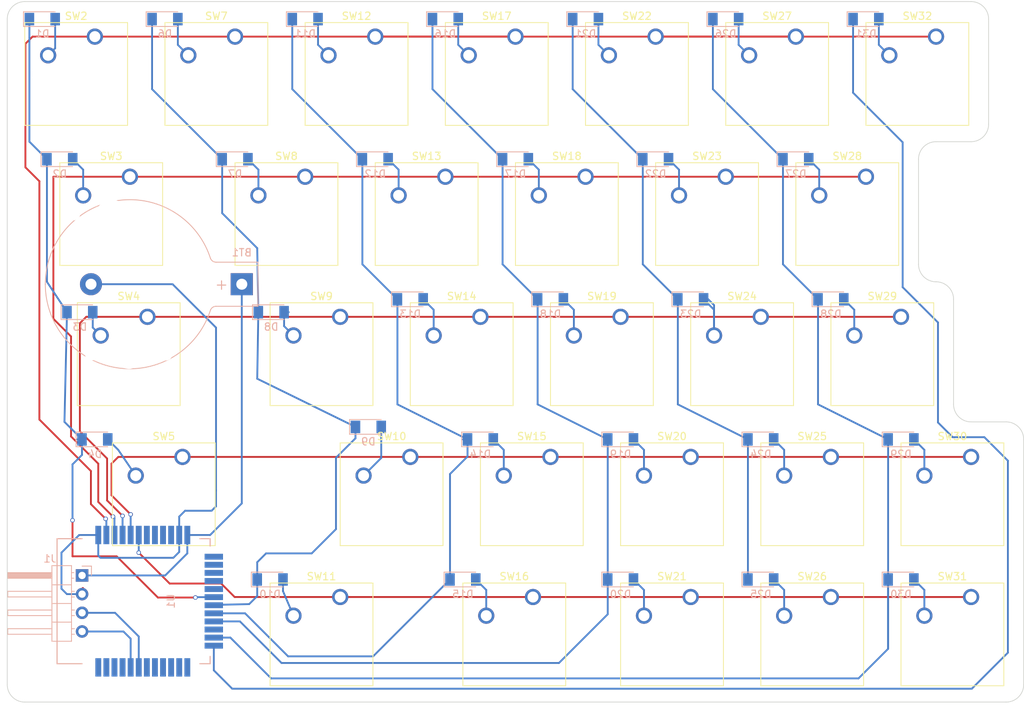
<source format=kicad_pcb>
(kicad_pcb (version 4) (host pcbnew 4.0.7)

  (general
    (links 96)
    (no_connects 0)
    (area 21.381249 16.618749 159.593751 111.968751)
    (thickness 1.6)
    (drawings 19)
    (tracks 264)
    (zones 0)
    (modules 63)
    (nets 67)
  )

  (page A4)
  (layers
    (0 F.Cu signal)
    (31 B.Cu signal)
    (32 B.Adhes user hide)
    (33 F.Adhes user hide)
    (34 B.Paste user hide)
    (35 F.Paste user hide)
    (36 B.SilkS user hide)
    (37 F.SilkS user hide)
    (38 B.Mask user hide)
    (39 F.Mask user hide)
    (40 Dwgs.User user)
    (41 Cmts.User user hide)
    (42 Eco1.User user hide)
    (43 Eco2.User user hide)
    (44 Edge.Cuts user)
    (45 Margin user hide)
    (46 B.CrtYd user hide)
    (47 F.CrtYd user hide)
    (48 B.Fab user)
    (49 F.Fab user)
  )

  (setup
    (last_trace_width 0.25)
    (trace_clearance 0.2)
    (zone_clearance 0.508)
    (zone_45_only no)
    (trace_min 0.2)
    (segment_width 0.2)
    (edge_width 0.1)
    (via_size 0.6)
    (via_drill 0.4)
    (via_min_size 0.4)
    (via_min_drill 0.3)
    (uvia_size 0.3)
    (uvia_drill 0.1)
    (uvias_allowed no)
    (uvia_min_size 0.2)
    (uvia_min_drill 0.1)
    (pcb_text_width 0.3)
    (pcb_text_size 1.5 1.5)
    (mod_edge_width 0.15)
    (mod_text_size 1 1)
    (mod_text_width 0.15)
    (pad_size 1.5 1.5)
    (pad_drill 0.6)
    (pad_to_mask_clearance 0)
    (aux_axis_origin 0 0)
    (visible_elements FFFCFF7F)
    (pcbplotparams
      (layerselection 0x010fc_80000001)
      (usegerberextensions true)
      (excludeedgelayer true)
      (linewidth 0.100000)
      (plotframeref false)
      (viasonmask false)
      (mode 1)
      (useauxorigin false)
      (hpglpennumber 1)
      (hpglpenspeed 20)
      (hpglpendiameter 15)
      (hpglpenoverlay 2)
      (psnegative false)
      (psa4output false)
      (plotreference true)
      (plotvalue true)
      (plotinvisibletext false)
      (padsonsilk false)
      (subtractmaskfromsilk false)
      (outputformat 1)
      (mirror false)
      (drillshape 0)
      (scaleselection 1)
      (outputdirectory /Users/Lulu/nRF5_SDK_12/examples/polar/pcb/left/gerber))
  )

  (net 0 "")
  (net 1 GND)
  (net 2 +3V3)
  (net 3 "Net-(D1-Pad2)")
  (net 4 "Net-(D2-Pad2)")
  (net 5 "Net-(D3-Pad2)")
  (net 6 "Net-(D4-Pad2)")
  (net 7 "Net-(D6-Pad2)")
  (net 8 "Net-(D7-Pad2)")
  (net 9 "Net-(D8-Pad2)")
  (net 10 "Net-(D9-Pad2)")
  (net 11 "Net-(D10-Pad2)")
  (net 12 "Net-(D11-Pad2)")
  (net 13 "Net-(D12-Pad2)")
  (net 14 "Net-(D13-Pad2)")
  (net 15 "Net-(D14-Pad2)")
  (net 16 "Net-(D15-Pad2)")
  (net 17 "Net-(D16-Pad2)")
  (net 18 "Net-(D17-Pad2)")
  (net 19 "Net-(D18-Pad2)")
  (net 20 "Net-(D19-Pad2)")
  (net 21 "Net-(D20-Pad2)")
  (net 22 "Net-(D21-Pad2)")
  (net 23 "Net-(D22-Pad2)")
  (net 24 "Net-(D23-Pad2)")
  (net 25 "Net-(D24-Pad2)")
  (net 26 "Net-(D25-Pad2)")
  (net 27 "Net-(D26-Pad2)")
  (net 28 "Net-(D27-Pad2)")
  (net 29 "Net-(D28-Pad2)")
  (net 30 "Net-(D29-Pad2)")
  (net 31 "Net-(D31-Pad2)")
  (net 32 "Net-(J1-Pad3)")
  (net 33 "Net-(U1-Pad7)")
  (net 34 "Net-(U1-Pad8)")
  (net 35 "Net-(U1-Pad29)")
  (net 36 "Net-(U1-Pad30)")
  (net 37 "Net-(U1-Pad33)")
  (net 38 "Net-(U1-Pad34)")
  (net 39 "Net-(U1-Pad35)")
  (net 40 /col0)
  (net 41 /col1)
  (net 42 /col2)
  (net 43 /col3)
  (net 44 /col4)
  (net 45 /col5)
  (net 46 /col6)
  (net 47 /row0)
  (net 48 /row1)
  (net 49 /row2)
  (net 50 /row3)
  (net 51 /row4)
  (net 52 "Net-(U1-Pad13)")
  (net 53 "Net-(U1-Pad14)")
  (net 54 "Net-(U1-Pad16)")
  (net 55 "Net-(U1-Pad17)")
  (net 56 "Net-(U1-Pad10)")
  (net 57 "Net-(U1-Pad9)")
  (net 58 "Net-(U1-Pad25)")
  (net 59 "Net-(U1-Pad26)")
  (net 60 "Net-(U1-Pad27)")
  (net 61 "Net-(U1-Pad28)")
  (net 62 "Net-(U1-Pad36)")
  (net 63 "Net-(D30-Pad2)")
  (net 64 "Net-(J1-Pad4)")
  (net 65 "Net-(D21-Pad1)")
  (net 66 "Net-(U1-Pad15)")

  (net_class Default "This is the default net class."
    (clearance 0.2)
    (trace_width 0.25)
    (via_dia 0.6)
    (via_drill 0.4)
    (uvia_dia 0.3)
    (uvia_drill 0.1)
    (add_net +3V3)
    (add_net /col0)
    (add_net /col1)
    (add_net /col2)
    (add_net /col3)
    (add_net /col4)
    (add_net /col5)
    (add_net /col6)
    (add_net /row0)
    (add_net /row1)
    (add_net /row2)
    (add_net /row3)
    (add_net /row4)
    (add_net GND)
    (add_net "Net-(D1-Pad2)")
    (add_net "Net-(D10-Pad2)")
    (add_net "Net-(D11-Pad2)")
    (add_net "Net-(D12-Pad2)")
    (add_net "Net-(D13-Pad2)")
    (add_net "Net-(D14-Pad2)")
    (add_net "Net-(D15-Pad2)")
    (add_net "Net-(D16-Pad2)")
    (add_net "Net-(D17-Pad2)")
    (add_net "Net-(D18-Pad2)")
    (add_net "Net-(D19-Pad2)")
    (add_net "Net-(D2-Pad2)")
    (add_net "Net-(D20-Pad2)")
    (add_net "Net-(D21-Pad1)")
    (add_net "Net-(D21-Pad2)")
    (add_net "Net-(D22-Pad2)")
    (add_net "Net-(D23-Pad2)")
    (add_net "Net-(D24-Pad2)")
    (add_net "Net-(D25-Pad2)")
    (add_net "Net-(D26-Pad2)")
    (add_net "Net-(D27-Pad2)")
    (add_net "Net-(D28-Pad2)")
    (add_net "Net-(D29-Pad2)")
    (add_net "Net-(D3-Pad2)")
    (add_net "Net-(D30-Pad2)")
    (add_net "Net-(D31-Pad2)")
    (add_net "Net-(D4-Pad2)")
    (add_net "Net-(D6-Pad2)")
    (add_net "Net-(D7-Pad2)")
    (add_net "Net-(D8-Pad2)")
    (add_net "Net-(D9-Pad2)")
    (add_net "Net-(J1-Pad3)")
    (add_net "Net-(J1-Pad4)")
    (add_net "Net-(U1-Pad10)")
    (add_net "Net-(U1-Pad13)")
    (add_net "Net-(U1-Pad14)")
    (add_net "Net-(U1-Pad15)")
    (add_net "Net-(U1-Pad16)")
    (add_net "Net-(U1-Pad17)")
    (add_net "Net-(U1-Pad25)")
    (add_net "Net-(U1-Pad26)")
    (add_net "Net-(U1-Pad27)")
    (add_net "Net-(U1-Pad28)")
    (add_net "Net-(U1-Pad29)")
    (add_net "Net-(U1-Pad30)")
    (add_net "Net-(U1-Pad33)")
    (add_net "Net-(U1-Pad34)")
    (add_net "Net-(U1-Pad35)")
    (add_net "Net-(U1-Pad36)")
    (add_net "Net-(U1-Pad7)")
    (add_net "Net-(U1-Pad8)")
    (add_net "Net-(U1-Pad9)")
  )

  (module Button_Switch_Keyboard:SW_Cherry_MX1A_1.00u_PCB (layer F.Cu) (tedit 5A02FE24) (tstamp 5ACC95F9)
    (at 147.6375 21.43125)
    (descr "Cherry MX keyswitch, MX1A, 1.00u, PCB mount, http://cherryamericas.com/wp-content/uploads/2014/12/mx_cat.pdf")
    (tags "cherry mx keyswitch MX1A 1.00u PCB")
    (path /59BFB4E3)
    (fp_text reference SW32 (at -2.54 -2.794) (layer F.SilkS)
      (effects (font (size 1 1) (thickness 0.15)))
    )
    (fp_text value MOM-SPST (at -2.54 12.954) (layer F.Fab)
      (effects (font (size 1 1) (thickness 0.15)))
    )
    (fp_text user %R (at -2.54 -2.794) (layer F.Fab)
      (effects (font (size 1 1) (thickness 0.15)))
    )
    (fp_line (start -8.89 -1.27) (end 3.81 -1.27) (layer F.Fab) (width 0.15))
    (fp_line (start 3.81 -1.27) (end 3.81 11.43) (layer F.Fab) (width 0.15))
    (fp_line (start 3.81 11.43) (end -8.89 11.43) (layer F.Fab) (width 0.15))
    (fp_line (start -8.89 11.43) (end -8.89 -1.27) (layer F.Fab) (width 0.15))
    (fp_line (start -9.14 11.68) (end -9.14 -1.52) (layer F.CrtYd) (width 0.05))
    (fp_line (start 4.06 11.68) (end -9.14 11.68) (layer F.CrtYd) (width 0.05))
    (fp_line (start 4.06 -1.52) (end 4.06 11.68) (layer F.CrtYd) (width 0.05))
    (fp_line (start -9.14 -1.52) (end 4.06 -1.52) (layer F.CrtYd) (width 0.05))
    (fp_line (start -12.065 -4.445) (end 6.985 -4.445) (layer Dwgs.User) (width 0.15))
    (fp_line (start 6.985 -4.445) (end 6.985 14.605) (layer Dwgs.User) (width 0.15))
    (fp_line (start 6.985 14.605) (end -12.065 14.605) (layer Dwgs.User) (width 0.15))
    (fp_line (start -12.065 14.605) (end -12.065 -4.445) (layer Dwgs.User) (width 0.15))
    (fp_line (start -9.525 -1.905) (end 4.445 -1.905) (layer F.SilkS) (width 0.12))
    (fp_line (start 4.445 -1.905) (end 4.445 12.065) (layer F.SilkS) (width 0.12))
    (fp_line (start 4.445 12.065) (end -9.525 12.065) (layer F.SilkS) (width 0.12))
    (fp_line (start -9.525 12.065) (end -9.525 -1.905) (layer F.SilkS) (width 0.12))
    (pad 1 thru_hole circle (at 0 0) (size 2.2 2.2) (drill 1.5) (layers *.Cu *.Mask)
      (net 47 /row0))
    (pad 2 thru_hole circle (at -6.35 2.54) (size 2.2 2.2) (drill 1.5) (layers *.Cu *.Mask)
      (net 31 "Net-(D31-Pad2)"))
    (pad "" np_thru_hole circle (at -2.54 5.08) (size 4 4) (drill 4) (layers *.Cu *.Mask))
    (pad "" np_thru_hole circle (at -7.62 5.08) (size 1.7 1.7) (drill 1.7) (layers *.Cu *.Mask))
    (pad "" np_thru_hole circle (at 2.54 5.08) (size 1.7 1.7) (drill 1.7) (layers *.Cu *.Mask))
    (model ${KISYS3DMOD}/Button_Switch_Keyboard.3dshapes/SW_Cherry_MX1A_1.00u_PCB.wrl
      (at (xyz 0 0 0))
      (scale (xyz 1 1 1))
      (rotate (xyz 0 0 0))
    )
  )

  (module Button_Switch_Keyboard:SW_Cherry_MX1A_2.25u_PCB (layer F.Cu) (tedit 5ACD7043) (tstamp 5ACC936F)
    (at 45.24375 78.58125)
    (descr "Cherry MX keyswitch, MX1A, 2.25u, PCB mount, http://cherryamericas.com/wp-content/uploads/2014/12/mx_cat.pdf")
    (tags "cherry mx keyswitch MX1A 2.25u PCB")
    (path /59BFC11A)
    (fp_text reference SW5 (at -2.54 -2.794) (layer F.SilkS)
      (effects (font (size 1 1) (thickness 0.15)))
    )
    (fp_text value MOM-SPST (at -2.54 12.954) (layer F.Fab)
      (effects (font (size 1 1) (thickness 0.15)))
    )
    (fp_text user %R (at -2.54 -2.794) (layer F.Fab)
      (effects (font (size 1 1) (thickness 0.15)))
    )
    (fp_line (start -8.89 -1.27) (end 3.81 -1.27) (layer F.Fab) (width 0.15))
    (fp_line (start 3.81 -1.27) (end 3.81 11.43) (layer F.Fab) (width 0.15))
    (fp_line (start 3.81 11.43) (end -8.89 11.43) (layer F.Fab) (width 0.15))
    (fp_line (start -8.89 11.43) (end -8.89 -1.27) (layer F.Fab) (width 0.15))
    (fp_line (start -9.14 11.68) (end -9.14 -1.52) (layer F.CrtYd) (width 0.05))
    (fp_line (start 4.06 11.68) (end -9.14 11.68) (layer F.CrtYd) (width 0.05))
    (fp_line (start 4.06 -1.52) (end 4.06 11.68) (layer F.CrtYd) (width 0.05))
    (fp_line (start -9.14 -1.52) (end 4.06 -1.52) (layer F.CrtYd) (width 0.05))
    (fp_line (start -23.97125 -4.445) (end 18.89125 -4.445) (layer Dwgs.User) (width 0.15))
    (fp_line (start 18.89125 -4.445) (end 18.89125 14.605) (layer Dwgs.User) (width 0.15))
    (fp_line (start 18.89125 14.605) (end -23.97125 14.605) (layer Dwgs.User) (width 0.15))
    (fp_line (start -23.97125 14.605) (end -23.97125 -4.445) (layer Dwgs.User) (width 0.15))
    (fp_line (start -9.525 -1.905) (end 4.445 -1.905) (layer F.SilkS) (width 0.12))
    (fp_line (start 4.445 -1.905) (end 4.445 12.065) (layer F.SilkS) (width 0.12))
    (fp_line (start 4.445 12.065) (end -9.525 12.065) (layer F.SilkS) (width 0.12))
    (fp_line (start -9.525 12.065) (end -9.525 -1.905) (layer F.SilkS) (width 0.12))
    (pad 1 thru_hole circle (at 0 0) (size 2.2 2.2) (drill 1.5) (layers *.Cu *.Mask)
      (net 50 /row3))
    (pad 2 thru_hole circle (at -6.35 2.54) (size 2.2 2.2) (drill 1.5) (layers *.Cu *.Mask)
      (net 6 "Net-(D4-Pad2)"))
    (pad "" np_thru_hole circle (at -2.54 5.08) (size 4 4) (drill 4) (layers *.Cu *.Mask))
    (pad "" np_thru_hole circle (at -7.62 5.08) (size 1.7 1.7) (drill 1.7) (layers *.Cu *.Mask))
    (pad "" np_thru_hole circle (at 2.54 5.08) (size 1.7 1.7) (drill 1.7) (layers *.Cu *.Mask))
    (model ${KISYS3DMOD}/Button_Switch_Keyboard.3dshapes/SW_Cherry_MX1A_2.25u_PCB.wrl
      (at (xyz 0 0 0))
      (scale (xyz 1 1 1))
      (rotate (xyz 0 0 0))
    )
  )

  (module Button_Switch_Keyboard:SW_Cherry_MX1A_1.00u_PCB (layer F.Cu) (tedit 5A02FE24) (tstamp 5ACC93BD)
    (at 66.675 59.53125)
    (descr "Cherry MX keyswitch, MX1A, 1.00u, PCB mount, http://cherryamericas.com/wp-content/uploads/2014/12/mx_cat.pdf")
    (tags "cherry mx keyswitch MX1A 1.00u PCB")
    (path /59BFC0DA)
    (fp_text reference SW9 (at -2.54 -2.794) (layer F.SilkS)
      (effects (font (size 1 1) (thickness 0.15)))
    )
    (fp_text value MOM-SPST (at -2.54 12.954) (layer F.Fab)
      (effects (font (size 1 1) (thickness 0.15)))
    )
    (fp_text user %R (at -2.54 -2.794) (layer F.Fab)
      (effects (font (size 1 1) (thickness 0.15)))
    )
    (fp_line (start -8.89 -1.27) (end 3.81 -1.27) (layer F.Fab) (width 0.15))
    (fp_line (start 3.81 -1.27) (end 3.81 11.43) (layer F.Fab) (width 0.15))
    (fp_line (start 3.81 11.43) (end -8.89 11.43) (layer F.Fab) (width 0.15))
    (fp_line (start -8.89 11.43) (end -8.89 -1.27) (layer F.Fab) (width 0.15))
    (fp_line (start -9.14 11.68) (end -9.14 -1.52) (layer F.CrtYd) (width 0.05))
    (fp_line (start 4.06 11.68) (end -9.14 11.68) (layer F.CrtYd) (width 0.05))
    (fp_line (start 4.06 -1.52) (end 4.06 11.68) (layer F.CrtYd) (width 0.05))
    (fp_line (start -9.14 -1.52) (end 4.06 -1.52) (layer F.CrtYd) (width 0.05))
    (fp_line (start -12.065 -4.445) (end 6.985 -4.445) (layer Dwgs.User) (width 0.15))
    (fp_line (start 6.985 -4.445) (end 6.985 14.605) (layer Dwgs.User) (width 0.15))
    (fp_line (start 6.985 14.605) (end -12.065 14.605) (layer Dwgs.User) (width 0.15))
    (fp_line (start -12.065 14.605) (end -12.065 -4.445) (layer Dwgs.User) (width 0.15))
    (fp_line (start -9.525 -1.905) (end 4.445 -1.905) (layer F.SilkS) (width 0.12))
    (fp_line (start 4.445 -1.905) (end 4.445 12.065) (layer F.SilkS) (width 0.12))
    (fp_line (start 4.445 12.065) (end -9.525 12.065) (layer F.SilkS) (width 0.12))
    (fp_line (start -9.525 12.065) (end -9.525 -1.905) (layer F.SilkS) (width 0.12))
    (pad 1 thru_hole circle (at 0 0) (size 2.2 2.2) (drill 1.5) (layers *.Cu *.Mask)
      (net 49 /row2))
    (pad 2 thru_hole circle (at -6.35 2.54) (size 2.2 2.2) (drill 1.5) (layers *.Cu *.Mask)
      (net 9 "Net-(D8-Pad2)"))
    (pad "" np_thru_hole circle (at -2.54 5.08) (size 4 4) (drill 4) (layers *.Cu *.Mask))
    (pad "" np_thru_hole circle (at -7.62 5.08) (size 1.7 1.7) (drill 1.7) (layers *.Cu *.Mask))
    (pad "" np_thru_hole circle (at 2.54 5.08) (size 1.7 1.7) (drill 1.7) (layers *.Cu *.Mask))
    (model ${KISYS3DMOD}/Button_Switch_Keyboard.3dshapes/SW_Cherry_MX1A_1.00u_PCB.wrl
      (at (xyz 0 0 0))
      (scale (xyz 1 1 1))
      (rotate (xyz 0 0 0))
    )
  )

  (module Button_Switch_Keyboard:SW_Cherry_MX1A_1.50u_PCB (layer F.Cu) (tedit 5A02FE24) (tstamp 5ACC933B)
    (at 38.1 40.48125)
    (descr "Cherry MX keyswitch, MX1A, 1.50u, PCB mount, http://cherryamericas.com/wp-content/uploads/2014/12/mx_cat.pdf")
    (tags "cherry mx keyswitch MX1A 1.50u PCB")
    (path /59BFBABA)
    (fp_text reference SW3 (at -2.54 -2.794) (layer F.SilkS)
      (effects (font (size 1 1) (thickness 0.15)))
    )
    (fp_text value MOM-SPST (at -2.54 12.954) (layer F.Fab)
      (effects (font (size 1 1) (thickness 0.15)))
    )
    (fp_text user %R (at -2.54 -2.794) (layer F.Fab)
      (effects (font (size 1 1) (thickness 0.15)))
    )
    (fp_line (start -8.89 -1.27) (end 3.81 -1.27) (layer F.Fab) (width 0.15))
    (fp_line (start 3.81 -1.27) (end 3.81 11.43) (layer F.Fab) (width 0.15))
    (fp_line (start 3.81 11.43) (end -8.89 11.43) (layer F.Fab) (width 0.15))
    (fp_line (start -8.89 11.43) (end -8.89 -1.27) (layer F.Fab) (width 0.15))
    (fp_line (start -9.14 11.68) (end -9.14 -1.52) (layer F.CrtYd) (width 0.05))
    (fp_line (start 4.06 11.68) (end -9.14 11.68) (layer F.CrtYd) (width 0.05))
    (fp_line (start 4.06 -1.52) (end 4.06 11.68) (layer F.CrtYd) (width 0.05))
    (fp_line (start -9.14 -1.52) (end 4.06 -1.52) (layer F.CrtYd) (width 0.05))
    (fp_line (start -16.8275 -4.445) (end 11.7475 -4.445) (layer Dwgs.User) (width 0.15))
    (fp_line (start 11.7475 -4.445) (end 11.7475 14.605) (layer Dwgs.User) (width 0.15))
    (fp_line (start 11.7475 14.605) (end -16.8275 14.605) (layer Dwgs.User) (width 0.15))
    (fp_line (start -16.8275 14.605) (end -16.8275 -4.445) (layer Dwgs.User) (width 0.15))
    (fp_line (start -9.525 -1.905) (end 4.445 -1.905) (layer F.SilkS) (width 0.12))
    (fp_line (start 4.445 -1.905) (end 4.445 12.065) (layer F.SilkS) (width 0.12))
    (fp_line (start 4.445 12.065) (end -9.525 12.065) (layer F.SilkS) (width 0.12))
    (fp_line (start -9.525 12.065) (end -9.525 -1.905) (layer F.SilkS) (width 0.12))
    (pad 1 thru_hole circle (at 0 0) (size 2.2 2.2) (drill 1.5) (layers *.Cu *.Mask)
      (net 48 /row1))
    (pad 2 thru_hole circle (at -6.35 2.54) (size 2.2 2.2) (drill 1.5) (layers *.Cu *.Mask)
      (net 4 "Net-(D2-Pad2)"))
    (pad "" np_thru_hole circle (at -2.54 5.08) (size 4 4) (drill 4) (layers *.Cu *.Mask))
    (pad "" np_thru_hole circle (at -7.62 5.08) (size 1.7 1.7) (drill 1.7) (layers *.Cu *.Mask))
    (pad "" np_thru_hole circle (at 2.54 5.08) (size 1.7 1.7) (drill 1.7) (layers *.Cu *.Mask))
    (model ${KISYS3DMOD}/Button_Switch_Keyboard.3dshapes/SW_Cherry_MX1A_1.50u_PCB.wrl
      (at (xyz 0 0 0))
      (scale (xyz 1 1 1))
      (rotate (xyz 0 0 0))
    )
  )

  (module Button_Switch_Keyboard:SW_Cherry_MX1A_1.50u_PCB (layer F.Cu) (tedit 5A02FE24) (tstamp 5ACC93F1)
    (at 66.675 97.63125)
    (descr "Cherry MX keyswitch, MX1A, 1.50u, PCB mount, http://cherryamericas.com/wp-content/uploads/2014/12/mx_cat.pdf")
    (tags "cherry mx keyswitch MX1A 1.50u PCB")
    (path /59BFC374)
    (fp_text reference SW11 (at -2.54 -2.794) (layer F.SilkS)
      (effects (font (size 1 1) (thickness 0.15)))
    )
    (fp_text value MOM-SPST (at -2.54 12.954) (layer F.Fab)
      (effects (font (size 1 1) (thickness 0.15)))
    )
    (fp_text user %R (at -2.54 -2.794) (layer F.Fab)
      (effects (font (size 1 1) (thickness 0.15)))
    )
    (fp_line (start -8.89 -1.27) (end 3.81 -1.27) (layer F.Fab) (width 0.15))
    (fp_line (start 3.81 -1.27) (end 3.81 11.43) (layer F.Fab) (width 0.15))
    (fp_line (start 3.81 11.43) (end -8.89 11.43) (layer F.Fab) (width 0.15))
    (fp_line (start -8.89 11.43) (end -8.89 -1.27) (layer F.Fab) (width 0.15))
    (fp_line (start -9.14 11.68) (end -9.14 -1.52) (layer F.CrtYd) (width 0.05))
    (fp_line (start 4.06 11.68) (end -9.14 11.68) (layer F.CrtYd) (width 0.05))
    (fp_line (start 4.06 -1.52) (end 4.06 11.68) (layer F.CrtYd) (width 0.05))
    (fp_line (start -9.14 -1.52) (end 4.06 -1.52) (layer F.CrtYd) (width 0.05))
    (fp_line (start -16.8275 -4.445) (end 11.7475 -4.445) (layer Dwgs.User) (width 0.15))
    (fp_line (start 11.7475 -4.445) (end 11.7475 14.605) (layer Dwgs.User) (width 0.15))
    (fp_line (start 11.7475 14.605) (end -16.8275 14.605) (layer Dwgs.User) (width 0.15))
    (fp_line (start -16.8275 14.605) (end -16.8275 -4.445) (layer Dwgs.User) (width 0.15))
    (fp_line (start -9.525 -1.905) (end 4.445 -1.905) (layer F.SilkS) (width 0.12))
    (fp_line (start 4.445 -1.905) (end 4.445 12.065) (layer F.SilkS) (width 0.12))
    (fp_line (start 4.445 12.065) (end -9.525 12.065) (layer F.SilkS) (width 0.12))
    (fp_line (start -9.525 12.065) (end -9.525 -1.905) (layer F.SilkS) (width 0.12))
    (pad 1 thru_hole circle (at 0 0) (size 2.2 2.2) (drill 1.5) (layers *.Cu *.Mask)
      (net 51 /row4))
    (pad 2 thru_hole circle (at -6.35 2.54) (size 2.2 2.2) (drill 1.5) (layers *.Cu *.Mask)
      (net 11 "Net-(D10-Pad2)"))
    (pad "" np_thru_hole circle (at -2.54 5.08) (size 4 4) (drill 4) (layers *.Cu *.Mask))
    (pad "" np_thru_hole circle (at -7.62 5.08) (size 1.7 1.7) (drill 1.7) (layers *.Cu *.Mask))
    (pad "" np_thru_hole circle (at 2.54 5.08) (size 1.7 1.7) (drill 1.7) (layers *.Cu *.Mask))
    (model ${KISYS3DMOD}/Button_Switch_Keyboard.3dshapes/SW_Cherry_MX1A_1.50u_PCB.wrl
      (at (xyz 0 0 0))
      (scale (xyz 1 1 1))
      (rotate (xyz 0 0 0))
    )
  )

  (module Diodes_SMD:D_MiniMELF (layer B.Cu) (tedit 5905D8F5) (tstamp 5ACC8FCD)
    (at 26.19375 19.05)
    (descr "Diode Mini-MELF")
    (tags "Diode Mini-MELF")
    (path /59BFE840)
    (attr smd)
    (fp_text reference D1 (at 0 2) (layer B.SilkS)
      (effects (font (size 1 1) (thickness 0.15)) (justify mirror))
    )
    (fp_text value D (at 0 -1.75) (layer B.Fab)
      (effects (font (size 1 1) (thickness 0.15)) (justify mirror))
    )
    (fp_text user %R (at 0 2) (layer B.Fab)
      (effects (font (size 1 1) (thickness 0.15)) (justify mirror))
    )
    (fp_line (start 1.75 1) (end -2.55 1) (layer B.SilkS) (width 0.12))
    (fp_line (start -2.55 1) (end -2.55 -1) (layer B.SilkS) (width 0.12))
    (fp_line (start -2.55 -1) (end 1.75 -1) (layer B.SilkS) (width 0.12))
    (fp_line (start 1.65 0.8) (end 1.65 -0.8) (layer B.Fab) (width 0.1))
    (fp_line (start 1.65 -0.8) (end -1.65 -0.8) (layer B.Fab) (width 0.1))
    (fp_line (start -1.65 -0.8) (end -1.65 0.8) (layer B.Fab) (width 0.1))
    (fp_line (start -1.65 0.8) (end 1.65 0.8) (layer B.Fab) (width 0.1))
    (fp_line (start 0.25 0) (end 0.75 0) (layer B.Fab) (width 0.1))
    (fp_line (start 0.25 -0.4) (end -0.35 0) (layer B.Fab) (width 0.1))
    (fp_line (start 0.25 0.4) (end 0.25 -0.4) (layer B.Fab) (width 0.1))
    (fp_line (start -0.35 0) (end 0.25 0.4) (layer B.Fab) (width 0.1))
    (fp_line (start -0.35 0) (end -0.35 -0.55) (layer B.Fab) (width 0.1))
    (fp_line (start -0.35 0) (end -0.35 0.55) (layer B.Fab) (width 0.1))
    (fp_line (start -0.75 0) (end -0.35 0) (layer B.Fab) (width 0.1))
    (fp_line (start -2.65 1.1) (end 2.65 1.1) (layer B.CrtYd) (width 0.05))
    (fp_line (start 2.65 1.1) (end 2.65 -1.1) (layer B.CrtYd) (width 0.05))
    (fp_line (start 2.65 -1.1) (end -2.65 -1.1) (layer B.CrtYd) (width 0.05))
    (fp_line (start -2.65 -1.1) (end -2.65 1.1) (layer B.CrtYd) (width 0.05))
    (pad 1 smd rect (at -1.75 0) (size 1.3 1.7) (layers B.Cu B.Paste B.Mask)
      (net 40 /col0))
    (pad 2 smd rect (at 1.75 0) (size 1.3 1.7) (layers B.Cu B.Paste B.Mask)
      (net 3 "Net-(D1-Pad2)"))
    (model ${KISYS3DMOD}/Diodes_SMD.3dshapes/D_MiniMELF.wrl
      (at (xyz 0 0 0))
      (scale (xyz 1 1 1))
      (rotate (xyz 0 0 0))
    )
  )

  (module Diodes_SMD:D_MiniMELF (layer B.Cu) (tedit 5905D8F5) (tstamp 5ACC8FE6)
    (at 28.575 38.1)
    (descr "Diode Mini-MELF")
    (tags "Diode Mini-MELF")
    (path /59C1093A)
    (attr smd)
    (fp_text reference D2 (at 0 2) (layer B.SilkS)
      (effects (font (size 1 1) (thickness 0.15)) (justify mirror))
    )
    (fp_text value D (at 0 -1.75) (layer B.Fab)
      (effects (font (size 1 1) (thickness 0.15)) (justify mirror))
    )
    (fp_text user %R (at 0 2) (layer B.Fab)
      (effects (font (size 1 1) (thickness 0.15)) (justify mirror))
    )
    (fp_line (start 1.75 1) (end -2.55 1) (layer B.SilkS) (width 0.12))
    (fp_line (start -2.55 1) (end -2.55 -1) (layer B.SilkS) (width 0.12))
    (fp_line (start -2.55 -1) (end 1.75 -1) (layer B.SilkS) (width 0.12))
    (fp_line (start 1.65 0.8) (end 1.65 -0.8) (layer B.Fab) (width 0.1))
    (fp_line (start 1.65 -0.8) (end -1.65 -0.8) (layer B.Fab) (width 0.1))
    (fp_line (start -1.65 -0.8) (end -1.65 0.8) (layer B.Fab) (width 0.1))
    (fp_line (start -1.65 0.8) (end 1.65 0.8) (layer B.Fab) (width 0.1))
    (fp_line (start 0.25 0) (end 0.75 0) (layer B.Fab) (width 0.1))
    (fp_line (start 0.25 -0.4) (end -0.35 0) (layer B.Fab) (width 0.1))
    (fp_line (start 0.25 0.4) (end 0.25 -0.4) (layer B.Fab) (width 0.1))
    (fp_line (start -0.35 0) (end 0.25 0.4) (layer B.Fab) (width 0.1))
    (fp_line (start -0.35 0) (end -0.35 -0.55) (layer B.Fab) (width 0.1))
    (fp_line (start -0.35 0) (end -0.35 0.55) (layer B.Fab) (width 0.1))
    (fp_line (start -0.75 0) (end -0.35 0) (layer B.Fab) (width 0.1))
    (fp_line (start -2.65 1.1) (end 2.65 1.1) (layer B.CrtYd) (width 0.05))
    (fp_line (start 2.65 1.1) (end 2.65 -1.1) (layer B.CrtYd) (width 0.05))
    (fp_line (start 2.65 -1.1) (end -2.65 -1.1) (layer B.CrtYd) (width 0.05))
    (fp_line (start -2.65 -1.1) (end -2.65 1.1) (layer B.CrtYd) (width 0.05))
    (pad 1 smd rect (at -1.75 0) (size 1.3 1.7) (layers B.Cu B.Paste B.Mask)
      (net 40 /col0))
    (pad 2 smd rect (at 1.75 0) (size 1.3 1.7) (layers B.Cu B.Paste B.Mask)
      (net 4 "Net-(D2-Pad2)"))
    (model ${KISYS3DMOD}/Diodes_SMD.3dshapes/D_MiniMELF.wrl
      (at (xyz 0 0 0))
      (scale (xyz 1 1 1))
      (rotate (xyz 0 0 0))
    )
  )

  (module Diodes_SMD:D_MiniMELF (layer B.Cu) (tedit 5905D8F5) (tstamp 5ACC8FFF)
    (at 31.3 58.9)
    (descr "Diode Mini-MELF")
    (tags "Diode Mini-MELF")
    (path /59C10ACB)
    (attr smd)
    (fp_text reference D3 (at 0 2) (layer B.SilkS)
      (effects (font (size 1 1) (thickness 0.15)) (justify mirror))
    )
    (fp_text value D (at 0 -1.75) (layer B.Fab)
      (effects (font (size 1 1) (thickness 0.15)) (justify mirror))
    )
    (fp_text user %R (at 0 2) (layer B.Fab)
      (effects (font (size 1 1) (thickness 0.15)) (justify mirror))
    )
    (fp_line (start 1.75 1) (end -2.55 1) (layer B.SilkS) (width 0.12))
    (fp_line (start -2.55 1) (end -2.55 -1) (layer B.SilkS) (width 0.12))
    (fp_line (start -2.55 -1) (end 1.75 -1) (layer B.SilkS) (width 0.12))
    (fp_line (start 1.65 0.8) (end 1.65 -0.8) (layer B.Fab) (width 0.1))
    (fp_line (start 1.65 -0.8) (end -1.65 -0.8) (layer B.Fab) (width 0.1))
    (fp_line (start -1.65 -0.8) (end -1.65 0.8) (layer B.Fab) (width 0.1))
    (fp_line (start -1.65 0.8) (end 1.65 0.8) (layer B.Fab) (width 0.1))
    (fp_line (start 0.25 0) (end 0.75 0) (layer B.Fab) (width 0.1))
    (fp_line (start 0.25 -0.4) (end -0.35 0) (layer B.Fab) (width 0.1))
    (fp_line (start 0.25 0.4) (end 0.25 -0.4) (layer B.Fab) (width 0.1))
    (fp_line (start -0.35 0) (end 0.25 0.4) (layer B.Fab) (width 0.1))
    (fp_line (start -0.35 0) (end -0.35 -0.55) (layer B.Fab) (width 0.1))
    (fp_line (start -0.35 0) (end -0.35 0.55) (layer B.Fab) (width 0.1))
    (fp_line (start -0.75 0) (end -0.35 0) (layer B.Fab) (width 0.1))
    (fp_line (start -2.65 1.1) (end 2.65 1.1) (layer B.CrtYd) (width 0.05))
    (fp_line (start 2.65 1.1) (end 2.65 -1.1) (layer B.CrtYd) (width 0.05))
    (fp_line (start 2.65 -1.1) (end -2.65 -1.1) (layer B.CrtYd) (width 0.05))
    (fp_line (start -2.65 -1.1) (end -2.65 1.1) (layer B.CrtYd) (width 0.05))
    (pad 1 smd rect (at -1.75 0) (size 1.3 1.7) (layers B.Cu B.Paste B.Mask)
      (net 40 /col0))
    (pad 2 smd rect (at 1.75 0) (size 1.3 1.7) (layers B.Cu B.Paste B.Mask)
      (net 5 "Net-(D3-Pad2)"))
    (model ${KISYS3DMOD}/Diodes_SMD.3dshapes/D_MiniMELF.wrl
      (at (xyz 0 0 0))
      (scale (xyz 1 1 1))
      (rotate (xyz 0 0 0))
    )
  )

  (module Diodes_SMD:D_MiniMELF (layer B.Cu) (tedit 5905D8F5) (tstamp 5ACC9018)
    (at 33.3375 76.2)
    (descr "Diode Mini-MELF")
    (tags "Diode Mini-MELF")
    (path /59C10BA9)
    (attr smd)
    (fp_text reference D4 (at 0 2) (layer B.SilkS)
      (effects (font (size 1 1) (thickness 0.15)) (justify mirror))
    )
    (fp_text value D (at 0 -1.75) (layer B.Fab)
      (effects (font (size 1 1) (thickness 0.15)) (justify mirror))
    )
    (fp_text user %R (at 0 2) (layer B.Fab)
      (effects (font (size 1 1) (thickness 0.15)) (justify mirror))
    )
    (fp_line (start 1.75 1) (end -2.55 1) (layer B.SilkS) (width 0.12))
    (fp_line (start -2.55 1) (end -2.55 -1) (layer B.SilkS) (width 0.12))
    (fp_line (start -2.55 -1) (end 1.75 -1) (layer B.SilkS) (width 0.12))
    (fp_line (start 1.65 0.8) (end 1.65 -0.8) (layer B.Fab) (width 0.1))
    (fp_line (start 1.65 -0.8) (end -1.65 -0.8) (layer B.Fab) (width 0.1))
    (fp_line (start -1.65 -0.8) (end -1.65 0.8) (layer B.Fab) (width 0.1))
    (fp_line (start -1.65 0.8) (end 1.65 0.8) (layer B.Fab) (width 0.1))
    (fp_line (start 0.25 0) (end 0.75 0) (layer B.Fab) (width 0.1))
    (fp_line (start 0.25 -0.4) (end -0.35 0) (layer B.Fab) (width 0.1))
    (fp_line (start 0.25 0.4) (end 0.25 -0.4) (layer B.Fab) (width 0.1))
    (fp_line (start -0.35 0) (end 0.25 0.4) (layer B.Fab) (width 0.1))
    (fp_line (start -0.35 0) (end -0.35 -0.55) (layer B.Fab) (width 0.1))
    (fp_line (start -0.35 0) (end -0.35 0.55) (layer B.Fab) (width 0.1))
    (fp_line (start -0.75 0) (end -0.35 0) (layer B.Fab) (width 0.1))
    (fp_line (start -2.65 1.1) (end 2.65 1.1) (layer B.CrtYd) (width 0.05))
    (fp_line (start 2.65 1.1) (end 2.65 -1.1) (layer B.CrtYd) (width 0.05))
    (fp_line (start 2.65 -1.1) (end -2.65 -1.1) (layer B.CrtYd) (width 0.05))
    (fp_line (start -2.65 -1.1) (end -2.65 1.1) (layer B.CrtYd) (width 0.05))
    (pad 1 smd rect (at -1.75 0) (size 1.3 1.7) (layers B.Cu B.Paste B.Mask)
      (net 40 /col0))
    (pad 2 smd rect (at 1.75 0) (size 1.3 1.7) (layers B.Cu B.Paste B.Mask)
      (net 6 "Net-(D4-Pad2)"))
    (model ${KISYS3DMOD}/Diodes_SMD.3dshapes/D_MiniMELF.wrl
      (at (xyz 0 0 0))
      (scale (xyz 1 1 1))
      (rotate (xyz 0 0 0))
    )
  )

  (module Diodes_SMD:D_MiniMELF (layer B.Cu) (tedit 5905D8F5) (tstamp 5ACC9031)
    (at 42.8625 19.05)
    (descr "Diode Mini-MELF")
    (tags "Diode Mini-MELF")
    (path /59BFE952)
    (attr smd)
    (fp_text reference D6 (at 0 2) (layer B.SilkS)
      (effects (font (size 1 1) (thickness 0.15)) (justify mirror))
    )
    (fp_text value D (at 0 -1.75) (layer B.Fab)
      (effects (font (size 1 1) (thickness 0.15)) (justify mirror))
    )
    (fp_text user %R (at 0 2) (layer B.Fab)
      (effects (font (size 1 1) (thickness 0.15)) (justify mirror))
    )
    (fp_line (start 1.75 1) (end -2.55 1) (layer B.SilkS) (width 0.12))
    (fp_line (start -2.55 1) (end -2.55 -1) (layer B.SilkS) (width 0.12))
    (fp_line (start -2.55 -1) (end 1.75 -1) (layer B.SilkS) (width 0.12))
    (fp_line (start 1.65 0.8) (end 1.65 -0.8) (layer B.Fab) (width 0.1))
    (fp_line (start 1.65 -0.8) (end -1.65 -0.8) (layer B.Fab) (width 0.1))
    (fp_line (start -1.65 -0.8) (end -1.65 0.8) (layer B.Fab) (width 0.1))
    (fp_line (start -1.65 0.8) (end 1.65 0.8) (layer B.Fab) (width 0.1))
    (fp_line (start 0.25 0) (end 0.75 0) (layer B.Fab) (width 0.1))
    (fp_line (start 0.25 -0.4) (end -0.35 0) (layer B.Fab) (width 0.1))
    (fp_line (start 0.25 0.4) (end 0.25 -0.4) (layer B.Fab) (width 0.1))
    (fp_line (start -0.35 0) (end 0.25 0.4) (layer B.Fab) (width 0.1))
    (fp_line (start -0.35 0) (end -0.35 -0.55) (layer B.Fab) (width 0.1))
    (fp_line (start -0.35 0) (end -0.35 0.55) (layer B.Fab) (width 0.1))
    (fp_line (start -0.75 0) (end -0.35 0) (layer B.Fab) (width 0.1))
    (fp_line (start -2.65 1.1) (end 2.65 1.1) (layer B.CrtYd) (width 0.05))
    (fp_line (start 2.65 1.1) (end 2.65 -1.1) (layer B.CrtYd) (width 0.05))
    (fp_line (start 2.65 -1.1) (end -2.65 -1.1) (layer B.CrtYd) (width 0.05))
    (fp_line (start -2.65 -1.1) (end -2.65 1.1) (layer B.CrtYd) (width 0.05))
    (pad 1 smd rect (at -1.75 0) (size 1.3 1.7) (layers B.Cu B.Paste B.Mask)
      (net 41 /col1))
    (pad 2 smd rect (at 1.75 0) (size 1.3 1.7) (layers B.Cu B.Paste B.Mask)
      (net 7 "Net-(D6-Pad2)"))
    (model ${KISYS3DMOD}/Diodes_SMD.3dshapes/D_MiniMELF.wrl
      (at (xyz 0 0 0))
      (scale (xyz 1 1 1))
      (rotate (xyz 0 0 0))
    )
  )

  (module Diodes_SMD:D_MiniMELF (layer B.Cu) (tedit 5905D8F5) (tstamp 5ACC904A)
    (at 52.3875 38.1)
    (descr "Diode Mini-MELF")
    (tags "Diode Mini-MELF")
    (path /59C109FC)
    (attr smd)
    (fp_text reference D7 (at 0 2) (layer B.SilkS)
      (effects (font (size 1 1) (thickness 0.15)) (justify mirror))
    )
    (fp_text value D (at 0 -1.75) (layer B.Fab)
      (effects (font (size 1 1) (thickness 0.15)) (justify mirror))
    )
    (fp_text user %R (at 0 2) (layer B.Fab)
      (effects (font (size 1 1) (thickness 0.15)) (justify mirror))
    )
    (fp_line (start 1.75 1) (end -2.55 1) (layer B.SilkS) (width 0.12))
    (fp_line (start -2.55 1) (end -2.55 -1) (layer B.SilkS) (width 0.12))
    (fp_line (start -2.55 -1) (end 1.75 -1) (layer B.SilkS) (width 0.12))
    (fp_line (start 1.65 0.8) (end 1.65 -0.8) (layer B.Fab) (width 0.1))
    (fp_line (start 1.65 -0.8) (end -1.65 -0.8) (layer B.Fab) (width 0.1))
    (fp_line (start -1.65 -0.8) (end -1.65 0.8) (layer B.Fab) (width 0.1))
    (fp_line (start -1.65 0.8) (end 1.65 0.8) (layer B.Fab) (width 0.1))
    (fp_line (start 0.25 0) (end 0.75 0) (layer B.Fab) (width 0.1))
    (fp_line (start 0.25 -0.4) (end -0.35 0) (layer B.Fab) (width 0.1))
    (fp_line (start 0.25 0.4) (end 0.25 -0.4) (layer B.Fab) (width 0.1))
    (fp_line (start -0.35 0) (end 0.25 0.4) (layer B.Fab) (width 0.1))
    (fp_line (start -0.35 0) (end -0.35 -0.55) (layer B.Fab) (width 0.1))
    (fp_line (start -0.35 0) (end -0.35 0.55) (layer B.Fab) (width 0.1))
    (fp_line (start -0.75 0) (end -0.35 0) (layer B.Fab) (width 0.1))
    (fp_line (start -2.65 1.1) (end 2.65 1.1) (layer B.CrtYd) (width 0.05))
    (fp_line (start 2.65 1.1) (end 2.65 -1.1) (layer B.CrtYd) (width 0.05))
    (fp_line (start 2.65 -1.1) (end -2.65 -1.1) (layer B.CrtYd) (width 0.05))
    (fp_line (start -2.65 -1.1) (end -2.65 1.1) (layer B.CrtYd) (width 0.05))
    (pad 1 smd rect (at -1.75 0) (size 1.3 1.7) (layers B.Cu B.Paste B.Mask)
      (net 41 /col1))
    (pad 2 smd rect (at 1.75 0) (size 1.3 1.7) (layers B.Cu B.Paste B.Mask)
      (net 8 "Net-(D7-Pad2)"))
    (model ${KISYS3DMOD}/Diodes_SMD.3dshapes/D_MiniMELF.wrl
      (at (xyz 0 0 0))
      (scale (xyz 1 1 1))
      (rotate (xyz 0 0 0))
    )
  )

  (module Diodes_SMD:D_MiniMELF (layer B.Cu) (tedit 5905D8F5) (tstamp 5ACC9063)
    (at 57.3 58.9)
    (descr "Diode Mini-MELF")
    (tags "Diode Mini-MELF")
    (path /59C10D48)
    (attr smd)
    (fp_text reference D8 (at 0 2) (layer B.SilkS)
      (effects (font (size 1 1) (thickness 0.15)) (justify mirror))
    )
    (fp_text value D (at 0 -1.75) (layer B.Fab)
      (effects (font (size 1 1) (thickness 0.15)) (justify mirror))
    )
    (fp_text user %R (at 0 2) (layer B.Fab)
      (effects (font (size 1 1) (thickness 0.15)) (justify mirror))
    )
    (fp_line (start 1.75 1) (end -2.55 1) (layer B.SilkS) (width 0.12))
    (fp_line (start -2.55 1) (end -2.55 -1) (layer B.SilkS) (width 0.12))
    (fp_line (start -2.55 -1) (end 1.75 -1) (layer B.SilkS) (width 0.12))
    (fp_line (start 1.65 0.8) (end 1.65 -0.8) (layer B.Fab) (width 0.1))
    (fp_line (start 1.65 -0.8) (end -1.65 -0.8) (layer B.Fab) (width 0.1))
    (fp_line (start -1.65 -0.8) (end -1.65 0.8) (layer B.Fab) (width 0.1))
    (fp_line (start -1.65 0.8) (end 1.65 0.8) (layer B.Fab) (width 0.1))
    (fp_line (start 0.25 0) (end 0.75 0) (layer B.Fab) (width 0.1))
    (fp_line (start 0.25 -0.4) (end -0.35 0) (layer B.Fab) (width 0.1))
    (fp_line (start 0.25 0.4) (end 0.25 -0.4) (layer B.Fab) (width 0.1))
    (fp_line (start -0.35 0) (end 0.25 0.4) (layer B.Fab) (width 0.1))
    (fp_line (start -0.35 0) (end -0.35 -0.55) (layer B.Fab) (width 0.1))
    (fp_line (start -0.35 0) (end -0.35 0.55) (layer B.Fab) (width 0.1))
    (fp_line (start -0.75 0) (end -0.35 0) (layer B.Fab) (width 0.1))
    (fp_line (start -2.65 1.1) (end 2.65 1.1) (layer B.CrtYd) (width 0.05))
    (fp_line (start 2.65 1.1) (end 2.65 -1.1) (layer B.CrtYd) (width 0.05))
    (fp_line (start 2.65 -1.1) (end -2.65 -1.1) (layer B.CrtYd) (width 0.05))
    (fp_line (start -2.65 -1.1) (end -2.65 1.1) (layer B.CrtYd) (width 0.05))
    (pad 1 smd rect (at -1.75 0) (size 1.3 1.7) (layers B.Cu B.Paste B.Mask)
      (net 41 /col1))
    (pad 2 smd rect (at 1.75 0) (size 1.3 1.7) (layers B.Cu B.Paste B.Mask)
      (net 9 "Net-(D8-Pad2)"))
    (model ${KISYS3DMOD}/Diodes_SMD.3dshapes/D_MiniMELF.wrl
      (at (xyz 0 0 0))
      (scale (xyz 1 1 1))
      (rotate (xyz 0 0 0))
    )
  )

  (module Diodes_SMD:D_MiniMELF (layer B.Cu) (tedit 5905D8F5) (tstamp 5ACC907C)
    (at 70.5 74.5)
    (descr "Diode Mini-MELF")
    (tags "Diode Mini-MELF")
    (path /5ACC7CE0)
    (attr smd)
    (fp_text reference D9 (at 0 2) (layer B.SilkS)
      (effects (font (size 1 1) (thickness 0.15)) (justify mirror))
    )
    (fp_text value D (at 0 -1.75) (layer B.Fab)
      (effects (font (size 1 1) (thickness 0.15)) (justify mirror))
    )
    (fp_text user %R (at 0 2) (layer B.Fab)
      (effects (font (size 1 1) (thickness 0.15)) (justify mirror))
    )
    (fp_line (start 1.75 1) (end -2.55 1) (layer B.SilkS) (width 0.12))
    (fp_line (start -2.55 1) (end -2.55 -1) (layer B.SilkS) (width 0.12))
    (fp_line (start -2.55 -1) (end 1.75 -1) (layer B.SilkS) (width 0.12))
    (fp_line (start 1.65 0.8) (end 1.65 -0.8) (layer B.Fab) (width 0.1))
    (fp_line (start 1.65 -0.8) (end -1.65 -0.8) (layer B.Fab) (width 0.1))
    (fp_line (start -1.65 -0.8) (end -1.65 0.8) (layer B.Fab) (width 0.1))
    (fp_line (start -1.65 0.8) (end 1.65 0.8) (layer B.Fab) (width 0.1))
    (fp_line (start 0.25 0) (end 0.75 0) (layer B.Fab) (width 0.1))
    (fp_line (start 0.25 -0.4) (end -0.35 0) (layer B.Fab) (width 0.1))
    (fp_line (start 0.25 0.4) (end 0.25 -0.4) (layer B.Fab) (width 0.1))
    (fp_line (start -0.35 0) (end 0.25 0.4) (layer B.Fab) (width 0.1))
    (fp_line (start -0.35 0) (end -0.35 -0.55) (layer B.Fab) (width 0.1))
    (fp_line (start -0.35 0) (end -0.35 0.55) (layer B.Fab) (width 0.1))
    (fp_line (start -0.75 0) (end -0.35 0) (layer B.Fab) (width 0.1))
    (fp_line (start -2.65 1.1) (end 2.65 1.1) (layer B.CrtYd) (width 0.05))
    (fp_line (start 2.65 1.1) (end 2.65 -1.1) (layer B.CrtYd) (width 0.05))
    (fp_line (start 2.65 -1.1) (end -2.65 -1.1) (layer B.CrtYd) (width 0.05))
    (fp_line (start -2.65 -1.1) (end -2.65 1.1) (layer B.CrtYd) (width 0.05))
    (pad 1 smd rect (at -1.75 0) (size 1.3 1.7) (layers B.Cu B.Paste B.Mask)
      (net 41 /col1))
    (pad 2 smd rect (at 1.75 0) (size 1.3 1.7) (layers B.Cu B.Paste B.Mask)
      (net 10 "Net-(D9-Pad2)"))
    (model ${KISYS3DMOD}/Diodes_SMD.3dshapes/D_MiniMELF.wrl
      (at (xyz 0 0 0))
      (scale (xyz 1 1 1))
      (rotate (xyz 0 0 0))
    )
  )

  (module Diodes_SMD:D_MiniMELF (layer B.Cu) (tedit 5905D8F5) (tstamp 5ACC9095)
    (at 57.15 95.25)
    (descr "Diode Mini-MELF")
    (tags "Diode Mini-MELF")
    (path /59C10EF1)
    (attr smd)
    (fp_text reference D10 (at 0 2) (layer B.SilkS)
      (effects (font (size 1 1) (thickness 0.15)) (justify mirror))
    )
    (fp_text value D (at 0 -1.75) (layer B.Fab)
      (effects (font (size 1 1) (thickness 0.15)) (justify mirror))
    )
    (fp_text user %R (at 0 2) (layer B.Fab)
      (effects (font (size 1 1) (thickness 0.15)) (justify mirror))
    )
    (fp_line (start 1.75 1) (end -2.55 1) (layer B.SilkS) (width 0.12))
    (fp_line (start -2.55 1) (end -2.55 -1) (layer B.SilkS) (width 0.12))
    (fp_line (start -2.55 -1) (end 1.75 -1) (layer B.SilkS) (width 0.12))
    (fp_line (start 1.65 0.8) (end 1.65 -0.8) (layer B.Fab) (width 0.1))
    (fp_line (start 1.65 -0.8) (end -1.65 -0.8) (layer B.Fab) (width 0.1))
    (fp_line (start -1.65 -0.8) (end -1.65 0.8) (layer B.Fab) (width 0.1))
    (fp_line (start -1.65 0.8) (end 1.65 0.8) (layer B.Fab) (width 0.1))
    (fp_line (start 0.25 0) (end 0.75 0) (layer B.Fab) (width 0.1))
    (fp_line (start 0.25 -0.4) (end -0.35 0) (layer B.Fab) (width 0.1))
    (fp_line (start 0.25 0.4) (end 0.25 -0.4) (layer B.Fab) (width 0.1))
    (fp_line (start -0.35 0) (end 0.25 0.4) (layer B.Fab) (width 0.1))
    (fp_line (start -0.35 0) (end -0.35 -0.55) (layer B.Fab) (width 0.1))
    (fp_line (start -0.35 0) (end -0.35 0.55) (layer B.Fab) (width 0.1))
    (fp_line (start -0.75 0) (end -0.35 0) (layer B.Fab) (width 0.1))
    (fp_line (start -2.65 1.1) (end 2.65 1.1) (layer B.CrtYd) (width 0.05))
    (fp_line (start 2.65 1.1) (end 2.65 -1.1) (layer B.CrtYd) (width 0.05))
    (fp_line (start 2.65 -1.1) (end -2.65 -1.1) (layer B.CrtYd) (width 0.05))
    (fp_line (start -2.65 -1.1) (end -2.65 1.1) (layer B.CrtYd) (width 0.05))
    (pad 1 smd rect (at -1.75 0) (size 1.3 1.7) (layers B.Cu B.Paste B.Mask)
      (net 41 /col1))
    (pad 2 smd rect (at 1.75 0) (size 1.3 1.7) (layers B.Cu B.Paste B.Mask)
      (net 11 "Net-(D10-Pad2)"))
    (model ${KISYS3DMOD}/Diodes_SMD.3dshapes/D_MiniMELF.wrl
      (at (xyz 0 0 0))
      (scale (xyz 1 1 1))
      (rotate (xyz 0 0 0))
    )
  )

  (module Diodes_SMD:D_MiniMELF (layer B.Cu) (tedit 5905D8F5) (tstamp 5ACC90AE)
    (at 61.9125 19.05)
    (descr "Diode Mini-MELF")
    (tags "Diode Mini-MELF")
    (path /59BFEA33)
    (attr smd)
    (fp_text reference D11 (at 0 2) (layer B.SilkS)
      (effects (font (size 1 1) (thickness 0.15)) (justify mirror))
    )
    (fp_text value D (at 0 -1.75) (layer B.Fab)
      (effects (font (size 1 1) (thickness 0.15)) (justify mirror))
    )
    (fp_text user %R (at 0 2) (layer B.Fab)
      (effects (font (size 1 1) (thickness 0.15)) (justify mirror))
    )
    (fp_line (start 1.75 1) (end -2.55 1) (layer B.SilkS) (width 0.12))
    (fp_line (start -2.55 1) (end -2.55 -1) (layer B.SilkS) (width 0.12))
    (fp_line (start -2.55 -1) (end 1.75 -1) (layer B.SilkS) (width 0.12))
    (fp_line (start 1.65 0.8) (end 1.65 -0.8) (layer B.Fab) (width 0.1))
    (fp_line (start 1.65 -0.8) (end -1.65 -0.8) (layer B.Fab) (width 0.1))
    (fp_line (start -1.65 -0.8) (end -1.65 0.8) (layer B.Fab) (width 0.1))
    (fp_line (start -1.65 0.8) (end 1.65 0.8) (layer B.Fab) (width 0.1))
    (fp_line (start 0.25 0) (end 0.75 0) (layer B.Fab) (width 0.1))
    (fp_line (start 0.25 -0.4) (end -0.35 0) (layer B.Fab) (width 0.1))
    (fp_line (start 0.25 0.4) (end 0.25 -0.4) (layer B.Fab) (width 0.1))
    (fp_line (start -0.35 0) (end 0.25 0.4) (layer B.Fab) (width 0.1))
    (fp_line (start -0.35 0) (end -0.35 -0.55) (layer B.Fab) (width 0.1))
    (fp_line (start -0.35 0) (end -0.35 0.55) (layer B.Fab) (width 0.1))
    (fp_line (start -0.75 0) (end -0.35 0) (layer B.Fab) (width 0.1))
    (fp_line (start -2.65 1.1) (end 2.65 1.1) (layer B.CrtYd) (width 0.05))
    (fp_line (start 2.65 1.1) (end 2.65 -1.1) (layer B.CrtYd) (width 0.05))
    (fp_line (start 2.65 -1.1) (end -2.65 -1.1) (layer B.CrtYd) (width 0.05))
    (fp_line (start -2.65 -1.1) (end -2.65 1.1) (layer B.CrtYd) (width 0.05))
    (pad 1 smd rect (at -1.75 0) (size 1.3 1.7) (layers B.Cu B.Paste B.Mask)
      (net 42 /col2))
    (pad 2 smd rect (at 1.75 0) (size 1.3 1.7) (layers B.Cu B.Paste B.Mask)
      (net 12 "Net-(D11-Pad2)"))
    (model ${KISYS3DMOD}/Diodes_SMD.3dshapes/D_MiniMELF.wrl
      (at (xyz 0 0 0))
      (scale (xyz 1 1 1))
      (rotate (xyz 0 0 0))
    )
  )

  (module Diodes_SMD:D_MiniMELF (layer B.Cu) (tedit 5905D8F5) (tstamp 5ACC90C7)
    (at 71.4375 38.1)
    (descr "Diode Mini-MELF")
    (tags "Diode Mini-MELF")
    (path /59C10FCA)
    (attr smd)
    (fp_text reference D12 (at 0 2) (layer B.SilkS)
      (effects (font (size 1 1) (thickness 0.15)) (justify mirror))
    )
    (fp_text value D (at 0 -1.75) (layer B.Fab)
      (effects (font (size 1 1) (thickness 0.15)) (justify mirror))
    )
    (fp_text user %R (at 0 2) (layer B.Fab)
      (effects (font (size 1 1) (thickness 0.15)) (justify mirror))
    )
    (fp_line (start 1.75 1) (end -2.55 1) (layer B.SilkS) (width 0.12))
    (fp_line (start -2.55 1) (end -2.55 -1) (layer B.SilkS) (width 0.12))
    (fp_line (start -2.55 -1) (end 1.75 -1) (layer B.SilkS) (width 0.12))
    (fp_line (start 1.65 0.8) (end 1.65 -0.8) (layer B.Fab) (width 0.1))
    (fp_line (start 1.65 -0.8) (end -1.65 -0.8) (layer B.Fab) (width 0.1))
    (fp_line (start -1.65 -0.8) (end -1.65 0.8) (layer B.Fab) (width 0.1))
    (fp_line (start -1.65 0.8) (end 1.65 0.8) (layer B.Fab) (width 0.1))
    (fp_line (start 0.25 0) (end 0.75 0) (layer B.Fab) (width 0.1))
    (fp_line (start 0.25 -0.4) (end -0.35 0) (layer B.Fab) (width 0.1))
    (fp_line (start 0.25 0.4) (end 0.25 -0.4) (layer B.Fab) (width 0.1))
    (fp_line (start -0.35 0) (end 0.25 0.4) (layer B.Fab) (width 0.1))
    (fp_line (start -0.35 0) (end -0.35 -0.55) (layer B.Fab) (width 0.1))
    (fp_line (start -0.35 0) (end -0.35 0.55) (layer B.Fab) (width 0.1))
    (fp_line (start -0.75 0) (end -0.35 0) (layer B.Fab) (width 0.1))
    (fp_line (start -2.65 1.1) (end 2.65 1.1) (layer B.CrtYd) (width 0.05))
    (fp_line (start 2.65 1.1) (end 2.65 -1.1) (layer B.CrtYd) (width 0.05))
    (fp_line (start 2.65 -1.1) (end -2.65 -1.1) (layer B.CrtYd) (width 0.05))
    (fp_line (start -2.65 -1.1) (end -2.65 1.1) (layer B.CrtYd) (width 0.05))
    (pad 1 smd rect (at -1.75 0) (size 1.3 1.7) (layers B.Cu B.Paste B.Mask)
      (net 42 /col2))
    (pad 2 smd rect (at 1.75 0) (size 1.3 1.7) (layers B.Cu B.Paste B.Mask)
      (net 13 "Net-(D12-Pad2)"))
    (model ${KISYS3DMOD}/Diodes_SMD.3dshapes/D_MiniMELF.wrl
      (at (xyz 0 0 0))
      (scale (xyz 1 1 1))
      (rotate (xyz 0 0 0))
    )
  )

  (module Diodes_SMD:D_MiniMELF (layer B.Cu) (tedit 5905D8F5) (tstamp 5ACC90E0)
    (at 76.2 57.15)
    (descr "Diode Mini-MELF")
    (tags "Diode Mini-MELF")
    (path /59C110A6)
    (attr smd)
    (fp_text reference D13 (at 0 2) (layer B.SilkS)
      (effects (font (size 1 1) (thickness 0.15)) (justify mirror))
    )
    (fp_text value D (at 0 -1.75) (layer B.Fab)
      (effects (font (size 1 1) (thickness 0.15)) (justify mirror))
    )
    (fp_text user %R (at 0 2) (layer B.Fab)
      (effects (font (size 1 1) (thickness 0.15)) (justify mirror))
    )
    (fp_line (start 1.75 1) (end -2.55 1) (layer B.SilkS) (width 0.12))
    (fp_line (start -2.55 1) (end -2.55 -1) (layer B.SilkS) (width 0.12))
    (fp_line (start -2.55 -1) (end 1.75 -1) (layer B.SilkS) (width 0.12))
    (fp_line (start 1.65 0.8) (end 1.65 -0.8) (layer B.Fab) (width 0.1))
    (fp_line (start 1.65 -0.8) (end -1.65 -0.8) (layer B.Fab) (width 0.1))
    (fp_line (start -1.65 -0.8) (end -1.65 0.8) (layer B.Fab) (width 0.1))
    (fp_line (start -1.65 0.8) (end 1.65 0.8) (layer B.Fab) (width 0.1))
    (fp_line (start 0.25 0) (end 0.75 0) (layer B.Fab) (width 0.1))
    (fp_line (start 0.25 -0.4) (end -0.35 0) (layer B.Fab) (width 0.1))
    (fp_line (start 0.25 0.4) (end 0.25 -0.4) (layer B.Fab) (width 0.1))
    (fp_line (start -0.35 0) (end 0.25 0.4) (layer B.Fab) (width 0.1))
    (fp_line (start -0.35 0) (end -0.35 -0.55) (layer B.Fab) (width 0.1))
    (fp_line (start -0.35 0) (end -0.35 0.55) (layer B.Fab) (width 0.1))
    (fp_line (start -0.75 0) (end -0.35 0) (layer B.Fab) (width 0.1))
    (fp_line (start -2.65 1.1) (end 2.65 1.1) (layer B.CrtYd) (width 0.05))
    (fp_line (start 2.65 1.1) (end 2.65 -1.1) (layer B.CrtYd) (width 0.05))
    (fp_line (start 2.65 -1.1) (end -2.65 -1.1) (layer B.CrtYd) (width 0.05))
    (fp_line (start -2.65 -1.1) (end -2.65 1.1) (layer B.CrtYd) (width 0.05))
    (pad 1 smd rect (at -1.75 0) (size 1.3 1.7) (layers B.Cu B.Paste B.Mask)
      (net 42 /col2))
    (pad 2 smd rect (at 1.75 0) (size 1.3 1.7) (layers B.Cu B.Paste B.Mask)
      (net 14 "Net-(D13-Pad2)"))
    (model ${KISYS3DMOD}/Diodes_SMD.3dshapes/D_MiniMELF.wrl
      (at (xyz 0 0 0))
      (scale (xyz 1 1 1))
      (rotate (xyz 0 0 0))
    )
  )

  (module Diodes_SMD:D_MiniMELF (layer B.Cu) (tedit 5905D8F5) (tstamp 5ACC90F9)
    (at 85.725 76.2)
    (descr "Diode Mini-MELF")
    (tags "Diode Mini-MELF")
    (path /59C11185)
    (attr smd)
    (fp_text reference D14 (at 0 2) (layer B.SilkS)
      (effects (font (size 1 1) (thickness 0.15)) (justify mirror))
    )
    (fp_text value D (at 0 -1.75) (layer B.Fab)
      (effects (font (size 1 1) (thickness 0.15)) (justify mirror))
    )
    (fp_text user %R (at 0 2) (layer B.Fab)
      (effects (font (size 1 1) (thickness 0.15)) (justify mirror))
    )
    (fp_line (start 1.75 1) (end -2.55 1) (layer B.SilkS) (width 0.12))
    (fp_line (start -2.55 1) (end -2.55 -1) (layer B.SilkS) (width 0.12))
    (fp_line (start -2.55 -1) (end 1.75 -1) (layer B.SilkS) (width 0.12))
    (fp_line (start 1.65 0.8) (end 1.65 -0.8) (layer B.Fab) (width 0.1))
    (fp_line (start 1.65 -0.8) (end -1.65 -0.8) (layer B.Fab) (width 0.1))
    (fp_line (start -1.65 -0.8) (end -1.65 0.8) (layer B.Fab) (width 0.1))
    (fp_line (start -1.65 0.8) (end 1.65 0.8) (layer B.Fab) (width 0.1))
    (fp_line (start 0.25 0) (end 0.75 0) (layer B.Fab) (width 0.1))
    (fp_line (start 0.25 -0.4) (end -0.35 0) (layer B.Fab) (width 0.1))
    (fp_line (start 0.25 0.4) (end 0.25 -0.4) (layer B.Fab) (width 0.1))
    (fp_line (start -0.35 0) (end 0.25 0.4) (layer B.Fab) (width 0.1))
    (fp_line (start -0.35 0) (end -0.35 -0.55) (layer B.Fab) (width 0.1))
    (fp_line (start -0.35 0) (end -0.35 0.55) (layer B.Fab) (width 0.1))
    (fp_line (start -0.75 0) (end -0.35 0) (layer B.Fab) (width 0.1))
    (fp_line (start -2.65 1.1) (end 2.65 1.1) (layer B.CrtYd) (width 0.05))
    (fp_line (start 2.65 1.1) (end 2.65 -1.1) (layer B.CrtYd) (width 0.05))
    (fp_line (start 2.65 -1.1) (end -2.65 -1.1) (layer B.CrtYd) (width 0.05))
    (fp_line (start -2.65 -1.1) (end -2.65 1.1) (layer B.CrtYd) (width 0.05))
    (pad 1 smd rect (at -1.75 0) (size 1.3 1.7) (layers B.Cu B.Paste B.Mask)
      (net 42 /col2))
    (pad 2 smd rect (at 1.75 0) (size 1.3 1.7) (layers B.Cu B.Paste B.Mask)
      (net 15 "Net-(D14-Pad2)"))
    (model ${KISYS3DMOD}/Diodes_SMD.3dshapes/D_MiniMELF.wrl
      (at (xyz 0 0 0))
      (scale (xyz 1 1 1))
      (rotate (xyz 0 0 0))
    )
  )

  (module Diodes_SMD:D_MiniMELF (layer B.Cu) (tedit 5905D8F5) (tstamp 5ACC9112)
    (at 83.34375 95.25)
    (descr "Diode Mini-MELF")
    (tags "Diode Mini-MELF")
    (path /59C1126F)
    (attr smd)
    (fp_text reference D15 (at 0 2) (layer B.SilkS)
      (effects (font (size 1 1) (thickness 0.15)) (justify mirror))
    )
    (fp_text value D (at 0 -1.75) (layer B.Fab)
      (effects (font (size 1 1) (thickness 0.15)) (justify mirror))
    )
    (fp_text user %R (at 0 2) (layer B.Fab)
      (effects (font (size 1 1) (thickness 0.15)) (justify mirror))
    )
    (fp_line (start 1.75 1) (end -2.55 1) (layer B.SilkS) (width 0.12))
    (fp_line (start -2.55 1) (end -2.55 -1) (layer B.SilkS) (width 0.12))
    (fp_line (start -2.55 -1) (end 1.75 -1) (layer B.SilkS) (width 0.12))
    (fp_line (start 1.65 0.8) (end 1.65 -0.8) (layer B.Fab) (width 0.1))
    (fp_line (start 1.65 -0.8) (end -1.65 -0.8) (layer B.Fab) (width 0.1))
    (fp_line (start -1.65 -0.8) (end -1.65 0.8) (layer B.Fab) (width 0.1))
    (fp_line (start -1.65 0.8) (end 1.65 0.8) (layer B.Fab) (width 0.1))
    (fp_line (start 0.25 0) (end 0.75 0) (layer B.Fab) (width 0.1))
    (fp_line (start 0.25 -0.4) (end -0.35 0) (layer B.Fab) (width 0.1))
    (fp_line (start 0.25 0.4) (end 0.25 -0.4) (layer B.Fab) (width 0.1))
    (fp_line (start -0.35 0) (end 0.25 0.4) (layer B.Fab) (width 0.1))
    (fp_line (start -0.35 0) (end -0.35 -0.55) (layer B.Fab) (width 0.1))
    (fp_line (start -0.35 0) (end -0.35 0.55) (layer B.Fab) (width 0.1))
    (fp_line (start -0.75 0) (end -0.35 0) (layer B.Fab) (width 0.1))
    (fp_line (start -2.65 1.1) (end 2.65 1.1) (layer B.CrtYd) (width 0.05))
    (fp_line (start 2.65 1.1) (end 2.65 -1.1) (layer B.CrtYd) (width 0.05))
    (fp_line (start 2.65 -1.1) (end -2.65 -1.1) (layer B.CrtYd) (width 0.05))
    (fp_line (start -2.65 -1.1) (end -2.65 1.1) (layer B.CrtYd) (width 0.05))
    (pad 1 smd rect (at -1.75 0) (size 1.3 1.7) (layers B.Cu B.Paste B.Mask)
      (net 42 /col2))
    (pad 2 smd rect (at 1.75 0) (size 1.3 1.7) (layers B.Cu B.Paste B.Mask)
      (net 16 "Net-(D15-Pad2)"))
    (model ${KISYS3DMOD}/Diodes_SMD.3dshapes/D_MiniMELF.wrl
      (at (xyz 0 0 0))
      (scale (xyz 1 1 1))
      (rotate (xyz 0 0 0))
    )
  )

  (module Diodes_SMD:D_MiniMELF (layer B.Cu) (tedit 5905D8F5) (tstamp 5ACC912B)
    (at 80.9625 19.05)
    (descr "Diode Mini-MELF")
    (tags "Diode Mini-MELF")
    (path /59BFEB01)
    (attr smd)
    (fp_text reference D16 (at 0 2) (layer B.SilkS)
      (effects (font (size 1 1) (thickness 0.15)) (justify mirror))
    )
    (fp_text value D (at 0 -1.75) (layer B.Fab)
      (effects (font (size 1 1) (thickness 0.15)) (justify mirror))
    )
    (fp_text user %R (at 0 2) (layer B.Fab)
      (effects (font (size 1 1) (thickness 0.15)) (justify mirror))
    )
    (fp_line (start 1.75 1) (end -2.55 1) (layer B.SilkS) (width 0.12))
    (fp_line (start -2.55 1) (end -2.55 -1) (layer B.SilkS) (width 0.12))
    (fp_line (start -2.55 -1) (end 1.75 -1) (layer B.SilkS) (width 0.12))
    (fp_line (start 1.65 0.8) (end 1.65 -0.8) (layer B.Fab) (width 0.1))
    (fp_line (start 1.65 -0.8) (end -1.65 -0.8) (layer B.Fab) (width 0.1))
    (fp_line (start -1.65 -0.8) (end -1.65 0.8) (layer B.Fab) (width 0.1))
    (fp_line (start -1.65 0.8) (end 1.65 0.8) (layer B.Fab) (width 0.1))
    (fp_line (start 0.25 0) (end 0.75 0) (layer B.Fab) (width 0.1))
    (fp_line (start 0.25 -0.4) (end -0.35 0) (layer B.Fab) (width 0.1))
    (fp_line (start 0.25 0.4) (end 0.25 -0.4) (layer B.Fab) (width 0.1))
    (fp_line (start -0.35 0) (end 0.25 0.4) (layer B.Fab) (width 0.1))
    (fp_line (start -0.35 0) (end -0.35 -0.55) (layer B.Fab) (width 0.1))
    (fp_line (start -0.35 0) (end -0.35 0.55) (layer B.Fab) (width 0.1))
    (fp_line (start -0.75 0) (end -0.35 0) (layer B.Fab) (width 0.1))
    (fp_line (start -2.65 1.1) (end 2.65 1.1) (layer B.CrtYd) (width 0.05))
    (fp_line (start 2.65 1.1) (end 2.65 -1.1) (layer B.CrtYd) (width 0.05))
    (fp_line (start 2.65 -1.1) (end -2.65 -1.1) (layer B.CrtYd) (width 0.05))
    (fp_line (start -2.65 -1.1) (end -2.65 1.1) (layer B.CrtYd) (width 0.05))
    (pad 1 smd rect (at -1.75 0) (size 1.3 1.7) (layers B.Cu B.Paste B.Mask)
      (net 43 /col3))
    (pad 2 smd rect (at 1.75 0) (size 1.3 1.7) (layers B.Cu B.Paste B.Mask)
      (net 17 "Net-(D16-Pad2)"))
    (model ${KISYS3DMOD}/Diodes_SMD.3dshapes/D_MiniMELF.wrl
      (at (xyz 0 0 0))
      (scale (xyz 1 1 1))
      (rotate (xyz 0 0 0))
    )
  )

  (module Diodes_SMD:D_MiniMELF (layer B.Cu) (tedit 5905D8F5) (tstamp 5ACC9144)
    (at 90.4875 38.1)
    (descr "Diode Mini-MELF")
    (tags "Diode Mini-MELF")
    (path /59C1160F)
    (attr smd)
    (fp_text reference D17 (at 0 2) (layer B.SilkS)
      (effects (font (size 1 1) (thickness 0.15)) (justify mirror))
    )
    (fp_text value D (at 0 -1.75) (layer B.Fab)
      (effects (font (size 1 1) (thickness 0.15)) (justify mirror))
    )
    (fp_text user %R (at 0 2) (layer B.Fab)
      (effects (font (size 1 1) (thickness 0.15)) (justify mirror))
    )
    (fp_line (start 1.75 1) (end -2.55 1) (layer B.SilkS) (width 0.12))
    (fp_line (start -2.55 1) (end -2.55 -1) (layer B.SilkS) (width 0.12))
    (fp_line (start -2.55 -1) (end 1.75 -1) (layer B.SilkS) (width 0.12))
    (fp_line (start 1.65 0.8) (end 1.65 -0.8) (layer B.Fab) (width 0.1))
    (fp_line (start 1.65 -0.8) (end -1.65 -0.8) (layer B.Fab) (width 0.1))
    (fp_line (start -1.65 -0.8) (end -1.65 0.8) (layer B.Fab) (width 0.1))
    (fp_line (start -1.65 0.8) (end 1.65 0.8) (layer B.Fab) (width 0.1))
    (fp_line (start 0.25 0) (end 0.75 0) (layer B.Fab) (width 0.1))
    (fp_line (start 0.25 -0.4) (end -0.35 0) (layer B.Fab) (width 0.1))
    (fp_line (start 0.25 0.4) (end 0.25 -0.4) (layer B.Fab) (width 0.1))
    (fp_line (start -0.35 0) (end 0.25 0.4) (layer B.Fab) (width 0.1))
    (fp_line (start -0.35 0) (end -0.35 -0.55) (layer B.Fab) (width 0.1))
    (fp_line (start -0.35 0) (end -0.35 0.55) (layer B.Fab) (width 0.1))
    (fp_line (start -0.75 0) (end -0.35 0) (layer B.Fab) (width 0.1))
    (fp_line (start -2.65 1.1) (end 2.65 1.1) (layer B.CrtYd) (width 0.05))
    (fp_line (start 2.65 1.1) (end 2.65 -1.1) (layer B.CrtYd) (width 0.05))
    (fp_line (start 2.65 -1.1) (end -2.65 -1.1) (layer B.CrtYd) (width 0.05))
    (fp_line (start -2.65 -1.1) (end -2.65 1.1) (layer B.CrtYd) (width 0.05))
    (pad 1 smd rect (at -1.75 0) (size 1.3 1.7) (layers B.Cu B.Paste B.Mask)
      (net 43 /col3))
    (pad 2 smd rect (at 1.75 0) (size 1.3 1.7) (layers B.Cu B.Paste B.Mask)
      (net 18 "Net-(D17-Pad2)"))
    (model ${KISYS3DMOD}/Diodes_SMD.3dshapes/D_MiniMELF.wrl
      (at (xyz 0 0 0))
      (scale (xyz 1 1 1))
      (rotate (xyz 0 0 0))
    )
  )

  (module Diodes_SMD:D_MiniMELF (layer B.Cu) (tedit 5905D8F5) (tstamp 5ACC915D)
    (at 95.25 57.15)
    (descr "Diode Mini-MELF")
    (tags "Diode Mini-MELF")
    (path /59C11521)
    (attr smd)
    (fp_text reference D18 (at 0 2) (layer B.SilkS)
      (effects (font (size 1 1) (thickness 0.15)) (justify mirror))
    )
    (fp_text value D (at 0 -1.75) (layer B.Fab)
      (effects (font (size 1 1) (thickness 0.15)) (justify mirror))
    )
    (fp_text user %R (at 0 2) (layer B.Fab)
      (effects (font (size 1 1) (thickness 0.15)) (justify mirror))
    )
    (fp_line (start 1.75 1) (end -2.55 1) (layer B.SilkS) (width 0.12))
    (fp_line (start -2.55 1) (end -2.55 -1) (layer B.SilkS) (width 0.12))
    (fp_line (start -2.55 -1) (end 1.75 -1) (layer B.SilkS) (width 0.12))
    (fp_line (start 1.65 0.8) (end 1.65 -0.8) (layer B.Fab) (width 0.1))
    (fp_line (start 1.65 -0.8) (end -1.65 -0.8) (layer B.Fab) (width 0.1))
    (fp_line (start -1.65 -0.8) (end -1.65 0.8) (layer B.Fab) (width 0.1))
    (fp_line (start -1.65 0.8) (end 1.65 0.8) (layer B.Fab) (width 0.1))
    (fp_line (start 0.25 0) (end 0.75 0) (layer B.Fab) (width 0.1))
    (fp_line (start 0.25 -0.4) (end -0.35 0) (layer B.Fab) (width 0.1))
    (fp_line (start 0.25 0.4) (end 0.25 -0.4) (layer B.Fab) (width 0.1))
    (fp_line (start -0.35 0) (end 0.25 0.4) (layer B.Fab) (width 0.1))
    (fp_line (start -0.35 0) (end -0.35 -0.55) (layer B.Fab) (width 0.1))
    (fp_line (start -0.35 0) (end -0.35 0.55) (layer B.Fab) (width 0.1))
    (fp_line (start -0.75 0) (end -0.35 0) (layer B.Fab) (width 0.1))
    (fp_line (start -2.65 1.1) (end 2.65 1.1) (layer B.CrtYd) (width 0.05))
    (fp_line (start 2.65 1.1) (end 2.65 -1.1) (layer B.CrtYd) (width 0.05))
    (fp_line (start 2.65 -1.1) (end -2.65 -1.1) (layer B.CrtYd) (width 0.05))
    (fp_line (start -2.65 -1.1) (end -2.65 1.1) (layer B.CrtYd) (width 0.05))
    (pad 1 smd rect (at -1.75 0) (size 1.3 1.7) (layers B.Cu B.Paste B.Mask)
      (net 43 /col3))
    (pad 2 smd rect (at 1.75 0) (size 1.3 1.7) (layers B.Cu B.Paste B.Mask)
      (net 19 "Net-(D18-Pad2)"))
    (model ${KISYS3DMOD}/Diodes_SMD.3dshapes/D_MiniMELF.wrl
      (at (xyz 0 0 0))
      (scale (xyz 1 1 1))
      (rotate (xyz 0 0 0))
    )
  )

  (module Diodes_SMD:D_MiniMELF (layer B.Cu) (tedit 5905D8F5) (tstamp 5ACC9176)
    (at 104.775 76.2)
    (descr "Diode Mini-MELF")
    (tags "Diode Mini-MELF")
    (path /59C11436)
    (attr smd)
    (fp_text reference D19 (at 0 2) (layer B.SilkS)
      (effects (font (size 1 1) (thickness 0.15)) (justify mirror))
    )
    (fp_text value D (at 0 -1.75) (layer B.Fab)
      (effects (font (size 1 1) (thickness 0.15)) (justify mirror))
    )
    (fp_text user %R (at 0 2) (layer B.Fab)
      (effects (font (size 1 1) (thickness 0.15)) (justify mirror))
    )
    (fp_line (start 1.75 1) (end -2.55 1) (layer B.SilkS) (width 0.12))
    (fp_line (start -2.55 1) (end -2.55 -1) (layer B.SilkS) (width 0.12))
    (fp_line (start -2.55 -1) (end 1.75 -1) (layer B.SilkS) (width 0.12))
    (fp_line (start 1.65 0.8) (end 1.65 -0.8) (layer B.Fab) (width 0.1))
    (fp_line (start 1.65 -0.8) (end -1.65 -0.8) (layer B.Fab) (width 0.1))
    (fp_line (start -1.65 -0.8) (end -1.65 0.8) (layer B.Fab) (width 0.1))
    (fp_line (start -1.65 0.8) (end 1.65 0.8) (layer B.Fab) (width 0.1))
    (fp_line (start 0.25 0) (end 0.75 0) (layer B.Fab) (width 0.1))
    (fp_line (start 0.25 -0.4) (end -0.35 0) (layer B.Fab) (width 0.1))
    (fp_line (start 0.25 0.4) (end 0.25 -0.4) (layer B.Fab) (width 0.1))
    (fp_line (start -0.35 0) (end 0.25 0.4) (layer B.Fab) (width 0.1))
    (fp_line (start -0.35 0) (end -0.35 -0.55) (layer B.Fab) (width 0.1))
    (fp_line (start -0.35 0) (end -0.35 0.55) (layer B.Fab) (width 0.1))
    (fp_line (start -0.75 0) (end -0.35 0) (layer B.Fab) (width 0.1))
    (fp_line (start -2.65 1.1) (end 2.65 1.1) (layer B.CrtYd) (width 0.05))
    (fp_line (start 2.65 1.1) (end 2.65 -1.1) (layer B.CrtYd) (width 0.05))
    (fp_line (start 2.65 -1.1) (end -2.65 -1.1) (layer B.CrtYd) (width 0.05))
    (fp_line (start -2.65 -1.1) (end -2.65 1.1) (layer B.CrtYd) (width 0.05))
    (pad 1 smd rect (at -1.75 0) (size 1.3 1.7) (layers B.Cu B.Paste B.Mask)
      (net 43 /col3))
    (pad 2 smd rect (at 1.75 0) (size 1.3 1.7) (layers B.Cu B.Paste B.Mask)
      (net 20 "Net-(D19-Pad2)"))
    (model ${KISYS3DMOD}/Diodes_SMD.3dshapes/D_MiniMELF.wrl
      (at (xyz 0 0 0))
      (scale (xyz 1 1 1))
      (rotate (xyz 0 0 0))
    )
  )

  (module Diodes_SMD:D_MiniMELF (layer B.Cu) (tedit 5905D8F5) (tstamp 5ACC918F)
    (at 104.775 95.25)
    (descr "Diode Mini-MELF")
    (tags "Diode Mini-MELF")
    (path /59C11350)
    (attr smd)
    (fp_text reference D20 (at 0 2) (layer B.SilkS)
      (effects (font (size 1 1) (thickness 0.15)) (justify mirror))
    )
    (fp_text value D (at 0 -1.75) (layer B.Fab)
      (effects (font (size 1 1) (thickness 0.15)) (justify mirror))
    )
    (fp_text user %R (at 0 2) (layer B.Fab)
      (effects (font (size 1 1) (thickness 0.15)) (justify mirror))
    )
    (fp_line (start 1.75 1) (end -2.55 1) (layer B.SilkS) (width 0.12))
    (fp_line (start -2.55 1) (end -2.55 -1) (layer B.SilkS) (width 0.12))
    (fp_line (start -2.55 -1) (end 1.75 -1) (layer B.SilkS) (width 0.12))
    (fp_line (start 1.65 0.8) (end 1.65 -0.8) (layer B.Fab) (width 0.1))
    (fp_line (start 1.65 -0.8) (end -1.65 -0.8) (layer B.Fab) (width 0.1))
    (fp_line (start -1.65 -0.8) (end -1.65 0.8) (layer B.Fab) (width 0.1))
    (fp_line (start -1.65 0.8) (end 1.65 0.8) (layer B.Fab) (width 0.1))
    (fp_line (start 0.25 0) (end 0.75 0) (layer B.Fab) (width 0.1))
    (fp_line (start 0.25 -0.4) (end -0.35 0) (layer B.Fab) (width 0.1))
    (fp_line (start 0.25 0.4) (end 0.25 -0.4) (layer B.Fab) (width 0.1))
    (fp_line (start -0.35 0) (end 0.25 0.4) (layer B.Fab) (width 0.1))
    (fp_line (start -0.35 0) (end -0.35 -0.55) (layer B.Fab) (width 0.1))
    (fp_line (start -0.35 0) (end -0.35 0.55) (layer B.Fab) (width 0.1))
    (fp_line (start -0.75 0) (end -0.35 0) (layer B.Fab) (width 0.1))
    (fp_line (start -2.65 1.1) (end 2.65 1.1) (layer B.CrtYd) (width 0.05))
    (fp_line (start 2.65 1.1) (end 2.65 -1.1) (layer B.CrtYd) (width 0.05))
    (fp_line (start 2.65 -1.1) (end -2.65 -1.1) (layer B.CrtYd) (width 0.05))
    (fp_line (start -2.65 -1.1) (end -2.65 1.1) (layer B.CrtYd) (width 0.05))
    (pad 1 smd rect (at -1.75 0) (size 1.3 1.7) (layers B.Cu B.Paste B.Mask)
      (net 43 /col3))
    (pad 2 smd rect (at 1.75 0) (size 1.3 1.7) (layers B.Cu B.Paste B.Mask)
      (net 21 "Net-(D20-Pad2)"))
    (model ${KISYS3DMOD}/Diodes_SMD.3dshapes/D_MiniMELF.wrl
      (at (xyz 0 0 0))
      (scale (xyz 1 1 1))
      (rotate (xyz 0 0 0))
    )
  )

  (module Diodes_SMD:D_MiniMELF (layer B.Cu) (tedit 5905D8F5) (tstamp 5ACC91A8)
    (at 100.0125 19.05)
    (descr "Diode Mini-MELF")
    (tags "Diode Mini-MELF")
    (path /59BFEBBA)
    (attr smd)
    (fp_text reference D21 (at 0 2) (layer B.SilkS)
      (effects (font (size 1 1) (thickness 0.15)) (justify mirror))
    )
    (fp_text value D (at 0 -1.75) (layer B.Fab)
      (effects (font (size 1 1) (thickness 0.15)) (justify mirror))
    )
    (fp_text user %R (at 0 2) (layer B.Fab)
      (effects (font (size 1 1) (thickness 0.15)) (justify mirror))
    )
    (fp_line (start 1.75 1) (end -2.55 1) (layer B.SilkS) (width 0.12))
    (fp_line (start -2.55 1) (end -2.55 -1) (layer B.SilkS) (width 0.12))
    (fp_line (start -2.55 -1) (end 1.75 -1) (layer B.SilkS) (width 0.12))
    (fp_line (start 1.65 0.8) (end 1.65 -0.8) (layer B.Fab) (width 0.1))
    (fp_line (start 1.65 -0.8) (end -1.65 -0.8) (layer B.Fab) (width 0.1))
    (fp_line (start -1.65 -0.8) (end -1.65 0.8) (layer B.Fab) (width 0.1))
    (fp_line (start -1.65 0.8) (end 1.65 0.8) (layer B.Fab) (width 0.1))
    (fp_line (start 0.25 0) (end 0.75 0) (layer B.Fab) (width 0.1))
    (fp_line (start 0.25 -0.4) (end -0.35 0) (layer B.Fab) (width 0.1))
    (fp_line (start 0.25 0.4) (end 0.25 -0.4) (layer B.Fab) (width 0.1))
    (fp_line (start -0.35 0) (end 0.25 0.4) (layer B.Fab) (width 0.1))
    (fp_line (start -0.35 0) (end -0.35 -0.55) (layer B.Fab) (width 0.1))
    (fp_line (start -0.35 0) (end -0.35 0.55) (layer B.Fab) (width 0.1))
    (fp_line (start -0.75 0) (end -0.35 0) (layer B.Fab) (width 0.1))
    (fp_line (start -2.65 1.1) (end 2.65 1.1) (layer B.CrtYd) (width 0.05))
    (fp_line (start 2.65 1.1) (end 2.65 -1.1) (layer B.CrtYd) (width 0.05))
    (fp_line (start 2.65 -1.1) (end -2.65 -1.1) (layer B.CrtYd) (width 0.05))
    (fp_line (start -2.65 -1.1) (end -2.65 1.1) (layer B.CrtYd) (width 0.05))
    (pad 1 smd rect (at -1.75 0) (size 1.3 1.7) (layers B.Cu B.Paste B.Mask)
      (net 65 "Net-(D21-Pad1)"))
    (pad 2 smd rect (at 1.75 0) (size 1.3 1.7) (layers B.Cu B.Paste B.Mask)
      (net 22 "Net-(D21-Pad2)"))
    (model ${KISYS3DMOD}/Diodes_SMD.3dshapes/D_MiniMELF.wrl
      (at (xyz 0 0 0))
      (scale (xyz 1 1 1))
      (rotate (xyz 0 0 0))
    )
  )

  (module Diodes_SMD:D_MiniMELF (layer B.Cu) (tedit 5905D8F5) (tstamp 5ACC91C1)
    (at 109.5375 38.1)
    (descr "Diode Mini-MELF")
    (tags "Diode Mini-MELF")
    (path /59C11702)
    (attr smd)
    (fp_text reference D22 (at 0 2) (layer B.SilkS)
      (effects (font (size 1 1) (thickness 0.15)) (justify mirror))
    )
    (fp_text value D (at 0 -1.75) (layer B.Fab)
      (effects (font (size 1 1) (thickness 0.15)) (justify mirror))
    )
    (fp_text user %R (at 0 2) (layer B.Fab)
      (effects (font (size 1 1) (thickness 0.15)) (justify mirror))
    )
    (fp_line (start 1.75 1) (end -2.55 1) (layer B.SilkS) (width 0.12))
    (fp_line (start -2.55 1) (end -2.55 -1) (layer B.SilkS) (width 0.12))
    (fp_line (start -2.55 -1) (end 1.75 -1) (layer B.SilkS) (width 0.12))
    (fp_line (start 1.65 0.8) (end 1.65 -0.8) (layer B.Fab) (width 0.1))
    (fp_line (start 1.65 -0.8) (end -1.65 -0.8) (layer B.Fab) (width 0.1))
    (fp_line (start -1.65 -0.8) (end -1.65 0.8) (layer B.Fab) (width 0.1))
    (fp_line (start -1.65 0.8) (end 1.65 0.8) (layer B.Fab) (width 0.1))
    (fp_line (start 0.25 0) (end 0.75 0) (layer B.Fab) (width 0.1))
    (fp_line (start 0.25 -0.4) (end -0.35 0) (layer B.Fab) (width 0.1))
    (fp_line (start 0.25 0.4) (end 0.25 -0.4) (layer B.Fab) (width 0.1))
    (fp_line (start -0.35 0) (end 0.25 0.4) (layer B.Fab) (width 0.1))
    (fp_line (start -0.35 0) (end -0.35 -0.55) (layer B.Fab) (width 0.1))
    (fp_line (start -0.35 0) (end -0.35 0.55) (layer B.Fab) (width 0.1))
    (fp_line (start -0.75 0) (end -0.35 0) (layer B.Fab) (width 0.1))
    (fp_line (start -2.65 1.1) (end 2.65 1.1) (layer B.CrtYd) (width 0.05))
    (fp_line (start 2.65 1.1) (end 2.65 -1.1) (layer B.CrtYd) (width 0.05))
    (fp_line (start 2.65 -1.1) (end -2.65 -1.1) (layer B.CrtYd) (width 0.05))
    (fp_line (start -2.65 -1.1) (end -2.65 1.1) (layer B.CrtYd) (width 0.05))
    (pad 1 smd rect (at -1.75 0) (size 1.3 1.7) (layers B.Cu B.Paste B.Mask)
      (net 65 "Net-(D21-Pad1)"))
    (pad 2 smd rect (at 1.75 0) (size 1.3 1.7) (layers B.Cu B.Paste B.Mask)
      (net 23 "Net-(D22-Pad2)"))
    (model ${KISYS3DMOD}/Diodes_SMD.3dshapes/D_MiniMELF.wrl
      (at (xyz 0 0 0))
      (scale (xyz 1 1 1))
      (rotate (xyz 0 0 0))
    )
  )

  (module Diodes_SMD:D_MiniMELF (layer B.Cu) (tedit 5905D8F5) (tstamp 5ACC91DA)
    (at 114.3 57.15)
    (descr "Diode Mini-MELF")
    (tags "Diode Mini-MELF")
    (path /59C11806)
    (attr smd)
    (fp_text reference D23 (at 0 2) (layer B.SilkS)
      (effects (font (size 1 1) (thickness 0.15)) (justify mirror))
    )
    (fp_text value D (at 0 -1.75) (layer B.Fab)
      (effects (font (size 1 1) (thickness 0.15)) (justify mirror))
    )
    (fp_text user %R (at 0 2) (layer B.Fab)
      (effects (font (size 1 1) (thickness 0.15)) (justify mirror))
    )
    (fp_line (start 1.75 1) (end -2.55 1) (layer B.SilkS) (width 0.12))
    (fp_line (start -2.55 1) (end -2.55 -1) (layer B.SilkS) (width 0.12))
    (fp_line (start -2.55 -1) (end 1.75 -1) (layer B.SilkS) (width 0.12))
    (fp_line (start 1.65 0.8) (end 1.65 -0.8) (layer B.Fab) (width 0.1))
    (fp_line (start 1.65 -0.8) (end -1.65 -0.8) (layer B.Fab) (width 0.1))
    (fp_line (start -1.65 -0.8) (end -1.65 0.8) (layer B.Fab) (width 0.1))
    (fp_line (start -1.65 0.8) (end 1.65 0.8) (layer B.Fab) (width 0.1))
    (fp_line (start 0.25 0) (end 0.75 0) (layer B.Fab) (width 0.1))
    (fp_line (start 0.25 -0.4) (end -0.35 0) (layer B.Fab) (width 0.1))
    (fp_line (start 0.25 0.4) (end 0.25 -0.4) (layer B.Fab) (width 0.1))
    (fp_line (start -0.35 0) (end 0.25 0.4) (layer B.Fab) (width 0.1))
    (fp_line (start -0.35 0) (end -0.35 -0.55) (layer B.Fab) (width 0.1))
    (fp_line (start -0.35 0) (end -0.35 0.55) (layer B.Fab) (width 0.1))
    (fp_line (start -0.75 0) (end -0.35 0) (layer B.Fab) (width 0.1))
    (fp_line (start -2.65 1.1) (end 2.65 1.1) (layer B.CrtYd) (width 0.05))
    (fp_line (start 2.65 1.1) (end 2.65 -1.1) (layer B.CrtYd) (width 0.05))
    (fp_line (start 2.65 -1.1) (end -2.65 -1.1) (layer B.CrtYd) (width 0.05))
    (fp_line (start -2.65 -1.1) (end -2.65 1.1) (layer B.CrtYd) (width 0.05))
    (pad 1 smd rect (at -1.75 0) (size 1.3 1.7) (layers B.Cu B.Paste B.Mask)
      (net 65 "Net-(D21-Pad1)"))
    (pad 2 smd rect (at 1.75 0) (size 1.3 1.7) (layers B.Cu B.Paste B.Mask)
      (net 24 "Net-(D23-Pad2)"))
    (model ${KISYS3DMOD}/Diodes_SMD.3dshapes/D_MiniMELF.wrl
      (at (xyz 0 0 0))
      (scale (xyz 1 1 1))
      (rotate (xyz 0 0 0))
    )
  )

  (module Diodes_SMD:D_MiniMELF (layer B.Cu) (tedit 5905D8F5) (tstamp 5ACC91F3)
    (at 123.825 76.2)
    (descr "Diode Mini-MELF")
    (tags "Diode Mini-MELF")
    (path /59C118F7)
    (attr smd)
    (fp_text reference D24 (at 0 2) (layer B.SilkS)
      (effects (font (size 1 1) (thickness 0.15)) (justify mirror))
    )
    (fp_text value D (at 0 -1.75) (layer B.Fab)
      (effects (font (size 1 1) (thickness 0.15)) (justify mirror))
    )
    (fp_text user %R (at 0 2) (layer B.Fab)
      (effects (font (size 1 1) (thickness 0.15)) (justify mirror))
    )
    (fp_line (start 1.75 1) (end -2.55 1) (layer B.SilkS) (width 0.12))
    (fp_line (start -2.55 1) (end -2.55 -1) (layer B.SilkS) (width 0.12))
    (fp_line (start -2.55 -1) (end 1.75 -1) (layer B.SilkS) (width 0.12))
    (fp_line (start 1.65 0.8) (end 1.65 -0.8) (layer B.Fab) (width 0.1))
    (fp_line (start 1.65 -0.8) (end -1.65 -0.8) (layer B.Fab) (width 0.1))
    (fp_line (start -1.65 -0.8) (end -1.65 0.8) (layer B.Fab) (width 0.1))
    (fp_line (start -1.65 0.8) (end 1.65 0.8) (layer B.Fab) (width 0.1))
    (fp_line (start 0.25 0) (end 0.75 0) (layer B.Fab) (width 0.1))
    (fp_line (start 0.25 -0.4) (end -0.35 0) (layer B.Fab) (width 0.1))
    (fp_line (start 0.25 0.4) (end 0.25 -0.4) (layer B.Fab) (width 0.1))
    (fp_line (start -0.35 0) (end 0.25 0.4) (layer B.Fab) (width 0.1))
    (fp_line (start -0.35 0) (end -0.35 -0.55) (layer B.Fab) (width 0.1))
    (fp_line (start -0.35 0) (end -0.35 0.55) (layer B.Fab) (width 0.1))
    (fp_line (start -0.75 0) (end -0.35 0) (layer B.Fab) (width 0.1))
    (fp_line (start -2.65 1.1) (end 2.65 1.1) (layer B.CrtYd) (width 0.05))
    (fp_line (start 2.65 1.1) (end 2.65 -1.1) (layer B.CrtYd) (width 0.05))
    (fp_line (start 2.65 -1.1) (end -2.65 -1.1) (layer B.CrtYd) (width 0.05))
    (fp_line (start -2.65 -1.1) (end -2.65 1.1) (layer B.CrtYd) (width 0.05))
    (pad 1 smd rect (at -1.75 0) (size 1.3 1.7) (layers B.Cu B.Paste B.Mask)
      (net 65 "Net-(D21-Pad1)"))
    (pad 2 smd rect (at 1.75 0) (size 1.3 1.7) (layers B.Cu B.Paste B.Mask)
      (net 25 "Net-(D24-Pad2)"))
    (model ${KISYS3DMOD}/Diodes_SMD.3dshapes/D_MiniMELF.wrl
      (at (xyz 0 0 0))
      (scale (xyz 1 1 1))
      (rotate (xyz 0 0 0))
    )
  )

  (module Diodes_SMD:D_MiniMELF (layer B.Cu) (tedit 5905D8F5) (tstamp 5ACC920C)
    (at 123.825 95.25)
    (descr "Diode Mini-MELF")
    (tags "Diode Mini-MELF")
    (path /59C119ED)
    (attr smd)
    (fp_text reference D25 (at 0 2) (layer B.SilkS)
      (effects (font (size 1 1) (thickness 0.15)) (justify mirror))
    )
    (fp_text value D (at 0 -1.75) (layer B.Fab)
      (effects (font (size 1 1) (thickness 0.15)) (justify mirror))
    )
    (fp_text user %R (at 0 2) (layer B.Fab)
      (effects (font (size 1 1) (thickness 0.15)) (justify mirror))
    )
    (fp_line (start 1.75 1) (end -2.55 1) (layer B.SilkS) (width 0.12))
    (fp_line (start -2.55 1) (end -2.55 -1) (layer B.SilkS) (width 0.12))
    (fp_line (start -2.55 -1) (end 1.75 -1) (layer B.SilkS) (width 0.12))
    (fp_line (start 1.65 0.8) (end 1.65 -0.8) (layer B.Fab) (width 0.1))
    (fp_line (start 1.65 -0.8) (end -1.65 -0.8) (layer B.Fab) (width 0.1))
    (fp_line (start -1.65 -0.8) (end -1.65 0.8) (layer B.Fab) (width 0.1))
    (fp_line (start -1.65 0.8) (end 1.65 0.8) (layer B.Fab) (width 0.1))
    (fp_line (start 0.25 0) (end 0.75 0) (layer B.Fab) (width 0.1))
    (fp_line (start 0.25 -0.4) (end -0.35 0) (layer B.Fab) (width 0.1))
    (fp_line (start 0.25 0.4) (end 0.25 -0.4) (layer B.Fab) (width 0.1))
    (fp_line (start -0.35 0) (end 0.25 0.4) (layer B.Fab) (width 0.1))
    (fp_line (start -0.35 0) (end -0.35 -0.55) (layer B.Fab) (width 0.1))
    (fp_line (start -0.35 0) (end -0.35 0.55) (layer B.Fab) (width 0.1))
    (fp_line (start -0.75 0) (end -0.35 0) (layer B.Fab) (width 0.1))
    (fp_line (start -2.65 1.1) (end 2.65 1.1) (layer B.CrtYd) (width 0.05))
    (fp_line (start 2.65 1.1) (end 2.65 -1.1) (layer B.CrtYd) (width 0.05))
    (fp_line (start 2.65 -1.1) (end -2.65 -1.1) (layer B.CrtYd) (width 0.05))
    (fp_line (start -2.65 -1.1) (end -2.65 1.1) (layer B.CrtYd) (width 0.05))
    (pad 1 smd rect (at -1.75 0) (size 1.3 1.7) (layers B.Cu B.Paste B.Mask)
      (net 65 "Net-(D21-Pad1)"))
    (pad 2 smd rect (at 1.75 0) (size 1.3 1.7) (layers B.Cu B.Paste B.Mask)
      (net 26 "Net-(D25-Pad2)"))
    (model ${KISYS3DMOD}/Diodes_SMD.3dshapes/D_MiniMELF.wrl
      (at (xyz 0 0 0))
      (scale (xyz 1 1 1))
      (rotate (xyz 0 0 0))
    )
  )

  (module Diodes_SMD:D_MiniMELF (layer B.Cu) (tedit 5905D8F5) (tstamp 5ACC9225)
    (at 119.0625 19.05)
    (descr "Diode Mini-MELF")
    (tags "Diode Mini-MELF")
    (path /59BFEC74)
    (attr smd)
    (fp_text reference D26 (at 0 2) (layer B.SilkS)
      (effects (font (size 1 1) (thickness 0.15)) (justify mirror))
    )
    (fp_text value D (at 0 -1.75) (layer B.Fab)
      (effects (font (size 1 1) (thickness 0.15)) (justify mirror))
    )
    (fp_text user %R (at 0 2) (layer B.Fab)
      (effects (font (size 1 1) (thickness 0.15)) (justify mirror))
    )
    (fp_line (start 1.75 1) (end -2.55 1) (layer B.SilkS) (width 0.12))
    (fp_line (start -2.55 1) (end -2.55 -1) (layer B.SilkS) (width 0.12))
    (fp_line (start -2.55 -1) (end 1.75 -1) (layer B.SilkS) (width 0.12))
    (fp_line (start 1.65 0.8) (end 1.65 -0.8) (layer B.Fab) (width 0.1))
    (fp_line (start 1.65 -0.8) (end -1.65 -0.8) (layer B.Fab) (width 0.1))
    (fp_line (start -1.65 -0.8) (end -1.65 0.8) (layer B.Fab) (width 0.1))
    (fp_line (start -1.65 0.8) (end 1.65 0.8) (layer B.Fab) (width 0.1))
    (fp_line (start 0.25 0) (end 0.75 0) (layer B.Fab) (width 0.1))
    (fp_line (start 0.25 -0.4) (end -0.35 0) (layer B.Fab) (width 0.1))
    (fp_line (start 0.25 0.4) (end 0.25 -0.4) (layer B.Fab) (width 0.1))
    (fp_line (start -0.35 0) (end 0.25 0.4) (layer B.Fab) (width 0.1))
    (fp_line (start -0.35 0) (end -0.35 -0.55) (layer B.Fab) (width 0.1))
    (fp_line (start -0.35 0) (end -0.35 0.55) (layer B.Fab) (width 0.1))
    (fp_line (start -0.75 0) (end -0.35 0) (layer B.Fab) (width 0.1))
    (fp_line (start -2.65 1.1) (end 2.65 1.1) (layer B.CrtYd) (width 0.05))
    (fp_line (start 2.65 1.1) (end 2.65 -1.1) (layer B.CrtYd) (width 0.05))
    (fp_line (start 2.65 -1.1) (end -2.65 -1.1) (layer B.CrtYd) (width 0.05))
    (fp_line (start -2.65 -1.1) (end -2.65 1.1) (layer B.CrtYd) (width 0.05))
    (pad 1 smd rect (at -1.75 0) (size 1.3 1.7) (layers B.Cu B.Paste B.Mask)
      (net 45 /col5))
    (pad 2 smd rect (at 1.75 0) (size 1.3 1.7) (layers B.Cu B.Paste B.Mask)
      (net 27 "Net-(D26-Pad2)"))
    (model ${KISYS3DMOD}/Diodes_SMD.3dshapes/D_MiniMELF.wrl
      (at (xyz 0 0 0))
      (scale (xyz 1 1 1))
      (rotate (xyz 0 0 0))
    )
  )

  (module Diodes_SMD:D_MiniMELF (layer B.Cu) (tedit 5905D8F5) (tstamp 5ACC923E)
    (at 128.5875 38.1)
    (descr "Diode Mini-MELF")
    (tags "Diode Mini-MELF")
    (path /59C12002)
    (attr smd)
    (fp_text reference D27 (at 0 2) (layer B.SilkS)
      (effects (font (size 1 1) (thickness 0.15)) (justify mirror))
    )
    (fp_text value D (at 0 -1.75) (layer B.Fab)
      (effects (font (size 1 1) (thickness 0.15)) (justify mirror))
    )
    (fp_text user %R (at 0 2) (layer B.Fab)
      (effects (font (size 1 1) (thickness 0.15)) (justify mirror))
    )
    (fp_line (start 1.75 1) (end -2.55 1) (layer B.SilkS) (width 0.12))
    (fp_line (start -2.55 1) (end -2.55 -1) (layer B.SilkS) (width 0.12))
    (fp_line (start -2.55 -1) (end 1.75 -1) (layer B.SilkS) (width 0.12))
    (fp_line (start 1.65 0.8) (end 1.65 -0.8) (layer B.Fab) (width 0.1))
    (fp_line (start 1.65 -0.8) (end -1.65 -0.8) (layer B.Fab) (width 0.1))
    (fp_line (start -1.65 -0.8) (end -1.65 0.8) (layer B.Fab) (width 0.1))
    (fp_line (start -1.65 0.8) (end 1.65 0.8) (layer B.Fab) (width 0.1))
    (fp_line (start 0.25 0) (end 0.75 0) (layer B.Fab) (width 0.1))
    (fp_line (start 0.25 -0.4) (end -0.35 0) (layer B.Fab) (width 0.1))
    (fp_line (start 0.25 0.4) (end 0.25 -0.4) (layer B.Fab) (width 0.1))
    (fp_line (start -0.35 0) (end 0.25 0.4) (layer B.Fab) (width 0.1))
    (fp_line (start -0.35 0) (end -0.35 -0.55) (layer B.Fab) (width 0.1))
    (fp_line (start -0.35 0) (end -0.35 0.55) (layer B.Fab) (width 0.1))
    (fp_line (start -0.75 0) (end -0.35 0) (layer B.Fab) (width 0.1))
    (fp_line (start -2.65 1.1) (end 2.65 1.1) (layer B.CrtYd) (width 0.05))
    (fp_line (start 2.65 1.1) (end 2.65 -1.1) (layer B.CrtYd) (width 0.05))
    (fp_line (start 2.65 -1.1) (end -2.65 -1.1) (layer B.CrtYd) (width 0.05))
    (fp_line (start -2.65 -1.1) (end -2.65 1.1) (layer B.CrtYd) (width 0.05))
    (pad 1 smd rect (at -1.75 0) (size 1.3 1.7) (layers B.Cu B.Paste B.Mask)
      (net 45 /col5))
    (pad 2 smd rect (at 1.75 0) (size 1.3 1.7) (layers B.Cu B.Paste B.Mask)
      (net 28 "Net-(D27-Pad2)"))
    (model ${KISYS3DMOD}/Diodes_SMD.3dshapes/D_MiniMELF.wrl
      (at (xyz 0 0 0))
      (scale (xyz 1 1 1))
      (rotate (xyz 0 0 0))
    )
  )

  (module Diodes_SMD:D_MiniMELF (layer B.Cu) (tedit 5905D8F5) (tstamp 5ACC9257)
    (at 133.35 57.15)
    (descr "Diode Mini-MELF")
    (tags "Diode Mini-MELF")
    (path /59C11EF4)
    (attr smd)
    (fp_text reference D28 (at 0 2) (layer B.SilkS)
      (effects (font (size 1 1) (thickness 0.15)) (justify mirror))
    )
    (fp_text value D (at 0 -1.75) (layer B.Fab)
      (effects (font (size 1 1) (thickness 0.15)) (justify mirror))
    )
    (fp_text user %R (at 0 2) (layer B.Fab)
      (effects (font (size 1 1) (thickness 0.15)) (justify mirror))
    )
    (fp_line (start 1.75 1) (end -2.55 1) (layer B.SilkS) (width 0.12))
    (fp_line (start -2.55 1) (end -2.55 -1) (layer B.SilkS) (width 0.12))
    (fp_line (start -2.55 -1) (end 1.75 -1) (layer B.SilkS) (width 0.12))
    (fp_line (start 1.65 0.8) (end 1.65 -0.8) (layer B.Fab) (width 0.1))
    (fp_line (start 1.65 -0.8) (end -1.65 -0.8) (layer B.Fab) (width 0.1))
    (fp_line (start -1.65 -0.8) (end -1.65 0.8) (layer B.Fab) (width 0.1))
    (fp_line (start -1.65 0.8) (end 1.65 0.8) (layer B.Fab) (width 0.1))
    (fp_line (start 0.25 0) (end 0.75 0) (layer B.Fab) (width 0.1))
    (fp_line (start 0.25 -0.4) (end -0.35 0) (layer B.Fab) (width 0.1))
    (fp_line (start 0.25 0.4) (end 0.25 -0.4) (layer B.Fab) (width 0.1))
    (fp_line (start -0.35 0) (end 0.25 0.4) (layer B.Fab) (width 0.1))
    (fp_line (start -0.35 0) (end -0.35 -0.55) (layer B.Fab) (width 0.1))
    (fp_line (start -0.35 0) (end -0.35 0.55) (layer B.Fab) (width 0.1))
    (fp_line (start -0.75 0) (end -0.35 0) (layer B.Fab) (width 0.1))
    (fp_line (start -2.65 1.1) (end 2.65 1.1) (layer B.CrtYd) (width 0.05))
    (fp_line (start 2.65 1.1) (end 2.65 -1.1) (layer B.CrtYd) (width 0.05))
    (fp_line (start 2.65 -1.1) (end -2.65 -1.1) (layer B.CrtYd) (width 0.05))
    (fp_line (start -2.65 -1.1) (end -2.65 1.1) (layer B.CrtYd) (width 0.05))
    (pad 1 smd rect (at -1.75 0) (size 1.3 1.7) (layers B.Cu B.Paste B.Mask)
      (net 45 /col5))
    (pad 2 smd rect (at 1.75 0) (size 1.3 1.7) (layers B.Cu B.Paste B.Mask)
      (net 29 "Net-(D28-Pad2)"))
    (model ${KISYS3DMOD}/Diodes_SMD.3dshapes/D_MiniMELF.wrl
      (at (xyz 0 0 0))
      (scale (xyz 1 1 1))
      (rotate (xyz 0 0 0))
    )
  )

  (module Diodes_SMD:D_MiniMELF (layer B.Cu) (tedit 5905D8F5) (tstamp 5ACC9270)
    (at 142.875 76.2)
    (descr "Diode Mini-MELF")
    (tags "Diode Mini-MELF")
    (path /59C11DEF)
    (attr smd)
    (fp_text reference D29 (at 0 2) (layer B.SilkS)
      (effects (font (size 1 1) (thickness 0.15)) (justify mirror))
    )
    (fp_text value D (at 0 -1.75) (layer B.Fab)
      (effects (font (size 1 1) (thickness 0.15)) (justify mirror))
    )
    (fp_text user %R (at 0 2) (layer B.Fab)
      (effects (font (size 1 1) (thickness 0.15)) (justify mirror))
    )
    (fp_line (start 1.75 1) (end -2.55 1) (layer B.SilkS) (width 0.12))
    (fp_line (start -2.55 1) (end -2.55 -1) (layer B.SilkS) (width 0.12))
    (fp_line (start -2.55 -1) (end 1.75 -1) (layer B.SilkS) (width 0.12))
    (fp_line (start 1.65 0.8) (end 1.65 -0.8) (layer B.Fab) (width 0.1))
    (fp_line (start 1.65 -0.8) (end -1.65 -0.8) (layer B.Fab) (width 0.1))
    (fp_line (start -1.65 -0.8) (end -1.65 0.8) (layer B.Fab) (width 0.1))
    (fp_line (start -1.65 0.8) (end 1.65 0.8) (layer B.Fab) (width 0.1))
    (fp_line (start 0.25 0) (end 0.75 0) (layer B.Fab) (width 0.1))
    (fp_line (start 0.25 -0.4) (end -0.35 0) (layer B.Fab) (width 0.1))
    (fp_line (start 0.25 0.4) (end 0.25 -0.4) (layer B.Fab) (width 0.1))
    (fp_line (start -0.35 0) (end 0.25 0.4) (layer B.Fab) (width 0.1))
    (fp_line (start -0.35 0) (end -0.35 -0.55) (layer B.Fab) (width 0.1))
    (fp_line (start -0.35 0) (end -0.35 0.55) (layer B.Fab) (width 0.1))
    (fp_line (start -0.75 0) (end -0.35 0) (layer B.Fab) (width 0.1))
    (fp_line (start -2.65 1.1) (end 2.65 1.1) (layer B.CrtYd) (width 0.05))
    (fp_line (start 2.65 1.1) (end 2.65 -1.1) (layer B.CrtYd) (width 0.05))
    (fp_line (start 2.65 -1.1) (end -2.65 -1.1) (layer B.CrtYd) (width 0.05))
    (fp_line (start -2.65 -1.1) (end -2.65 1.1) (layer B.CrtYd) (width 0.05))
    (pad 1 smd rect (at -1.75 0) (size 1.3 1.7) (layers B.Cu B.Paste B.Mask)
      (net 45 /col5))
    (pad 2 smd rect (at 1.75 0) (size 1.3 1.7) (layers B.Cu B.Paste B.Mask)
      (net 30 "Net-(D29-Pad2)"))
    (model ${KISYS3DMOD}/Diodes_SMD.3dshapes/D_MiniMELF.wrl
      (at (xyz 0 0 0))
      (scale (xyz 1 1 1))
      (rotate (xyz 0 0 0))
    )
  )

  (module Diodes_SMD:D_MiniMELF (layer B.Cu) (tedit 5905D8F5) (tstamp 5ACC9289)
    (at 138.1125 19.05)
    (descr "Diode Mini-MELF")
    (tags "Diode Mini-MELF")
    (path /59BFED2F)
    (attr smd)
    (fp_text reference D31 (at 0 2) (layer B.SilkS)
      (effects (font (size 1 1) (thickness 0.15)) (justify mirror))
    )
    (fp_text value D (at 0 -1.75) (layer B.Fab)
      (effects (font (size 1 1) (thickness 0.15)) (justify mirror))
    )
    (fp_text user %R (at 0 2) (layer B.Fab)
      (effects (font (size 1 1) (thickness 0.15)) (justify mirror))
    )
    (fp_line (start 1.75 1) (end -2.55 1) (layer B.SilkS) (width 0.12))
    (fp_line (start -2.55 1) (end -2.55 -1) (layer B.SilkS) (width 0.12))
    (fp_line (start -2.55 -1) (end 1.75 -1) (layer B.SilkS) (width 0.12))
    (fp_line (start 1.65 0.8) (end 1.65 -0.8) (layer B.Fab) (width 0.1))
    (fp_line (start 1.65 -0.8) (end -1.65 -0.8) (layer B.Fab) (width 0.1))
    (fp_line (start -1.65 -0.8) (end -1.65 0.8) (layer B.Fab) (width 0.1))
    (fp_line (start -1.65 0.8) (end 1.65 0.8) (layer B.Fab) (width 0.1))
    (fp_line (start 0.25 0) (end 0.75 0) (layer B.Fab) (width 0.1))
    (fp_line (start 0.25 -0.4) (end -0.35 0) (layer B.Fab) (width 0.1))
    (fp_line (start 0.25 0.4) (end 0.25 -0.4) (layer B.Fab) (width 0.1))
    (fp_line (start -0.35 0) (end 0.25 0.4) (layer B.Fab) (width 0.1))
    (fp_line (start -0.35 0) (end -0.35 -0.55) (layer B.Fab) (width 0.1))
    (fp_line (start -0.35 0) (end -0.35 0.55) (layer B.Fab) (width 0.1))
    (fp_line (start -0.75 0) (end -0.35 0) (layer B.Fab) (width 0.1))
    (fp_line (start -2.65 1.1) (end 2.65 1.1) (layer B.CrtYd) (width 0.05))
    (fp_line (start 2.65 1.1) (end 2.65 -1.1) (layer B.CrtYd) (width 0.05))
    (fp_line (start 2.65 -1.1) (end -2.65 -1.1) (layer B.CrtYd) (width 0.05))
    (fp_line (start -2.65 -1.1) (end -2.65 1.1) (layer B.CrtYd) (width 0.05))
    (pad 1 smd rect (at -1.75 0) (size 1.3 1.7) (layers B.Cu B.Paste B.Mask)
      (net 46 /col6))
    (pad 2 smd rect (at 1.75 0) (size 1.3 1.7) (layers B.Cu B.Paste B.Mask)
      (net 31 "Net-(D31-Pad2)"))
    (model ${KISYS3DMOD}/Diodes_SMD.3dshapes/D_MiniMELF.wrl
      (at (xyz 0 0 0))
      (scale (xyz 1 1 1))
      (rotate (xyz 0 0 0))
    )
  )

  (module Pin_Headers:Pin_Header_Angled_1x04_Pitch2.54mm (layer B.Cu) (tedit 59650532) (tstamp 5ACC92D6)
    (at 31.6 94.7 180)
    (descr "Through hole angled pin header, 1x04, 2.54mm pitch, 6mm pin length, single row")
    (tags "Through hole angled pin header THT 1x04 2.54mm single row")
    (path /59C3A25B)
    (fp_text reference J1 (at 4.385 2.27 180) (layer B.SilkS)
      (effects (font (size 1 1) (thickness 0.15)) (justify mirror))
    )
    (fp_text value Conn_01x04_Male (at 4.385 -9.89 180) (layer B.Fab)
      (effects (font (size 1 1) (thickness 0.15)) (justify mirror))
    )
    (fp_line (start 2.135 1.27) (end 4.04 1.27) (layer B.Fab) (width 0.1))
    (fp_line (start 4.04 1.27) (end 4.04 -8.89) (layer B.Fab) (width 0.1))
    (fp_line (start 4.04 -8.89) (end 1.5 -8.89) (layer B.Fab) (width 0.1))
    (fp_line (start 1.5 -8.89) (end 1.5 0.635) (layer B.Fab) (width 0.1))
    (fp_line (start 1.5 0.635) (end 2.135 1.27) (layer B.Fab) (width 0.1))
    (fp_line (start -0.32 0.32) (end 1.5 0.32) (layer B.Fab) (width 0.1))
    (fp_line (start -0.32 0.32) (end -0.32 -0.32) (layer B.Fab) (width 0.1))
    (fp_line (start -0.32 -0.32) (end 1.5 -0.32) (layer B.Fab) (width 0.1))
    (fp_line (start 4.04 0.32) (end 10.04 0.32) (layer B.Fab) (width 0.1))
    (fp_line (start 10.04 0.32) (end 10.04 -0.32) (layer B.Fab) (width 0.1))
    (fp_line (start 4.04 -0.32) (end 10.04 -0.32) (layer B.Fab) (width 0.1))
    (fp_line (start -0.32 -2.22) (end 1.5 -2.22) (layer B.Fab) (width 0.1))
    (fp_line (start -0.32 -2.22) (end -0.32 -2.86) (layer B.Fab) (width 0.1))
    (fp_line (start -0.32 -2.86) (end 1.5 -2.86) (layer B.Fab) (width 0.1))
    (fp_line (start 4.04 -2.22) (end 10.04 -2.22) (layer B.Fab) (width 0.1))
    (fp_line (start 10.04 -2.22) (end 10.04 -2.86) (layer B.Fab) (width 0.1))
    (fp_line (start 4.04 -2.86) (end 10.04 -2.86) (layer B.Fab) (width 0.1))
    (fp_line (start -0.32 -4.76) (end 1.5 -4.76) (layer B.Fab) (width 0.1))
    (fp_line (start -0.32 -4.76) (end -0.32 -5.4) (layer B.Fab) (width 0.1))
    (fp_line (start -0.32 -5.4) (end 1.5 -5.4) (layer B.Fab) (width 0.1))
    (fp_line (start 4.04 -4.76) (end 10.04 -4.76) (layer B.Fab) (width 0.1))
    (fp_line (start 10.04 -4.76) (end 10.04 -5.4) (layer B.Fab) (width 0.1))
    (fp_line (start 4.04 -5.4) (end 10.04 -5.4) (layer B.Fab) (width 0.1))
    (fp_line (start -0.32 -7.3) (end 1.5 -7.3) (layer B.Fab) (width 0.1))
    (fp_line (start -0.32 -7.3) (end -0.32 -7.94) (layer B.Fab) (width 0.1))
    (fp_line (start -0.32 -7.94) (end 1.5 -7.94) (layer B.Fab) (width 0.1))
    (fp_line (start 4.04 -7.3) (end 10.04 -7.3) (layer B.Fab) (width 0.1))
    (fp_line (start 10.04 -7.3) (end 10.04 -7.94) (layer B.Fab) (width 0.1))
    (fp_line (start 4.04 -7.94) (end 10.04 -7.94) (layer B.Fab) (width 0.1))
    (fp_line (start 1.44 1.33) (end 1.44 -8.95) (layer B.SilkS) (width 0.12))
    (fp_line (start 1.44 -8.95) (end 4.1 -8.95) (layer B.SilkS) (width 0.12))
    (fp_line (start 4.1 -8.95) (end 4.1 1.33) (layer B.SilkS) (width 0.12))
    (fp_line (start 4.1 1.33) (end 1.44 1.33) (layer B.SilkS) (width 0.12))
    (fp_line (start 4.1 0.38) (end 10.1 0.38) (layer B.SilkS) (width 0.12))
    (fp_line (start 10.1 0.38) (end 10.1 -0.38) (layer B.SilkS) (width 0.12))
    (fp_line (start 10.1 -0.38) (end 4.1 -0.38) (layer B.SilkS) (width 0.12))
    (fp_line (start 4.1 0.32) (end 10.1 0.32) (layer B.SilkS) (width 0.12))
    (fp_line (start 4.1 0.2) (end 10.1 0.2) (layer B.SilkS) (width 0.12))
    (fp_line (start 4.1 0.08) (end 10.1 0.08) (layer B.SilkS) (width 0.12))
    (fp_line (start 4.1 -0.04) (end 10.1 -0.04) (layer B.SilkS) (width 0.12))
    (fp_line (start 4.1 -0.16) (end 10.1 -0.16) (layer B.SilkS) (width 0.12))
    (fp_line (start 4.1 -0.28) (end 10.1 -0.28) (layer B.SilkS) (width 0.12))
    (fp_line (start 1.11 0.38) (end 1.44 0.38) (layer B.SilkS) (width 0.12))
    (fp_line (start 1.11 -0.38) (end 1.44 -0.38) (layer B.SilkS) (width 0.12))
    (fp_line (start 1.44 -1.27) (end 4.1 -1.27) (layer B.SilkS) (width 0.12))
    (fp_line (start 4.1 -2.16) (end 10.1 -2.16) (layer B.SilkS) (width 0.12))
    (fp_line (start 10.1 -2.16) (end 10.1 -2.92) (layer B.SilkS) (width 0.12))
    (fp_line (start 10.1 -2.92) (end 4.1 -2.92) (layer B.SilkS) (width 0.12))
    (fp_line (start 1.042929 -2.16) (end 1.44 -2.16) (layer B.SilkS) (width 0.12))
    (fp_line (start 1.042929 -2.92) (end 1.44 -2.92) (layer B.SilkS) (width 0.12))
    (fp_line (start 1.44 -3.81) (end 4.1 -3.81) (layer B.SilkS) (width 0.12))
    (fp_line (start 4.1 -4.7) (end 10.1 -4.7) (layer B.SilkS) (width 0.12))
    (fp_line (start 10.1 -4.7) (end 10.1 -5.46) (layer B.SilkS) (width 0.12))
    (fp_line (start 10.1 -5.46) (end 4.1 -5.46) (layer B.SilkS) (width 0.12))
    (fp_line (start 1.042929 -4.7) (end 1.44 -4.7) (layer B.SilkS) (width 0.12))
    (fp_line (start 1.042929 -5.46) (end 1.44 -5.46) (layer B.SilkS) (width 0.12))
    (fp_line (start 1.44 -6.35) (end 4.1 -6.35) (layer B.SilkS) (width 0.12))
    (fp_line (start 4.1 -7.24) (end 10.1 -7.24) (layer B.SilkS) (width 0.12))
    (fp_line (start 10.1 -7.24) (end 10.1 -8) (layer B.SilkS) (width 0.12))
    (fp_line (start 10.1 -8) (end 4.1 -8) (layer B.SilkS) (width 0.12))
    (fp_line (start 1.042929 -7.24) (end 1.44 -7.24) (layer B.SilkS) (width 0.12))
    (fp_line (start 1.042929 -8) (end 1.44 -8) (layer B.SilkS) (width 0.12))
    (fp_line (start -1.27 0) (end -1.27 1.27) (layer B.SilkS) (width 0.12))
    (fp_line (start -1.27 1.27) (end 0 1.27) (layer B.SilkS) (width 0.12))
    (fp_line (start -1.8 1.8) (end -1.8 -9.4) (layer B.CrtYd) (width 0.05))
    (fp_line (start -1.8 -9.4) (end 10.55 -9.4) (layer B.CrtYd) (width 0.05))
    (fp_line (start 10.55 -9.4) (end 10.55 1.8) (layer B.CrtYd) (width 0.05))
    (fp_line (start 10.55 1.8) (end -1.8 1.8) (layer B.CrtYd) (width 0.05))
    (fp_text user %R (at 2.77 -3.81 450) (layer B.Fab)
      (effects (font (size 1 1) (thickness 0.15)) (justify mirror))
    )
    (pad 1 thru_hole rect (at 0 0 180) (size 1.7 1.7) (drill 1) (layers *.Cu *.Mask)
      (net 2 +3V3))
    (pad 2 thru_hole oval (at 0 -2.54 180) (size 1.7 1.7) (drill 1) (layers *.Cu *.Mask)
      (net 1 GND))
    (pad 3 thru_hole oval (at 0 -5.08 180) (size 1.7 1.7) (drill 1) (layers *.Cu *.Mask)
      (net 32 "Net-(J1-Pad3)"))
    (pad 4 thru_hole oval (at 0 -7.62 180) (size 1.7 1.7) (drill 1) (layers *.Cu *.Mask)
      (net 64 "Net-(J1-Pad4)"))
    (model ${KISYS3DMOD}/Pin_Headers.3dshapes/Pin_Header_Angled_1x04_Pitch2.54mm.wrl
      (at (xyz 0 0 0))
      (scale (xyz 1 1 1))
      (rotate (xyz 0 0 0))
    )
  )

  (module Button_Switch_Keyboard:SW_Cherry_MX1A_1.00u_PCB (layer F.Cu) (tedit 5A02FE24) (tstamp 5ACC9321)
    (at 33.3375 21.43125)
    (descr "Cherry MX keyswitch, MX1A, 1.00u, PCB mount, http://cherryamericas.com/wp-content/uploads/2014/12/mx_cat.pdf")
    (tags "cherry mx keyswitch MX1A 1.00u PCB")
    (path /59BFB879)
    (fp_text reference SW2 (at -2.54 -2.794) (layer F.SilkS)
      (effects (font (size 1 1) (thickness 0.15)))
    )
    (fp_text value MOM-SPST (at -2.54 12.954) (layer F.Fab)
      (effects (font (size 1 1) (thickness 0.15)))
    )
    (fp_text user %R (at -2.54 -2.794) (layer F.Fab)
      (effects (font (size 1 1) (thickness 0.15)))
    )
    (fp_line (start -8.89 -1.27) (end 3.81 -1.27) (layer F.Fab) (width 0.15))
    (fp_line (start 3.81 -1.27) (end 3.81 11.43) (layer F.Fab) (width 0.15))
    (fp_line (start 3.81 11.43) (end -8.89 11.43) (layer F.Fab) (width 0.15))
    (fp_line (start -8.89 11.43) (end -8.89 -1.27) (layer F.Fab) (width 0.15))
    (fp_line (start -9.14 11.68) (end -9.14 -1.52) (layer F.CrtYd) (width 0.05))
    (fp_line (start 4.06 11.68) (end -9.14 11.68) (layer F.CrtYd) (width 0.05))
    (fp_line (start 4.06 -1.52) (end 4.06 11.68) (layer F.CrtYd) (width 0.05))
    (fp_line (start -9.14 -1.52) (end 4.06 -1.52) (layer F.CrtYd) (width 0.05))
    (fp_line (start -12.065 -4.445) (end 6.985 -4.445) (layer Dwgs.User) (width 0.15))
    (fp_line (start 6.985 -4.445) (end 6.985 14.605) (layer Dwgs.User) (width 0.15))
    (fp_line (start 6.985 14.605) (end -12.065 14.605) (layer Dwgs.User) (width 0.15))
    (fp_line (start -12.065 14.605) (end -12.065 -4.445) (layer Dwgs.User) (width 0.15))
    (fp_line (start -9.525 -1.905) (end 4.445 -1.905) (layer F.SilkS) (width 0.12))
    (fp_line (start 4.445 -1.905) (end 4.445 12.065) (layer F.SilkS) (width 0.12))
    (fp_line (start 4.445 12.065) (end -9.525 12.065) (layer F.SilkS) (width 0.12))
    (fp_line (start -9.525 12.065) (end -9.525 -1.905) (layer F.SilkS) (width 0.12))
    (pad 1 thru_hole circle (at 0 0) (size 2.2 2.2) (drill 1.5) (layers *.Cu *.Mask)
      (net 47 /row0))
    (pad 2 thru_hole circle (at -6.35 2.54) (size 2.2 2.2) (drill 1.5) (layers *.Cu *.Mask)
      (net 3 "Net-(D1-Pad2)"))
    (pad "" np_thru_hole circle (at -2.54 5.08) (size 4 4) (drill 4) (layers *.Cu *.Mask))
    (pad "" np_thru_hole circle (at -7.62 5.08) (size 1.7 1.7) (drill 1.7) (layers *.Cu *.Mask))
    (pad "" np_thru_hole circle (at 2.54 5.08) (size 1.7 1.7) (drill 1.7) (layers *.Cu *.Mask))
    (model ${KISYS3DMOD}/Button_Switch_Keyboard.3dshapes/SW_Cherry_MX1A_1.00u_PCB.wrl
      (at (xyz 0 0 0))
      (scale (xyz 1 1 1))
      (rotate (xyz 0 0 0))
    )
  )

  (module Button_Switch_Keyboard:SW_Cherry_MX1A_1.75u_PCB (layer F.Cu) (tedit 5A02FE24) (tstamp 5ACC9355)
    (at 40.48125 59.53125)
    (descr "Cherry MX keyswitch, MX1A, 1.75u, PCB mount, http://cherryamericas.com/wp-content/uploads/2014/12/mx_cat.pdf")
    (tags "cherry mx keyswitch MX1A 1.75u PCB")
    (path /59BFC0E2)
    (fp_text reference SW4 (at -2.54 -2.794) (layer F.SilkS)
      (effects (font (size 1 1) (thickness 0.15)))
    )
    (fp_text value MOM-SPST (at -2.54 12.954) (layer F.Fab)
      (effects (font (size 1 1) (thickness 0.15)))
    )
    (fp_text user %R (at -2.54 -2.794) (layer F.Fab)
      (effects (font (size 1 1) (thickness 0.15)))
    )
    (fp_line (start -8.89 -1.27) (end 3.81 -1.27) (layer F.Fab) (width 0.15))
    (fp_line (start 3.81 -1.27) (end 3.81 11.43) (layer F.Fab) (width 0.15))
    (fp_line (start 3.81 11.43) (end -8.89 11.43) (layer F.Fab) (width 0.15))
    (fp_line (start -8.89 11.43) (end -8.89 -1.27) (layer F.Fab) (width 0.15))
    (fp_line (start -9.14 11.68) (end -9.14 -1.52) (layer F.CrtYd) (width 0.05))
    (fp_line (start 4.06 11.68) (end -9.14 11.68) (layer F.CrtYd) (width 0.05))
    (fp_line (start 4.06 -1.52) (end 4.06 11.68) (layer F.CrtYd) (width 0.05))
    (fp_line (start -9.14 -1.52) (end 4.06 -1.52) (layer F.CrtYd) (width 0.05))
    (fp_line (start -19.20875 -4.445) (end 14.12875 -4.445) (layer Dwgs.User) (width 0.15))
    (fp_line (start 14.12875 -4.445) (end 14.12875 14.605) (layer Dwgs.User) (width 0.15))
    (fp_line (start 14.12875 14.605) (end -19.20875 14.605) (layer Dwgs.User) (width 0.15))
    (fp_line (start -19.20875 14.605) (end -19.20875 -4.445) (layer Dwgs.User) (width 0.15))
    (fp_line (start -9.525 -1.905) (end 4.445 -1.905) (layer F.SilkS) (width 0.12))
    (fp_line (start 4.445 -1.905) (end 4.445 12.065) (layer F.SilkS) (width 0.12))
    (fp_line (start 4.445 12.065) (end -9.525 12.065) (layer F.SilkS) (width 0.12))
    (fp_line (start -9.525 12.065) (end -9.525 -1.905) (layer F.SilkS) (width 0.12))
    (pad 1 thru_hole circle (at 0 0) (size 2.2 2.2) (drill 1.5) (layers *.Cu *.Mask)
      (net 49 /row2))
    (pad 2 thru_hole circle (at -6.35 2.54) (size 2.2 2.2) (drill 1.5) (layers *.Cu *.Mask)
      (net 5 "Net-(D3-Pad2)"))
    (pad "" np_thru_hole circle (at -2.54 5.08) (size 4 4) (drill 4) (layers *.Cu *.Mask))
    (pad "" np_thru_hole circle (at -7.62 5.08) (size 1.7 1.7) (drill 1.7) (layers *.Cu *.Mask))
    (pad "" np_thru_hole circle (at 2.54 5.08) (size 1.7 1.7) (drill 1.7) (layers *.Cu *.Mask))
    (model ${KISYS3DMOD}/Button_Switch_Keyboard.3dshapes/SW_Cherry_MX1A_1.75u_PCB.wrl
      (at (xyz 0 0 0))
      (scale (xyz 1 1 1))
      (rotate (xyz 0 0 0))
    )
  )

  (module Button_Switch_Keyboard:SW_Cherry_MX1A_1.00u_PCB (layer F.Cu) (tedit 5A02FE24) (tstamp 5ACC9389)
    (at 52.3875 21.43125)
    (descr "Cherry MX keyswitch, MX1A, 1.00u, PCB mount, http://cherryamericas.com/wp-content/uploads/2014/12/mx_cat.pdf")
    (tags "cherry mx keyswitch MX1A 1.00u PCB")
    (path /59BFB7F0)
    (fp_text reference SW7 (at -2.54 -2.794) (layer F.SilkS)
      (effects (font (size 1 1) (thickness 0.15)))
    )
    (fp_text value MOM-SPST (at -2.54 12.954) (layer F.Fab)
      (effects (font (size 1 1) (thickness 0.15)))
    )
    (fp_text user %R (at -2.54 -2.794) (layer F.Fab)
      (effects (font (size 1 1) (thickness 0.15)))
    )
    (fp_line (start -8.89 -1.27) (end 3.81 -1.27) (layer F.Fab) (width 0.15))
    (fp_line (start 3.81 -1.27) (end 3.81 11.43) (layer F.Fab) (width 0.15))
    (fp_line (start 3.81 11.43) (end -8.89 11.43) (layer F.Fab) (width 0.15))
    (fp_line (start -8.89 11.43) (end -8.89 -1.27) (layer F.Fab) (width 0.15))
    (fp_line (start -9.14 11.68) (end -9.14 -1.52) (layer F.CrtYd) (width 0.05))
    (fp_line (start 4.06 11.68) (end -9.14 11.68) (layer F.CrtYd) (width 0.05))
    (fp_line (start 4.06 -1.52) (end 4.06 11.68) (layer F.CrtYd) (width 0.05))
    (fp_line (start -9.14 -1.52) (end 4.06 -1.52) (layer F.CrtYd) (width 0.05))
    (fp_line (start -12.065 -4.445) (end 6.985 -4.445) (layer Dwgs.User) (width 0.15))
    (fp_line (start 6.985 -4.445) (end 6.985 14.605) (layer Dwgs.User) (width 0.15))
    (fp_line (start 6.985 14.605) (end -12.065 14.605) (layer Dwgs.User) (width 0.15))
    (fp_line (start -12.065 14.605) (end -12.065 -4.445) (layer Dwgs.User) (width 0.15))
    (fp_line (start -9.525 -1.905) (end 4.445 -1.905) (layer F.SilkS) (width 0.12))
    (fp_line (start 4.445 -1.905) (end 4.445 12.065) (layer F.SilkS) (width 0.12))
    (fp_line (start 4.445 12.065) (end -9.525 12.065) (layer F.SilkS) (width 0.12))
    (fp_line (start -9.525 12.065) (end -9.525 -1.905) (layer F.SilkS) (width 0.12))
    (pad 1 thru_hole circle (at 0 0) (size 2.2 2.2) (drill 1.5) (layers *.Cu *.Mask)
      (net 47 /row0))
    (pad 2 thru_hole circle (at -6.35 2.54) (size 2.2 2.2) (drill 1.5) (layers *.Cu *.Mask)
      (net 7 "Net-(D6-Pad2)"))
    (pad "" np_thru_hole circle (at -2.54 5.08) (size 4 4) (drill 4) (layers *.Cu *.Mask))
    (pad "" np_thru_hole circle (at -7.62 5.08) (size 1.7 1.7) (drill 1.7) (layers *.Cu *.Mask))
    (pad "" np_thru_hole circle (at 2.54 5.08) (size 1.7 1.7) (drill 1.7) (layers *.Cu *.Mask))
    (model ${KISYS3DMOD}/Button_Switch_Keyboard.3dshapes/SW_Cherry_MX1A_1.00u_PCB.wrl
      (at (xyz 0 0 0))
      (scale (xyz 1 1 1))
      (rotate (xyz 0 0 0))
    )
  )

  (module Button_Switch_Keyboard:SW_Cherry_MX1A_1.00u_PCB (layer F.Cu) (tedit 5A02FE24) (tstamp 5ACC93A3)
    (at 61.9125 40.48125)
    (descr "Cherry MX keyswitch, MX1A, 1.00u, PCB mount, http://cherryamericas.com/wp-content/uploads/2014/12/mx_cat.pdf")
    (tags "cherry mx keyswitch MX1A 1.00u PCB")
    (path /59BFBAB2)
    (fp_text reference SW8 (at -2.54 -2.794) (layer F.SilkS)
      (effects (font (size 1 1) (thickness 0.15)))
    )
    (fp_text value MOM-SPST (at -2.54 12.954) (layer F.Fab)
      (effects (font (size 1 1) (thickness 0.15)))
    )
    (fp_text user %R (at -2.54 -2.794) (layer F.Fab)
      (effects (font (size 1 1) (thickness 0.15)))
    )
    (fp_line (start -8.89 -1.27) (end 3.81 -1.27) (layer F.Fab) (width 0.15))
    (fp_line (start 3.81 -1.27) (end 3.81 11.43) (layer F.Fab) (width 0.15))
    (fp_line (start 3.81 11.43) (end -8.89 11.43) (layer F.Fab) (width 0.15))
    (fp_line (start -8.89 11.43) (end -8.89 -1.27) (layer F.Fab) (width 0.15))
    (fp_line (start -9.14 11.68) (end -9.14 -1.52) (layer F.CrtYd) (width 0.05))
    (fp_line (start 4.06 11.68) (end -9.14 11.68) (layer F.CrtYd) (width 0.05))
    (fp_line (start 4.06 -1.52) (end 4.06 11.68) (layer F.CrtYd) (width 0.05))
    (fp_line (start -9.14 -1.52) (end 4.06 -1.52) (layer F.CrtYd) (width 0.05))
    (fp_line (start -12.065 -4.445) (end 6.985 -4.445) (layer Dwgs.User) (width 0.15))
    (fp_line (start 6.985 -4.445) (end 6.985 14.605) (layer Dwgs.User) (width 0.15))
    (fp_line (start 6.985 14.605) (end -12.065 14.605) (layer Dwgs.User) (width 0.15))
    (fp_line (start -12.065 14.605) (end -12.065 -4.445) (layer Dwgs.User) (width 0.15))
    (fp_line (start -9.525 -1.905) (end 4.445 -1.905) (layer F.SilkS) (width 0.12))
    (fp_line (start 4.445 -1.905) (end 4.445 12.065) (layer F.SilkS) (width 0.12))
    (fp_line (start 4.445 12.065) (end -9.525 12.065) (layer F.SilkS) (width 0.12))
    (fp_line (start -9.525 12.065) (end -9.525 -1.905) (layer F.SilkS) (width 0.12))
    (pad 1 thru_hole circle (at 0 0) (size 2.2 2.2) (drill 1.5) (layers *.Cu *.Mask)
      (net 48 /row1))
    (pad 2 thru_hole circle (at -6.35 2.54) (size 2.2 2.2) (drill 1.5) (layers *.Cu *.Mask)
      (net 8 "Net-(D7-Pad2)"))
    (pad "" np_thru_hole circle (at -2.54 5.08) (size 4 4) (drill 4) (layers *.Cu *.Mask))
    (pad "" np_thru_hole circle (at -7.62 5.08) (size 1.7 1.7) (drill 1.7) (layers *.Cu *.Mask))
    (pad "" np_thru_hole circle (at 2.54 5.08) (size 1.7 1.7) (drill 1.7) (layers *.Cu *.Mask))
    (model ${KISYS3DMOD}/Button_Switch_Keyboard.3dshapes/SW_Cherry_MX1A_1.00u_PCB.wrl
      (at (xyz 0 0 0))
      (scale (xyz 1 1 1))
      (rotate (xyz 0 0 0))
    )
  )

  (module Button_Switch_Keyboard:SW_Cherry_MX1A_1.00u_PCB (layer F.Cu) (tedit 5A02FE24) (tstamp 5ACC93D7)
    (at 76.2 78.58125)
    (descr "Cherry MX keyswitch, MX1A, 1.00u, PCB mount, http://cherryamericas.com/wp-content/uploads/2014/12/mx_cat.pdf")
    (tags "cherry mx keyswitch MX1A 1.00u PCB")
    (path /5ACC6B6E)
    (fp_text reference SW10 (at -2.54 -2.794) (layer F.SilkS)
      (effects (font (size 1 1) (thickness 0.15)))
    )
    (fp_text value MOM-SPST (at -2.54 12.954) (layer F.Fab)
      (effects (font (size 1 1) (thickness 0.15)))
    )
    (fp_text user %R (at -2.54 -2.794) (layer F.Fab)
      (effects (font (size 1 1) (thickness 0.15)))
    )
    (fp_line (start -8.89 -1.27) (end 3.81 -1.27) (layer F.Fab) (width 0.15))
    (fp_line (start 3.81 -1.27) (end 3.81 11.43) (layer F.Fab) (width 0.15))
    (fp_line (start 3.81 11.43) (end -8.89 11.43) (layer F.Fab) (width 0.15))
    (fp_line (start -8.89 11.43) (end -8.89 -1.27) (layer F.Fab) (width 0.15))
    (fp_line (start -9.14 11.68) (end -9.14 -1.52) (layer F.CrtYd) (width 0.05))
    (fp_line (start 4.06 11.68) (end -9.14 11.68) (layer F.CrtYd) (width 0.05))
    (fp_line (start 4.06 -1.52) (end 4.06 11.68) (layer F.CrtYd) (width 0.05))
    (fp_line (start -9.14 -1.52) (end 4.06 -1.52) (layer F.CrtYd) (width 0.05))
    (fp_line (start -12.065 -4.445) (end 6.985 -4.445) (layer Dwgs.User) (width 0.15))
    (fp_line (start 6.985 -4.445) (end 6.985 14.605) (layer Dwgs.User) (width 0.15))
    (fp_line (start 6.985 14.605) (end -12.065 14.605) (layer Dwgs.User) (width 0.15))
    (fp_line (start -12.065 14.605) (end -12.065 -4.445) (layer Dwgs.User) (width 0.15))
    (fp_line (start -9.525 -1.905) (end 4.445 -1.905) (layer F.SilkS) (width 0.12))
    (fp_line (start 4.445 -1.905) (end 4.445 12.065) (layer F.SilkS) (width 0.12))
    (fp_line (start 4.445 12.065) (end -9.525 12.065) (layer F.SilkS) (width 0.12))
    (fp_line (start -9.525 12.065) (end -9.525 -1.905) (layer F.SilkS) (width 0.12))
    (pad 1 thru_hole circle (at 0 0) (size 2.2 2.2) (drill 1.5) (layers *.Cu *.Mask)
      (net 50 /row3))
    (pad 2 thru_hole circle (at -6.35 2.54) (size 2.2 2.2) (drill 1.5) (layers *.Cu *.Mask)
      (net 10 "Net-(D9-Pad2)"))
    (pad "" np_thru_hole circle (at -2.54 5.08) (size 4 4) (drill 4) (layers *.Cu *.Mask))
    (pad "" np_thru_hole circle (at -7.62 5.08) (size 1.7 1.7) (drill 1.7) (layers *.Cu *.Mask))
    (pad "" np_thru_hole circle (at 2.54 5.08) (size 1.7 1.7) (drill 1.7) (layers *.Cu *.Mask))
    (model ${KISYS3DMOD}/Button_Switch_Keyboard.3dshapes/SW_Cherry_MX1A_1.00u_PCB.wrl
      (at (xyz 0 0 0))
      (scale (xyz 1 1 1))
      (rotate (xyz 0 0 0))
    )
  )

  (module Button_Switch_Keyboard:SW_Cherry_MX1A_1.00u_PCB (layer F.Cu) (tedit 5A02FE24) (tstamp 5ACC940B)
    (at 71.4375 21.43125)
    (descr "Cherry MX keyswitch, MX1A, 1.00u, PCB mount, http://cherryamericas.com/wp-content/uploads/2014/12/mx_cat.pdf")
    (tags "cherry mx keyswitch MX1A 1.00u PCB")
    (path /59BFB77F)
    (fp_text reference SW12 (at -2.54 -2.794) (layer F.SilkS)
      (effects (font (size 1 1) (thickness 0.15)))
    )
    (fp_text value MOM-SPST (at -2.54 12.954) (layer F.Fab)
      (effects (font (size 1 1) (thickness 0.15)))
    )
    (fp_text user %R (at -2.54 -2.794) (layer F.Fab)
      (effects (font (size 1 1) (thickness 0.15)))
    )
    (fp_line (start -8.89 -1.27) (end 3.81 -1.27) (layer F.Fab) (width 0.15))
    (fp_line (start 3.81 -1.27) (end 3.81 11.43) (layer F.Fab) (width 0.15))
    (fp_line (start 3.81 11.43) (end -8.89 11.43) (layer F.Fab) (width 0.15))
    (fp_line (start -8.89 11.43) (end -8.89 -1.27) (layer F.Fab) (width 0.15))
    (fp_line (start -9.14 11.68) (end -9.14 -1.52) (layer F.CrtYd) (width 0.05))
    (fp_line (start 4.06 11.68) (end -9.14 11.68) (layer F.CrtYd) (width 0.05))
    (fp_line (start 4.06 -1.52) (end 4.06 11.68) (layer F.CrtYd) (width 0.05))
    (fp_line (start -9.14 -1.52) (end 4.06 -1.52) (layer F.CrtYd) (width 0.05))
    (fp_line (start -12.065 -4.445) (end 6.985 -4.445) (layer Dwgs.User) (width 0.15))
    (fp_line (start 6.985 -4.445) (end 6.985 14.605) (layer Dwgs.User) (width 0.15))
    (fp_line (start 6.985 14.605) (end -12.065 14.605) (layer Dwgs.User) (width 0.15))
    (fp_line (start -12.065 14.605) (end -12.065 -4.445) (layer Dwgs.User) (width 0.15))
    (fp_line (start -9.525 -1.905) (end 4.445 -1.905) (layer F.SilkS) (width 0.12))
    (fp_line (start 4.445 -1.905) (end 4.445 12.065) (layer F.SilkS) (width 0.12))
    (fp_line (start 4.445 12.065) (end -9.525 12.065) (layer F.SilkS) (width 0.12))
    (fp_line (start -9.525 12.065) (end -9.525 -1.905) (layer F.SilkS) (width 0.12))
    (pad 1 thru_hole circle (at 0 0) (size 2.2 2.2) (drill 1.5) (layers *.Cu *.Mask)
      (net 47 /row0))
    (pad 2 thru_hole circle (at -6.35 2.54) (size 2.2 2.2) (drill 1.5) (layers *.Cu *.Mask)
      (net 12 "Net-(D11-Pad2)"))
    (pad "" np_thru_hole circle (at -2.54 5.08) (size 4 4) (drill 4) (layers *.Cu *.Mask))
    (pad "" np_thru_hole circle (at -7.62 5.08) (size 1.7 1.7) (drill 1.7) (layers *.Cu *.Mask))
    (pad "" np_thru_hole circle (at 2.54 5.08) (size 1.7 1.7) (drill 1.7) (layers *.Cu *.Mask))
    (model ${KISYS3DMOD}/Button_Switch_Keyboard.3dshapes/SW_Cherry_MX1A_1.00u_PCB.wrl
      (at (xyz 0 0 0))
      (scale (xyz 1 1 1))
      (rotate (xyz 0 0 0))
    )
  )

  (module Button_Switch_Keyboard:SW_Cherry_MX1A_1.00u_PCB (layer F.Cu) (tedit 5A02FE24) (tstamp 5ACC9425)
    (at 80.9625 40.48125)
    (descr "Cherry MX keyswitch, MX1A, 1.00u, PCB mount, http://cherryamericas.com/wp-content/uploads/2014/12/mx_cat.pdf")
    (tags "cherry mx keyswitch MX1A 1.00u PCB")
    (path /59BFBAAA)
    (fp_text reference SW13 (at -2.54 -2.794) (layer F.SilkS)
      (effects (font (size 1 1) (thickness 0.15)))
    )
    (fp_text value MOM-SPST (at -2.54 12.954) (layer F.Fab)
      (effects (font (size 1 1) (thickness 0.15)))
    )
    (fp_text user %R (at -2.54 -2.794) (layer F.Fab)
      (effects (font (size 1 1) (thickness 0.15)))
    )
    (fp_line (start -8.89 -1.27) (end 3.81 -1.27) (layer F.Fab) (width 0.15))
    (fp_line (start 3.81 -1.27) (end 3.81 11.43) (layer F.Fab) (width 0.15))
    (fp_line (start 3.81 11.43) (end -8.89 11.43) (layer F.Fab) (width 0.15))
    (fp_line (start -8.89 11.43) (end -8.89 -1.27) (layer F.Fab) (width 0.15))
    (fp_line (start -9.14 11.68) (end -9.14 -1.52) (layer F.CrtYd) (width 0.05))
    (fp_line (start 4.06 11.68) (end -9.14 11.68) (layer F.CrtYd) (width 0.05))
    (fp_line (start 4.06 -1.52) (end 4.06 11.68) (layer F.CrtYd) (width 0.05))
    (fp_line (start -9.14 -1.52) (end 4.06 -1.52) (layer F.CrtYd) (width 0.05))
    (fp_line (start -12.065 -4.445) (end 6.985 -4.445) (layer Dwgs.User) (width 0.15))
    (fp_line (start 6.985 -4.445) (end 6.985 14.605) (layer Dwgs.User) (width 0.15))
    (fp_line (start 6.985 14.605) (end -12.065 14.605) (layer Dwgs.User) (width 0.15))
    (fp_line (start -12.065 14.605) (end -12.065 -4.445) (layer Dwgs.User) (width 0.15))
    (fp_line (start -9.525 -1.905) (end 4.445 -1.905) (layer F.SilkS) (width 0.12))
    (fp_line (start 4.445 -1.905) (end 4.445 12.065) (layer F.SilkS) (width 0.12))
    (fp_line (start 4.445 12.065) (end -9.525 12.065) (layer F.SilkS) (width 0.12))
    (fp_line (start -9.525 12.065) (end -9.525 -1.905) (layer F.SilkS) (width 0.12))
    (pad 1 thru_hole circle (at 0 0) (size 2.2 2.2) (drill 1.5) (layers *.Cu *.Mask)
      (net 48 /row1))
    (pad 2 thru_hole circle (at -6.35 2.54) (size 2.2 2.2) (drill 1.5) (layers *.Cu *.Mask)
      (net 13 "Net-(D12-Pad2)"))
    (pad "" np_thru_hole circle (at -2.54 5.08) (size 4 4) (drill 4) (layers *.Cu *.Mask))
    (pad "" np_thru_hole circle (at -7.62 5.08) (size 1.7 1.7) (drill 1.7) (layers *.Cu *.Mask))
    (pad "" np_thru_hole circle (at 2.54 5.08) (size 1.7 1.7) (drill 1.7) (layers *.Cu *.Mask))
    (model ${KISYS3DMOD}/Button_Switch_Keyboard.3dshapes/SW_Cherry_MX1A_1.00u_PCB.wrl
      (at (xyz 0 0 0))
      (scale (xyz 1 1 1))
      (rotate (xyz 0 0 0))
    )
  )

  (module Button_Switch_Keyboard:SW_Cherry_MX1A_1.00u_PCB (layer F.Cu) (tedit 5A02FE24) (tstamp 5ACC943F)
    (at 85.725 59.53125)
    (descr "Cherry MX keyswitch, MX1A, 1.00u, PCB mount, http://cherryamericas.com/wp-content/uploads/2014/12/mx_cat.pdf")
    (tags "cherry mx keyswitch MX1A 1.00u PCB")
    (path /59BFC0D2)
    (fp_text reference SW14 (at -2.54 -2.794) (layer F.SilkS)
      (effects (font (size 1 1) (thickness 0.15)))
    )
    (fp_text value MOM-SPST (at -2.54 12.954) (layer F.Fab)
      (effects (font (size 1 1) (thickness 0.15)))
    )
    (fp_text user %R (at -2.54 -2.794) (layer F.Fab)
      (effects (font (size 1 1) (thickness 0.15)))
    )
    (fp_line (start -8.89 -1.27) (end 3.81 -1.27) (layer F.Fab) (width 0.15))
    (fp_line (start 3.81 -1.27) (end 3.81 11.43) (layer F.Fab) (width 0.15))
    (fp_line (start 3.81 11.43) (end -8.89 11.43) (layer F.Fab) (width 0.15))
    (fp_line (start -8.89 11.43) (end -8.89 -1.27) (layer F.Fab) (width 0.15))
    (fp_line (start -9.14 11.68) (end -9.14 -1.52) (layer F.CrtYd) (width 0.05))
    (fp_line (start 4.06 11.68) (end -9.14 11.68) (layer F.CrtYd) (width 0.05))
    (fp_line (start 4.06 -1.52) (end 4.06 11.68) (layer F.CrtYd) (width 0.05))
    (fp_line (start -9.14 -1.52) (end 4.06 -1.52) (layer F.CrtYd) (width 0.05))
    (fp_line (start -12.065 -4.445) (end 6.985 -4.445) (layer Dwgs.User) (width 0.15))
    (fp_line (start 6.985 -4.445) (end 6.985 14.605) (layer Dwgs.User) (width 0.15))
    (fp_line (start 6.985 14.605) (end -12.065 14.605) (layer Dwgs.User) (width 0.15))
    (fp_line (start -12.065 14.605) (end -12.065 -4.445) (layer Dwgs.User) (width 0.15))
    (fp_line (start -9.525 -1.905) (end 4.445 -1.905) (layer F.SilkS) (width 0.12))
    (fp_line (start 4.445 -1.905) (end 4.445 12.065) (layer F.SilkS) (width 0.12))
    (fp_line (start 4.445 12.065) (end -9.525 12.065) (layer F.SilkS) (width 0.12))
    (fp_line (start -9.525 12.065) (end -9.525 -1.905) (layer F.SilkS) (width 0.12))
    (pad 1 thru_hole circle (at 0 0) (size 2.2 2.2) (drill 1.5) (layers *.Cu *.Mask)
      (net 49 /row2))
    (pad 2 thru_hole circle (at -6.35 2.54) (size 2.2 2.2) (drill 1.5) (layers *.Cu *.Mask)
      (net 14 "Net-(D13-Pad2)"))
    (pad "" np_thru_hole circle (at -2.54 5.08) (size 4 4) (drill 4) (layers *.Cu *.Mask))
    (pad "" np_thru_hole circle (at -7.62 5.08) (size 1.7 1.7) (drill 1.7) (layers *.Cu *.Mask))
    (pad "" np_thru_hole circle (at 2.54 5.08) (size 1.7 1.7) (drill 1.7) (layers *.Cu *.Mask))
    (model ${KISYS3DMOD}/Button_Switch_Keyboard.3dshapes/SW_Cherry_MX1A_1.00u_PCB.wrl
      (at (xyz 0 0 0))
      (scale (xyz 1 1 1))
      (rotate (xyz 0 0 0))
    )
  )

  (module Button_Switch_Keyboard:SW_Cherry_MX1A_1.00u_PCB (layer F.Cu) (tedit 5A02FE24) (tstamp 5ACC9459)
    (at 95.25 78.58125)
    (descr "Cherry MX keyswitch, MX1A, 1.00u, PCB mount, http://cherryamericas.com/wp-content/uploads/2014/12/mx_cat.pdf")
    (tags "cherry mx keyswitch MX1A 1.00u PCB")
    (path /59BFC10A)
    (fp_text reference SW15 (at -2.54 -2.794) (layer F.SilkS)
      (effects (font (size 1 1) (thickness 0.15)))
    )
    (fp_text value MOM-SPST (at -2.54 12.954) (layer F.Fab)
      (effects (font (size 1 1) (thickness 0.15)))
    )
    (fp_text user %R (at -2.54 -2.794) (layer F.Fab)
      (effects (font (size 1 1) (thickness 0.15)))
    )
    (fp_line (start -8.89 -1.27) (end 3.81 -1.27) (layer F.Fab) (width 0.15))
    (fp_line (start 3.81 -1.27) (end 3.81 11.43) (layer F.Fab) (width 0.15))
    (fp_line (start 3.81 11.43) (end -8.89 11.43) (layer F.Fab) (width 0.15))
    (fp_line (start -8.89 11.43) (end -8.89 -1.27) (layer F.Fab) (width 0.15))
    (fp_line (start -9.14 11.68) (end -9.14 -1.52) (layer F.CrtYd) (width 0.05))
    (fp_line (start 4.06 11.68) (end -9.14 11.68) (layer F.CrtYd) (width 0.05))
    (fp_line (start 4.06 -1.52) (end 4.06 11.68) (layer F.CrtYd) (width 0.05))
    (fp_line (start -9.14 -1.52) (end 4.06 -1.52) (layer F.CrtYd) (width 0.05))
    (fp_line (start -12.065 -4.445) (end 6.985 -4.445) (layer Dwgs.User) (width 0.15))
    (fp_line (start 6.985 -4.445) (end 6.985 14.605) (layer Dwgs.User) (width 0.15))
    (fp_line (start 6.985 14.605) (end -12.065 14.605) (layer Dwgs.User) (width 0.15))
    (fp_line (start -12.065 14.605) (end -12.065 -4.445) (layer Dwgs.User) (width 0.15))
    (fp_line (start -9.525 -1.905) (end 4.445 -1.905) (layer F.SilkS) (width 0.12))
    (fp_line (start 4.445 -1.905) (end 4.445 12.065) (layer F.SilkS) (width 0.12))
    (fp_line (start 4.445 12.065) (end -9.525 12.065) (layer F.SilkS) (width 0.12))
    (fp_line (start -9.525 12.065) (end -9.525 -1.905) (layer F.SilkS) (width 0.12))
    (pad 1 thru_hole circle (at 0 0) (size 2.2 2.2) (drill 1.5) (layers *.Cu *.Mask)
      (net 50 /row3))
    (pad 2 thru_hole circle (at -6.35 2.54) (size 2.2 2.2) (drill 1.5) (layers *.Cu *.Mask)
      (net 15 "Net-(D14-Pad2)"))
    (pad "" np_thru_hole circle (at -2.54 5.08) (size 4 4) (drill 4) (layers *.Cu *.Mask))
    (pad "" np_thru_hole circle (at -7.62 5.08) (size 1.7 1.7) (drill 1.7) (layers *.Cu *.Mask))
    (pad "" np_thru_hole circle (at 2.54 5.08) (size 1.7 1.7) (drill 1.7) (layers *.Cu *.Mask))
    (model ${KISYS3DMOD}/Button_Switch_Keyboard.3dshapes/SW_Cherry_MX1A_1.00u_PCB.wrl
      (at (xyz 0 0 0))
      (scale (xyz 1 1 1))
      (rotate (xyz 0 0 0))
    )
  )

  (module Button_Switch_Keyboard:SW_Cherry_MX1A_1.25u_PCB (layer F.Cu) (tedit 5A02FE24) (tstamp 5ACC9473)
    (at 92.86875 97.63125)
    (descr "Cherry MX keyswitch, MX1A, 1.25u, PCB mount, http://cherryamericas.com/wp-content/uploads/2014/12/mx_cat.pdf")
    (tags "cherry mx keyswitch MX1A 1.25u PCB")
    (path /59BFC36C)
    (fp_text reference SW16 (at -2.54 -2.794) (layer F.SilkS)
      (effects (font (size 1 1) (thickness 0.15)))
    )
    (fp_text value MOM-SPST (at -2.54 12.954) (layer F.Fab)
      (effects (font (size 1 1) (thickness 0.15)))
    )
    (fp_text user %R (at -2.54 -2.794) (layer F.Fab)
      (effects (font (size 1 1) (thickness 0.15)))
    )
    (fp_line (start -8.89 -1.27) (end 3.81 -1.27) (layer F.Fab) (width 0.15))
    (fp_line (start 3.81 -1.27) (end 3.81 11.43) (layer F.Fab) (width 0.15))
    (fp_line (start 3.81 11.43) (end -8.89 11.43) (layer F.Fab) (width 0.15))
    (fp_line (start -8.89 11.43) (end -8.89 -1.27) (layer F.Fab) (width 0.15))
    (fp_line (start -9.14 11.68) (end -9.14 -1.52) (layer F.CrtYd) (width 0.05))
    (fp_line (start 4.06 11.68) (end -9.14 11.68) (layer F.CrtYd) (width 0.05))
    (fp_line (start 4.06 -1.52) (end 4.06 11.68) (layer F.CrtYd) (width 0.05))
    (fp_line (start -9.14 -1.52) (end 4.06 -1.52) (layer F.CrtYd) (width 0.05))
    (fp_line (start -14.44625 -4.445) (end 9.36625 -4.445) (layer Dwgs.User) (width 0.15))
    (fp_line (start 9.36625 -4.445) (end 9.36625 14.605) (layer Dwgs.User) (width 0.15))
    (fp_line (start 9.36625 14.605) (end -14.44625 14.605) (layer Dwgs.User) (width 0.15))
    (fp_line (start -14.44625 14.605) (end -14.44625 -4.445) (layer Dwgs.User) (width 0.15))
    (fp_line (start -9.525 -1.905) (end 4.445 -1.905) (layer F.SilkS) (width 0.12))
    (fp_line (start 4.445 -1.905) (end 4.445 12.065) (layer F.SilkS) (width 0.12))
    (fp_line (start 4.445 12.065) (end -9.525 12.065) (layer F.SilkS) (width 0.12))
    (fp_line (start -9.525 12.065) (end -9.525 -1.905) (layer F.SilkS) (width 0.12))
    (pad 1 thru_hole circle (at 0 0) (size 2.2 2.2) (drill 1.5) (layers *.Cu *.Mask)
      (net 51 /row4))
    (pad 2 thru_hole circle (at -6.35 2.54) (size 2.2 2.2) (drill 1.5) (layers *.Cu *.Mask)
      (net 16 "Net-(D15-Pad2)"))
    (pad "" np_thru_hole circle (at -2.54 5.08) (size 4 4) (drill 4) (layers *.Cu *.Mask))
    (pad "" np_thru_hole circle (at -7.62 5.08) (size 1.7 1.7) (drill 1.7) (layers *.Cu *.Mask))
    (pad "" np_thru_hole circle (at 2.54 5.08) (size 1.7 1.7) (drill 1.7) (layers *.Cu *.Mask))
    (model ${KISYS3DMOD}/Button_Switch_Keyboard.3dshapes/SW_Cherry_MX1A_1.25u_PCB.wrl
      (at (xyz 0 0 0))
      (scale (xyz 1 1 1))
      (rotate (xyz 0 0 0))
    )
  )

  (module Button_Switch_Keyboard:SW_Cherry_MX1A_1.00u_PCB (layer F.Cu) (tedit 5A02FE24) (tstamp 5ACC948D)
    (at 90.4875 21.43125)
    (descr "Cherry MX keyswitch, MX1A, 1.00u, PCB mount, http://cherryamericas.com/wp-content/uploads/2014/12/mx_cat.pdf")
    (tags "cherry mx keyswitch MX1A 1.00u PCB")
    (path /59BFB70A)
    (fp_text reference SW17 (at -2.54 -2.794) (layer F.SilkS)
      (effects (font (size 1 1) (thickness 0.15)))
    )
    (fp_text value MOM-SPST (at -2.54 12.954) (layer F.Fab)
      (effects (font (size 1 1) (thickness 0.15)))
    )
    (fp_text user %R (at -2.54 -2.794) (layer F.Fab)
      (effects (font (size 1 1) (thickness 0.15)))
    )
    (fp_line (start -8.89 -1.27) (end 3.81 -1.27) (layer F.Fab) (width 0.15))
    (fp_line (start 3.81 -1.27) (end 3.81 11.43) (layer F.Fab) (width 0.15))
    (fp_line (start 3.81 11.43) (end -8.89 11.43) (layer F.Fab) (width 0.15))
    (fp_line (start -8.89 11.43) (end -8.89 -1.27) (layer F.Fab) (width 0.15))
    (fp_line (start -9.14 11.68) (end -9.14 -1.52) (layer F.CrtYd) (width 0.05))
    (fp_line (start 4.06 11.68) (end -9.14 11.68) (layer F.CrtYd) (width 0.05))
    (fp_line (start 4.06 -1.52) (end 4.06 11.68) (layer F.CrtYd) (width 0.05))
    (fp_line (start -9.14 -1.52) (end 4.06 -1.52) (layer F.CrtYd) (width 0.05))
    (fp_line (start -12.065 -4.445) (end 6.985 -4.445) (layer Dwgs.User) (width 0.15))
    (fp_line (start 6.985 -4.445) (end 6.985 14.605) (layer Dwgs.User) (width 0.15))
    (fp_line (start 6.985 14.605) (end -12.065 14.605) (layer Dwgs.User) (width 0.15))
    (fp_line (start -12.065 14.605) (end -12.065 -4.445) (layer Dwgs.User) (width 0.15))
    (fp_line (start -9.525 -1.905) (end 4.445 -1.905) (layer F.SilkS) (width 0.12))
    (fp_line (start 4.445 -1.905) (end 4.445 12.065) (layer F.SilkS) (width 0.12))
    (fp_line (start 4.445 12.065) (end -9.525 12.065) (layer F.SilkS) (width 0.12))
    (fp_line (start -9.525 12.065) (end -9.525 -1.905) (layer F.SilkS) (width 0.12))
    (pad 1 thru_hole circle (at 0 0) (size 2.2 2.2) (drill 1.5) (layers *.Cu *.Mask)
      (net 47 /row0))
    (pad 2 thru_hole circle (at -6.35 2.54) (size 2.2 2.2) (drill 1.5) (layers *.Cu *.Mask)
      (net 17 "Net-(D16-Pad2)"))
    (pad "" np_thru_hole circle (at -2.54 5.08) (size 4 4) (drill 4) (layers *.Cu *.Mask))
    (pad "" np_thru_hole circle (at -7.62 5.08) (size 1.7 1.7) (drill 1.7) (layers *.Cu *.Mask))
    (pad "" np_thru_hole circle (at 2.54 5.08) (size 1.7 1.7) (drill 1.7) (layers *.Cu *.Mask))
    (model ${KISYS3DMOD}/Button_Switch_Keyboard.3dshapes/SW_Cherry_MX1A_1.00u_PCB.wrl
      (at (xyz 0 0 0))
      (scale (xyz 1 1 1))
      (rotate (xyz 0 0 0))
    )
  )

  (module Button_Switch_Keyboard:SW_Cherry_MX1A_1.00u_PCB (layer F.Cu) (tedit 5A02FE24) (tstamp 5ACC94A7)
    (at 100.0125 40.48125)
    (descr "Cherry MX keyswitch, MX1A, 1.00u, PCB mount, http://cherryamericas.com/wp-content/uploads/2014/12/mx_cat.pdf")
    (tags "cherry mx keyswitch MX1A 1.00u PCB")
    (path /59BFBAA2)
    (fp_text reference SW18 (at -2.54 -2.794) (layer F.SilkS)
      (effects (font (size 1 1) (thickness 0.15)))
    )
    (fp_text value MOM-SPST (at -2.54 12.954) (layer F.Fab)
      (effects (font (size 1 1) (thickness 0.15)))
    )
    (fp_text user %R (at -2.54 -2.794) (layer F.Fab)
      (effects (font (size 1 1) (thickness 0.15)))
    )
    (fp_line (start -8.89 -1.27) (end 3.81 -1.27) (layer F.Fab) (width 0.15))
    (fp_line (start 3.81 -1.27) (end 3.81 11.43) (layer F.Fab) (width 0.15))
    (fp_line (start 3.81 11.43) (end -8.89 11.43) (layer F.Fab) (width 0.15))
    (fp_line (start -8.89 11.43) (end -8.89 -1.27) (layer F.Fab) (width 0.15))
    (fp_line (start -9.14 11.68) (end -9.14 -1.52) (layer F.CrtYd) (width 0.05))
    (fp_line (start 4.06 11.68) (end -9.14 11.68) (layer F.CrtYd) (width 0.05))
    (fp_line (start 4.06 -1.52) (end 4.06 11.68) (layer F.CrtYd) (width 0.05))
    (fp_line (start -9.14 -1.52) (end 4.06 -1.52) (layer F.CrtYd) (width 0.05))
    (fp_line (start -12.065 -4.445) (end 6.985 -4.445) (layer Dwgs.User) (width 0.15))
    (fp_line (start 6.985 -4.445) (end 6.985 14.605) (layer Dwgs.User) (width 0.15))
    (fp_line (start 6.985 14.605) (end -12.065 14.605) (layer Dwgs.User) (width 0.15))
    (fp_line (start -12.065 14.605) (end -12.065 -4.445) (layer Dwgs.User) (width 0.15))
    (fp_line (start -9.525 -1.905) (end 4.445 -1.905) (layer F.SilkS) (width 0.12))
    (fp_line (start 4.445 -1.905) (end 4.445 12.065) (layer F.SilkS) (width 0.12))
    (fp_line (start 4.445 12.065) (end -9.525 12.065) (layer F.SilkS) (width 0.12))
    (fp_line (start -9.525 12.065) (end -9.525 -1.905) (layer F.SilkS) (width 0.12))
    (pad 1 thru_hole circle (at 0 0) (size 2.2 2.2) (drill 1.5) (layers *.Cu *.Mask)
      (net 48 /row1))
    (pad 2 thru_hole circle (at -6.35 2.54) (size 2.2 2.2) (drill 1.5) (layers *.Cu *.Mask)
      (net 18 "Net-(D17-Pad2)"))
    (pad "" np_thru_hole circle (at -2.54 5.08) (size 4 4) (drill 4) (layers *.Cu *.Mask))
    (pad "" np_thru_hole circle (at -7.62 5.08) (size 1.7 1.7) (drill 1.7) (layers *.Cu *.Mask))
    (pad "" np_thru_hole circle (at 2.54 5.08) (size 1.7 1.7) (drill 1.7) (layers *.Cu *.Mask))
    (model ${KISYS3DMOD}/Button_Switch_Keyboard.3dshapes/SW_Cherry_MX1A_1.00u_PCB.wrl
      (at (xyz 0 0 0))
      (scale (xyz 1 1 1))
      (rotate (xyz 0 0 0))
    )
  )

  (module Button_Switch_Keyboard:SW_Cherry_MX1A_1.00u_PCB (layer F.Cu) (tedit 5A02FE24) (tstamp 5ACC94C1)
    (at 104.775 59.53125)
    (descr "Cherry MX keyswitch, MX1A, 1.00u, PCB mount, http://cherryamericas.com/wp-content/uploads/2014/12/mx_cat.pdf")
    (tags "cherry mx keyswitch MX1A 1.00u PCB")
    (path /59BFC0CA)
    (fp_text reference SW19 (at -2.54 -2.794) (layer F.SilkS)
      (effects (font (size 1 1) (thickness 0.15)))
    )
    (fp_text value MOM-SPST (at -2.54 12.954) (layer F.Fab)
      (effects (font (size 1 1) (thickness 0.15)))
    )
    (fp_text user %R (at -2.54 -2.794) (layer F.Fab)
      (effects (font (size 1 1) (thickness 0.15)))
    )
    (fp_line (start -8.89 -1.27) (end 3.81 -1.27) (layer F.Fab) (width 0.15))
    (fp_line (start 3.81 -1.27) (end 3.81 11.43) (layer F.Fab) (width 0.15))
    (fp_line (start 3.81 11.43) (end -8.89 11.43) (layer F.Fab) (width 0.15))
    (fp_line (start -8.89 11.43) (end -8.89 -1.27) (layer F.Fab) (width 0.15))
    (fp_line (start -9.14 11.68) (end -9.14 -1.52) (layer F.CrtYd) (width 0.05))
    (fp_line (start 4.06 11.68) (end -9.14 11.68) (layer F.CrtYd) (width 0.05))
    (fp_line (start 4.06 -1.52) (end 4.06 11.68) (layer F.CrtYd) (width 0.05))
    (fp_line (start -9.14 -1.52) (end 4.06 -1.52) (layer F.CrtYd) (width 0.05))
    (fp_line (start -12.065 -4.445) (end 6.985 -4.445) (layer Dwgs.User) (width 0.15))
    (fp_line (start 6.985 -4.445) (end 6.985 14.605) (layer Dwgs.User) (width 0.15))
    (fp_line (start 6.985 14.605) (end -12.065 14.605) (layer Dwgs.User) (width 0.15))
    (fp_line (start -12.065 14.605) (end -12.065 -4.445) (layer Dwgs.User) (width 0.15))
    (fp_line (start -9.525 -1.905) (end 4.445 -1.905) (layer F.SilkS) (width 0.12))
    (fp_line (start 4.445 -1.905) (end 4.445 12.065) (layer F.SilkS) (width 0.12))
    (fp_line (start 4.445 12.065) (end -9.525 12.065) (layer F.SilkS) (width 0.12))
    (fp_line (start -9.525 12.065) (end -9.525 -1.905) (layer F.SilkS) (width 0.12))
    (pad 1 thru_hole circle (at 0 0) (size 2.2 2.2) (drill 1.5) (layers *.Cu *.Mask)
      (net 49 /row2))
    (pad 2 thru_hole circle (at -6.35 2.54) (size 2.2 2.2) (drill 1.5) (layers *.Cu *.Mask)
      (net 19 "Net-(D18-Pad2)"))
    (pad "" np_thru_hole circle (at -2.54 5.08) (size 4 4) (drill 4) (layers *.Cu *.Mask))
    (pad "" np_thru_hole circle (at -7.62 5.08) (size 1.7 1.7) (drill 1.7) (layers *.Cu *.Mask))
    (pad "" np_thru_hole circle (at 2.54 5.08) (size 1.7 1.7) (drill 1.7) (layers *.Cu *.Mask))
    (model ${KISYS3DMOD}/Button_Switch_Keyboard.3dshapes/SW_Cherry_MX1A_1.00u_PCB.wrl
      (at (xyz 0 0 0))
      (scale (xyz 1 1 1))
      (rotate (xyz 0 0 0))
    )
  )

  (module Button_Switch_Keyboard:SW_Cherry_MX1A_1.00u_PCB (layer F.Cu) (tedit 5A02FE24) (tstamp 5ACC94DB)
    (at 114.3 78.58125)
    (descr "Cherry MX keyswitch, MX1A, 1.00u, PCB mount, http://cherryamericas.com/wp-content/uploads/2014/12/mx_cat.pdf")
    (tags "cherry mx keyswitch MX1A 1.00u PCB")
    (path /59BFC102)
    (fp_text reference SW20 (at -2.54 -2.794) (layer F.SilkS)
      (effects (font (size 1 1) (thickness 0.15)))
    )
    (fp_text value MOM-SPST (at -2.54 12.954) (layer F.Fab)
      (effects (font (size 1 1) (thickness 0.15)))
    )
    (fp_text user %R (at -2.54 -2.794) (layer F.Fab)
      (effects (font (size 1 1) (thickness 0.15)))
    )
    (fp_line (start -8.89 -1.27) (end 3.81 -1.27) (layer F.Fab) (width 0.15))
    (fp_line (start 3.81 -1.27) (end 3.81 11.43) (layer F.Fab) (width 0.15))
    (fp_line (start 3.81 11.43) (end -8.89 11.43) (layer F.Fab) (width 0.15))
    (fp_line (start -8.89 11.43) (end -8.89 -1.27) (layer F.Fab) (width 0.15))
    (fp_line (start -9.14 11.68) (end -9.14 -1.52) (layer F.CrtYd) (width 0.05))
    (fp_line (start 4.06 11.68) (end -9.14 11.68) (layer F.CrtYd) (width 0.05))
    (fp_line (start 4.06 -1.52) (end 4.06 11.68) (layer F.CrtYd) (width 0.05))
    (fp_line (start -9.14 -1.52) (end 4.06 -1.52) (layer F.CrtYd) (width 0.05))
    (fp_line (start -12.065 -4.445) (end 6.985 -4.445) (layer Dwgs.User) (width 0.15))
    (fp_line (start 6.985 -4.445) (end 6.985 14.605) (layer Dwgs.User) (width 0.15))
    (fp_line (start 6.985 14.605) (end -12.065 14.605) (layer Dwgs.User) (width 0.15))
    (fp_line (start -12.065 14.605) (end -12.065 -4.445) (layer Dwgs.User) (width 0.15))
    (fp_line (start -9.525 -1.905) (end 4.445 -1.905) (layer F.SilkS) (width 0.12))
    (fp_line (start 4.445 -1.905) (end 4.445 12.065) (layer F.SilkS) (width 0.12))
    (fp_line (start 4.445 12.065) (end -9.525 12.065) (layer F.SilkS) (width 0.12))
    (fp_line (start -9.525 12.065) (end -9.525 -1.905) (layer F.SilkS) (width 0.12))
    (pad 1 thru_hole circle (at 0 0) (size 2.2 2.2) (drill 1.5) (layers *.Cu *.Mask)
      (net 50 /row3))
    (pad 2 thru_hole circle (at -6.35 2.54) (size 2.2 2.2) (drill 1.5) (layers *.Cu *.Mask)
      (net 20 "Net-(D19-Pad2)"))
    (pad "" np_thru_hole circle (at -2.54 5.08) (size 4 4) (drill 4) (layers *.Cu *.Mask))
    (pad "" np_thru_hole circle (at -7.62 5.08) (size 1.7 1.7) (drill 1.7) (layers *.Cu *.Mask))
    (pad "" np_thru_hole circle (at 2.54 5.08) (size 1.7 1.7) (drill 1.7) (layers *.Cu *.Mask))
    (model ${KISYS3DMOD}/Button_Switch_Keyboard.3dshapes/SW_Cherry_MX1A_1.00u_PCB.wrl
      (at (xyz 0 0 0))
      (scale (xyz 1 1 1))
      (rotate (xyz 0 0 0))
    )
  )

  (module Button_Switch_Keyboard:SW_Cherry_MX1A_1.00u_PCB (layer F.Cu) (tedit 5A02FE24) (tstamp 5ACC94F5)
    (at 114.3 97.63125)
    (descr "Cherry MX keyswitch, MX1A, 1.00u, PCB mount, http://cherryamericas.com/wp-content/uploads/2014/12/mx_cat.pdf")
    (tags "cherry mx keyswitch MX1A 1.00u PCB")
    (path /59BFC364)
    (fp_text reference SW21 (at -2.54 -2.794) (layer F.SilkS)
      (effects (font (size 1 1) (thickness 0.15)))
    )
    (fp_text value MOM-SPST (at -2.54 12.954) (layer F.Fab)
      (effects (font (size 1 1) (thickness 0.15)))
    )
    (fp_text user %R (at -2.54 -2.794) (layer F.Fab)
      (effects (font (size 1 1) (thickness 0.15)))
    )
    (fp_line (start -8.89 -1.27) (end 3.81 -1.27) (layer F.Fab) (width 0.15))
    (fp_line (start 3.81 -1.27) (end 3.81 11.43) (layer F.Fab) (width 0.15))
    (fp_line (start 3.81 11.43) (end -8.89 11.43) (layer F.Fab) (width 0.15))
    (fp_line (start -8.89 11.43) (end -8.89 -1.27) (layer F.Fab) (width 0.15))
    (fp_line (start -9.14 11.68) (end -9.14 -1.52) (layer F.CrtYd) (width 0.05))
    (fp_line (start 4.06 11.68) (end -9.14 11.68) (layer F.CrtYd) (width 0.05))
    (fp_line (start 4.06 -1.52) (end 4.06 11.68) (layer F.CrtYd) (width 0.05))
    (fp_line (start -9.14 -1.52) (end 4.06 -1.52) (layer F.CrtYd) (width 0.05))
    (fp_line (start -12.065 -4.445) (end 6.985 -4.445) (layer Dwgs.User) (width 0.15))
    (fp_line (start 6.985 -4.445) (end 6.985 14.605) (layer Dwgs.User) (width 0.15))
    (fp_line (start 6.985 14.605) (end -12.065 14.605) (layer Dwgs.User) (width 0.15))
    (fp_line (start -12.065 14.605) (end -12.065 -4.445) (layer Dwgs.User) (width 0.15))
    (fp_line (start -9.525 -1.905) (end 4.445 -1.905) (layer F.SilkS) (width 0.12))
    (fp_line (start 4.445 -1.905) (end 4.445 12.065) (layer F.SilkS) (width 0.12))
    (fp_line (start 4.445 12.065) (end -9.525 12.065) (layer F.SilkS) (width 0.12))
    (fp_line (start -9.525 12.065) (end -9.525 -1.905) (layer F.SilkS) (width 0.12))
    (pad 1 thru_hole circle (at 0 0) (size 2.2 2.2) (drill 1.5) (layers *.Cu *.Mask)
      (net 51 /row4))
    (pad 2 thru_hole circle (at -6.35 2.54) (size 2.2 2.2) (drill 1.5) (layers *.Cu *.Mask)
      (net 21 "Net-(D20-Pad2)"))
    (pad "" np_thru_hole circle (at -2.54 5.08) (size 4 4) (drill 4) (layers *.Cu *.Mask))
    (pad "" np_thru_hole circle (at -7.62 5.08) (size 1.7 1.7) (drill 1.7) (layers *.Cu *.Mask))
    (pad "" np_thru_hole circle (at 2.54 5.08) (size 1.7 1.7) (drill 1.7) (layers *.Cu *.Mask))
    (model ${KISYS3DMOD}/Button_Switch_Keyboard.3dshapes/SW_Cherry_MX1A_1.00u_PCB.wrl
      (at (xyz 0 0 0))
      (scale (xyz 1 1 1))
      (rotate (xyz 0 0 0))
    )
  )

  (module Button_Switch_Keyboard:SW_Cherry_MX1A_1.00u_PCB (layer F.Cu) (tedit 5A02FE24) (tstamp 5ACC950F)
    (at 109.5375 21.43125)
    (descr "Cherry MX keyswitch, MX1A, 1.00u, PCB mount, http://cherryamericas.com/wp-content/uploads/2014/12/mx_cat.pdf")
    (tags "cherry mx keyswitch MX1A 1.00u PCB")
    (path /59BFB673)
    (fp_text reference SW22 (at -2.54 -2.794) (layer F.SilkS)
      (effects (font (size 1 1) (thickness 0.15)))
    )
    (fp_text value MOM-SPST (at -2.54 12.954) (layer F.Fab)
      (effects (font (size 1 1) (thickness 0.15)))
    )
    (fp_text user %R (at -2.54 -2.794) (layer F.Fab)
      (effects (font (size 1 1) (thickness 0.15)))
    )
    (fp_line (start -8.89 -1.27) (end 3.81 -1.27) (layer F.Fab) (width 0.15))
    (fp_line (start 3.81 -1.27) (end 3.81 11.43) (layer F.Fab) (width 0.15))
    (fp_line (start 3.81 11.43) (end -8.89 11.43) (layer F.Fab) (width 0.15))
    (fp_line (start -8.89 11.43) (end -8.89 -1.27) (layer F.Fab) (width 0.15))
    (fp_line (start -9.14 11.68) (end -9.14 -1.52) (layer F.CrtYd) (width 0.05))
    (fp_line (start 4.06 11.68) (end -9.14 11.68) (layer F.CrtYd) (width 0.05))
    (fp_line (start 4.06 -1.52) (end 4.06 11.68) (layer F.CrtYd) (width 0.05))
    (fp_line (start -9.14 -1.52) (end 4.06 -1.52) (layer F.CrtYd) (width 0.05))
    (fp_line (start -12.065 -4.445) (end 6.985 -4.445) (layer Dwgs.User) (width 0.15))
    (fp_line (start 6.985 -4.445) (end 6.985 14.605) (layer Dwgs.User) (width 0.15))
    (fp_line (start 6.985 14.605) (end -12.065 14.605) (layer Dwgs.User) (width 0.15))
    (fp_line (start -12.065 14.605) (end -12.065 -4.445) (layer Dwgs.User) (width 0.15))
    (fp_line (start -9.525 -1.905) (end 4.445 -1.905) (layer F.SilkS) (width 0.12))
    (fp_line (start 4.445 -1.905) (end 4.445 12.065) (layer F.SilkS) (width 0.12))
    (fp_line (start 4.445 12.065) (end -9.525 12.065) (layer F.SilkS) (width 0.12))
    (fp_line (start -9.525 12.065) (end -9.525 -1.905) (layer F.SilkS) (width 0.12))
    (pad 1 thru_hole circle (at 0 0) (size 2.2 2.2) (drill 1.5) (layers *.Cu *.Mask)
      (net 47 /row0))
    (pad 2 thru_hole circle (at -6.35 2.54) (size 2.2 2.2) (drill 1.5) (layers *.Cu *.Mask)
      (net 22 "Net-(D21-Pad2)"))
    (pad "" np_thru_hole circle (at -2.54 5.08) (size 4 4) (drill 4) (layers *.Cu *.Mask))
    (pad "" np_thru_hole circle (at -7.62 5.08) (size 1.7 1.7) (drill 1.7) (layers *.Cu *.Mask))
    (pad "" np_thru_hole circle (at 2.54 5.08) (size 1.7 1.7) (drill 1.7) (layers *.Cu *.Mask))
    (model ${KISYS3DMOD}/Button_Switch_Keyboard.3dshapes/SW_Cherry_MX1A_1.00u_PCB.wrl
      (at (xyz 0 0 0))
      (scale (xyz 1 1 1))
      (rotate (xyz 0 0 0))
    )
  )

  (module Button_Switch_Keyboard:SW_Cherry_MX1A_1.00u_PCB (layer F.Cu) (tedit 5A02FE24) (tstamp 5ACC9529)
    (at 119.0625 40.48125)
    (descr "Cherry MX keyswitch, MX1A, 1.00u, PCB mount, http://cherryamericas.com/wp-content/uploads/2014/12/mx_cat.pdf")
    (tags "cherry mx keyswitch MX1A 1.00u PCB")
    (path /59BFBA9A)
    (fp_text reference SW23 (at -2.54 -2.794) (layer F.SilkS)
      (effects (font (size 1 1) (thickness 0.15)))
    )
    (fp_text value MOM-SPST (at -2.54 12.954) (layer F.Fab)
      (effects (font (size 1 1) (thickness 0.15)))
    )
    (fp_text user %R (at -2.54 -2.794) (layer F.Fab)
      (effects (font (size 1 1) (thickness 0.15)))
    )
    (fp_line (start -8.89 -1.27) (end 3.81 -1.27) (layer F.Fab) (width 0.15))
    (fp_line (start 3.81 -1.27) (end 3.81 11.43) (layer F.Fab) (width 0.15))
    (fp_line (start 3.81 11.43) (end -8.89 11.43) (layer F.Fab) (width 0.15))
    (fp_line (start -8.89 11.43) (end -8.89 -1.27) (layer F.Fab) (width 0.15))
    (fp_line (start -9.14 11.68) (end -9.14 -1.52) (layer F.CrtYd) (width 0.05))
    (fp_line (start 4.06 11.68) (end -9.14 11.68) (layer F.CrtYd) (width 0.05))
    (fp_line (start 4.06 -1.52) (end 4.06 11.68) (layer F.CrtYd) (width 0.05))
    (fp_line (start -9.14 -1.52) (end 4.06 -1.52) (layer F.CrtYd) (width 0.05))
    (fp_line (start -12.065 -4.445) (end 6.985 -4.445) (layer Dwgs.User) (width 0.15))
    (fp_line (start 6.985 -4.445) (end 6.985 14.605) (layer Dwgs.User) (width 0.15))
    (fp_line (start 6.985 14.605) (end -12.065 14.605) (layer Dwgs.User) (width 0.15))
    (fp_line (start -12.065 14.605) (end -12.065 -4.445) (layer Dwgs.User) (width 0.15))
    (fp_line (start -9.525 -1.905) (end 4.445 -1.905) (layer F.SilkS) (width 0.12))
    (fp_line (start 4.445 -1.905) (end 4.445 12.065) (layer F.SilkS) (width 0.12))
    (fp_line (start 4.445 12.065) (end -9.525 12.065) (layer F.SilkS) (width 0.12))
    (fp_line (start -9.525 12.065) (end -9.525 -1.905) (layer F.SilkS) (width 0.12))
    (pad 1 thru_hole circle (at 0 0) (size 2.2 2.2) (drill 1.5) (layers *.Cu *.Mask)
      (net 48 /row1))
    (pad 2 thru_hole circle (at -6.35 2.54) (size 2.2 2.2) (drill 1.5) (layers *.Cu *.Mask)
      (net 23 "Net-(D22-Pad2)"))
    (pad "" np_thru_hole circle (at -2.54 5.08) (size 4 4) (drill 4) (layers *.Cu *.Mask))
    (pad "" np_thru_hole circle (at -7.62 5.08) (size 1.7 1.7) (drill 1.7) (layers *.Cu *.Mask))
    (pad "" np_thru_hole circle (at 2.54 5.08) (size 1.7 1.7) (drill 1.7) (layers *.Cu *.Mask))
    (model ${KISYS3DMOD}/Button_Switch_Keyboard.3dshapes/SW_Cherry_MX1A_1.00u_PCB.wrl
      (at (xyz 0 0 0))
      (scale (xyz 1 1 1))
      (rotate (xyz 0 0 0))
    )
  )

  (module Button_Switch_Keyboard:SW_Cherry_MX1A_1.00u_PCB (layer F.Cu) (tedit 5A02FE24) (tstamp 5ACC9543)
    (at 123.825 59.53125)
    (descr "Cherry MX keyswitch, MX1A, 1.00u, PCB mount, http://cherryamericas.com/wp-content/uploads/2014/12/mx_cat.pdf")
    (tags "cherry mx keyswitch MX1A 1.00u PCB")
    (path /59BFC0C2)
    (fp_text reference SW24 (at -2.54 -2.794) (layer F.SilkS)
      (effects (font (size 1 1) (thickness 0.15)))
    )
    (fp_text value MOM-SPST (at -2.54 12.954) (layer F.Fab)
      (effects (font (size 1 1) (thickness 0.15)))
    )
    (fp_text user %R (at -2.54 -2.794) (layer F.Fab)
      (effects (font (size 1 1) (thickness 0.15)))
    )
    (fp_line (start -8.89 -1.27) (end 3.81 -1.27) (layer F.Fab) (width 0.15))
    (fp_line (start 3.81 -1.27) (end 3.81 11.43) (layer F.Fab) (width 0.15))
    (fp_line (start 3.81 11.43) (end -8.89 11.43) (layer F.Fab) (width 0.15))
    (fp_line (start -8.89 11.43) (end -8.89 -1.27) (layer F.Fab) (width 0.15))
    (fp_line (start -9.14 11.68) (end -9.14 -1.52) (layer F.CrtYd) (width 0.05))
    (fp_line (start 4.06 11.68) (end -9.14 11.68) (layer F.CrtYd) (width 0.05))
    (fp_line (start 4.06 -1.52) (end 4.06 11.68) (layer F.CrtYd) (width 0.05))
    (fp_line (start -9.14 -1.52) (end 4.06 -1.52) (layer F.CrtYd) (width 0.05))
    (fp_line (start -12.065 -4.445) (end 6.985 -4.445) (layer Dwgs.User) (width 0.15))
    (fp_line (start 6.985 -4.445) (end 6.985 14.605) (layer Dwgs.User) (width 0.15))
    (fp_line (start 6.985 14.605) (end -12.065 14.605) (layer Dwgs.User) (width 0.15))
    (fp_line (start -12.065 14.605) (end -12.065 -4.445) (layer Dwgs.User) (width 0.15))
    (fp_line (start -9.525 -1.905) (end 4.445 -1.905) (layer F.SilkS) (width 0.12))
    (fp_line (start 4.445 -1.905) (end 4.445 12.065) (layer F.SilkS) (width 0.12))
    (fp_line (start 4.445 12.065) (end -9.525 12.065) (layer F.SilkS) (width 0.12))
    (fp_line (start -9.525 12.065) (end -9.525 -1.905) (layer F.SilkS) (width 0.12))
    (pad 1 thru_hole circle (at 0 0) (size 2.2 2.2) (drill 1.5) (layers *.Cu *.Mask)
      (net 49 /row2))
    (pad 2 thru_hole circle (at -6.35 2.54) (size 2.2 2.2) (drill 1.5) (layers *.Cu *.Mask)
      (net 24 "Net-(D23-Pad2)"))
    (pad "" np_thru_hole circle (at -2.54 5.08) (size 4 4) (drill 4) (layers *.Cu *.Mask))
    (pad "" np_thru_hole circle (at -7.62 5.08) (size 1.7 1.7) (drill 1.7) (layers *.Cu *.Mask))
    (pad "" np_thru_hole circle (at 2.54 5.08) (size 1.7 1.7) (drill 1.7) (layers *.Cu *.Mask))
    (model ${KISYS3DMOD}/Button_Switch_Keyboard.3dshapes/SW_Cherry_MX1A_1.00u_PCB.wrl
      (at (xyz 0 0 0))
      (scale (xyz 1 1 1))
      (rotate (xyz 0 0 0))
    )
  )

  (module Button_Switch_Keyboard:SW_Cherry_MX1A_1.00u_PCB (layer F.Cu) (tedit 5A02FE24) (tstamp 5ACC955D)
    (at 133.35 78.58125)
    (descr "Cherry MX keyswitch, MX1A, 1.00u, PCB mount, http://cherryamericas.com/wp-content/uploads/2014/12/mx_cat.pdf")
    (tags "cherry mx keyswitch MX1A 1.00u PCB")
    (path /59BFC0FA)
    (fp_text reference SW25 (at -2.54 -2.794) (layer F.SilkS)
      (effects (font (size 1 1) (thickness 0.15)))
    )
    (fp_text value MOM-SPST (at -2.54 12.954) (layer F.Fab)
      (effects (font (size 1 1) (thickness 0.15)))
    )
    (fp_text user %R (at -2.54 -2.794) (layer F.Fab)
      (effects (font (size 1 1) (thickness 0.15)))
    )
    (fp_line (start -8.89 -1.27) (end 3.81 -1.27) (layer F.Fab) (width 0.15))
    (fp_line (start 3.81 -1.27) (end 3.81 11.43) (layer F.Fab) (width 0.15))
    (fp_line (start 3.81 11.43) (end -8.89 11.43) (layer F.Fab) (width 0.15))
    (fp_line (start -8.89 11.43) (end -8.89 -1.27) (layer F.Fab) (width 0.15))
    (fp_line (start -9.14 11.68) (end -9.14 -1.52) (layer F.CrtYd) (width 0.05))
    (fp_line (start 4.06 11.68) (end -9.14 11.68) (layer F.CrtYd) (width 0.05))
    (fp_line (start 4.06 -1.52) (end 4.06 11.68) (layer F.CrtYd) (width 0.05))
    (fp_line (start -9.14 -1.52) (end 4.06 -1.52) (layer F.CrtYd) (width 0.05))
    (fp_line (start -12.065 -4.445) (end 6.985 -4.445) (layer Dwgs.User) (width 0.15))
    (fp_line (start 6.985 -4.445) (end 6.985 14.605) (layer Dwgs.User) (width 0.15))
    (fp_line (start 6.985 14.605) (end -12.065 14.605) (layer Dwgs.User) (width 0.15))
    (fp_line (start -12.065 14.605) (end -12.065 -4.445) (layer Dwgs.User) (width 0.15))
    (fp_line (start -9.525 -1.905) (end 4.445 -1.905) (layer F.SilkS) (width 0.12))
    (fp_line (start 4.445 -1.905) (end 4.445 12.065) (layer F.SilkS) (width 0.12))
    (fp_line (start 4.445 12.065) (end -9.525 12.065) (layer F.SilkS) (width 0.12))
    (fp_line (start -9.525 12.065) (end -9.525 -1.905) (layer F.SilkS) (width 0.12))
    (pad 1 thru_hole circle (at 0 0) (size 2.2 2.2) (drill 1.5) (layers *.Cu *.Mask)
      (net 50 /row3))
    (pad 2 thru_hole circle (at -6.35 2.54) (size 2.2 2.2) (drill 1.5) (layers *.Cu *.Mask)
      (net 25 "Net-(D24-Pad2)"))
    (pad "" np_thru_hole circle (at -2.54 5.08) (size 4 4) (drill 4) (layers *.Cu *.Mask))
    (pad "" np_thru_hole circle (at -7.62 5.08) (size 1.7 1.7) (drill 1.7) (layers *.Cu *.Mask))
    (pad "" np_thru_hole circle (at 2.54 5.08) (size 1.7 1.7) (drill 1.7) (layers *.Cu *.Mask))
    (model ${KISYS3DMOD}/Button_Switch_Keyboard.3dshapes/SW_Cherry_MX1A_1.00u_PCB.wrl
      (at (xyz 0 0 0))
      (scale (xyz 1 1 1))
      (rotate (xyz 0 0 0))
    )
  )

  (module Button_Switch_Keyboard:SW_Cherry_MX1A_1.00u_PCB (layer F.Cu) (tedit 5A02FE24) (tstamp 5ACC9577)
    (at 133.35 97.63125)
    (descr "Cherry MX keyswitch, MX1A, 1.00u, PCB mount, http://cherryamericas.com/wp-content/uploads/2014/12/mx_cat.pdf")
    (tags "cherry mx keyswitch MX1A 1.00u PCB")
    (path /59BFC35C)
    (fp_text reference SW26 (at -2.54 -2.794) (layer F.SilkS)
      (effects (font (size 1 1) (thickness 0.15)))
    )
    (fp_text value MOM-SPST (at -2.54 12.954) (layer F.Fab)
      (effects (font (size 1 1) (thickness 0.15)))
    )
    (fp_text user %R (at -2.54 -2.794) (layer F.Fab)
      (effects (font (size 1 1) (thickness 0.15)))
    )
    (fp_line (start -8.89 -1.27) (end 3.81 -1.27) (layer F.Fab) (width 0.15))
    (fp_line (start 3.81 -1.27) (end 3.81 11.43) (layer F.Fab) (width 0.15))
    (fp_line (start 3.81 11.43) (end -8.89 11.43) (layer F.Fab) (width 0.15))
    (fp_line (start -8.89 11.43) (end -8.89 -1.27) (layer F.Fab) (width 0.15))
    (fp_line (start -9.14 11.68) (end -9.14 -1.52) (layer F.CrtYd) (width 0.05))
    (fp_line (start 4.06 11.68) (end -9.14 11.68) (layer F.CrtYd) (width 0.05))
    (fp_line (start 4.06 -1.52) (end 4.06 11.68) (layer F.CrtYd) (width 0.05))
    (fp_line (start -9.14 -1.52) (end 4.06 -1.52) (layer F.CrtYd) (width 0.05))
    (fp_line (start -12.065 -4.445) (end 6.985 -4.445) (layer Dwgs.User) (width 0.15))
    (fp_line (start 6.985 -4.445) (end 6.985 14.605) (layer Dwgs.User) (width 0.15))
    (fp_line (start 6.985 14.605) (end -12.065 14.605) (layer Dwgs.User) (width 0.15))
    (fp_line (start -12.065 14.605) (end -12.065 -4.445) (layer Dwgs.User) (width 0.15))
    (fp_line (start -9.525 -1.905) (end 4.445 -1.905) (layer F.SilkS) (width 0.12))
    (fp_line (start 4.445 -1.905) (end 4.445 12.065) (layer F.SilkS) (width 0.12))
    (fp_line (start 4.445 12.065) (end -9.525 12.065) (layer F.SilkS) (width 0.12))
    (fp_line (start -9.525 12.065) (end -9.525 -1.905) (layer F.SilkS) (width 0.12))
    (pad 1 thru_hole circle (at 0 0) (size 2.2 2.2) (drill 1.5) (layers *.Cu *.Mask)
      (net 51 /row4))
    (pad 2 thru_hole circle (at -6.35 2.54) (size 2.2 2.2) (drill 1.5) (layers *.Cu *.Mask)
      (net 26 "Net-(D25-Pad2)"))
    (pad "" np_thru_hole circle (at -2.54 5.08) (size 4 4) (drill 4) (layers *.Cu *.Mask))
    (pad "" np_thru_hole circle (at -7.62 5.08) (size 1.7 1.7) (drill 1.7) (layers *.Cu *.Mask))
    (pad "" np_thru_hole circle (at 2.54 5.08) (size 1.7 1.7) (drill 1.7) (layers *.Cu *.Mask))
    (model ${KISYS3DMOD}/Button_Switch_Keyboard.3dshapes/SW_Cherry_MX1A_1.00u_PCB.wrl
      (at (xyz 0 0 0))
      (scale (xyz 1 1 1))
      (rotate (xyz 0 0 0))
    )
  )

  (module Button_Switch_Keyboard:SW_Cherry_MX1A_1.00u_PCB (layer F.Cu) (tedit 5A02FE24) (tstamp 5ACC9591)
    (at 128.5875 21.43125)
    (descr "Cherry MX keyswitch, MX1A, 1.00u, PCB mount, http://cherryamericas.com/wp-content/uploads/2014/12/mx_cat.pdf")
    (tags "cherry mx keyswitch MX1A 1.00u PCB")
    (path /59BFB5D8)
    (fp_text reference SW27 (at -2.54 -2.794) (layer F.SilkS)
      (effects (font (size 1 1) (thickness 0.15)))
    )
    (fp_text value MOM-SPST (at -2.54 12.954) (layer F.Fab)
      (effects (font (size 1 1) (thickness 0.15)))
    )
    (fp_text user %R (at -2.54 -2.794) (layer F.Fab)
      (effects (font (size 1 1) (thickness 0.15)))
    )
    (fp_line (start -8.89 -1.27) (end 3.81 -1.27) (layer F.Fab) (width 0.15))
    (fp_line (start 3.81 -1.27) (end 3.81 11.43) (layer F.Fab) (width 0.15))
    (fp_line (start 3.81 11.43) (end -8.89 11.43) (layer F.Fab) (width 0.15))
    (fp_line (start -8.89 11.43) (end -8.89 -1.27) (layer F.Fab) (width 0.15))
    (fp_line (start -9.14 11.68) (end -9.14 -1.52) (layer F.CrtYd) (width 0.05))
    (fp_line (start 4.06 11.68) (end -9.14 11.68) (layer F.CrtYd) (width 0.05))
    (fp_line (start 4.06 -1.52) (end 4.06 11.68) (layer F.CrtYd) (width 0.05))
    (fp_line (start -9.14 -1.52) (end 4.06 -1.52) (layer F.CrtYd) (width 0.05))
    (fp_line (start -12.065 -4.445) (end 6.985 -4.445) (layer Dwgs.User) (width 0.15))
    (fp_line (start 6.985 -4.445) (end 6.985 14.605) (layer Dwgs.User) (width 0.15))
    (fp_line (start 6.985 14.605) (end -12.065 14.605) (layer Dwgs.User) (width 0.15))
    (fp_line (start -12.065 14.605) (end -12.065 -4.445) (layer Dwgs.User) (width 0.15))
    (fp_line (start -9.525 -1.905) (end 4.445 -1.905) (layer F.SilkS) (width 0.12))
    (fp_line (start 4.445 -1.905) (end 4.445 12.065) (layer F.SilkS) (width 0.12))
    (fp_line (start 4.445 12.065) (end -9.525 12.065) (layer F.SilkS) (width 0.12))
    (fp_line (start -9.525 12.065) (end -9.525 -1.905) (layer F.SilkS) (width 0.12))
    (pad 1 thru_hole circle (at 0 0) (size 2.2 2.2) (drill 1.5) (layers *.Cu *.Mask)
      (net 47 /row0))
    (pad 2 thru_hole circle (at -6.35 2.54) (size 2.2 2.2) (drill 1.5) (layers *.Cu *.Mask)
      (net 27 "Net-(D26-Pad2)"))
    (pad "" np_thru_hole circle (at -2.54 5.08) (size 4 4) (drill 4) (layers *.Cu *.Mask))
    (pad "" np_thru_hole circle (at -7.62 5.08) (size 1.7 1.7) (drill 1.7) (layers *.Cu *.Mask))
    (pad "" np_thru_hole circle (at 2.54 5.08) (size 1.7 1.7) (drill 1.7) (layers *.Cu *.Mask))
    (model ${KISYS3DMOD}/Button_Switch_Keyboard.3dshapes/SW_Cherry_MX1A_1.00u_PCB.wrl
      (at (xyz 0 0 0))
      (scale (xyz 1 1 1))
      (rotate (xyz 0 0 0))
    )
  )

  (module Button_Switch_Keyboard:SW_Cherry_MX1A_1.00u_PCB (layer F.Cu) (tedit 5A02FE24) (tstamp 5ACC95AB)
    (at 138.1125 40.48125)
    (descr "Cherry MX keyswitch, MX1A, 1.00u, PCB mount, http://cherryamericas.com/wp-content/uploads/2014/12/mx_cat.pdf")
    (tags "cherry mx keyswitch MX1A 1.00u PCB")
    (path /59BFBA92)
    (fp_text reference SW28 (at -2.54 -2.794) (layer F.SilkS)
      (effects (font (size 1 1) (thickness 0.15)))
    )
    (fp_text value MOM-SPST (at -2.54 12.954) (layer F.Fab)
      (effects (font (size 1 1) (thickness 0.15)))
    )
    (fp_text user %R (at -2.54 -2.794) (layer F.Fab)
      (effects (font (size 1 1) (thickness 0.15)))
    )
    (fp_line (start -8.89 -1.27) (end 3.81 -1.27) (layer F.Fab) (width 0.15))
    (fp_line (start 3.81 -1.27) (end 3.81 11.43) (layer F.Fab) (width 0.15))
    (fp_line (start 3.81 11.43) (end -8.89 11.43) (layer F.Fab) (width 0.15))
    (fp_line (start -8.89 11.43) (end -8.89 -1.27) (layer F.Fab) (width 0.15))
    (fp_line (start -9.14 11.68) (end -9.14 -1.52) (layer F.CrtYd) (width 0.05))
    (fp_line (start 4.06 11.68) (end -9.14 11.68) (layer F.CrtYd) (width 0.05))
    (fp_line (start 4.06 -1.52) (end 4.06 11.68) (layer F.CrtYd) (width 0.05))
    (fp_line (start -9.14 -1.52) (end 4.06 -1.52) (layer F.CrtYd) (width 0.05))
    (fp_line (start -12.065 -4.445) (end 6.985 -4.445) (layer Dwgs.User) (width 0.15))
    (fp_line (start 6.985 -4.445) (end 6.985 14.605) (layer Dwgs.User) (width 0.15))
    (fp_line (start 6.985 14.605) (end -12.065 14.605) (layer Dwgs.User) (width 0.15))
    (fp_line (start -12.065 14.605) (end -12.065 -4.445) (layer Dwgs.User) (width 0.15))
    (fp_line (start -9.525 -1.905) (end 4.445 -1.905) (layer F.SilkS) (width 0.12))
    (fp_line (start 4.445 -1.905) (end 4.445 12.065) (layer F.SilkS) (width 0.12))
    (fp_line (start 4.445 12.065) (end -9.525 12.065) (layer F.SilkS) (width 0.12))
    (fp_line (start -9.525 12.065) (end -9.525 -1.905) (layer F.SilkS) (width 0.12))
    (pad 1 thru_hole circle (at 0 0) (size 2.2 2.2) (drill 1.5) (layers *.Cu *.Mask)
      (net 48 /row1))
    (pad 2 thru_hole circle (at -6.35 2.54) (size 2.2 2.2) (drill 1.5) (layers *.Cu *.Mask)
      (net 28 "Net-(D27-Pad2)"))
    (pad "" np_thru_hole circle (at -2.54 5.08) (size 4 4) (drill 4) (layers *.Cu *.Mask))
    (pad "" np_thru_hole circle (at -7.62 5.08) (size 1.7 1.7) (drill 1.7) (layers *.Cu *.Mask))
    (pad "" np_thru_hole circle (at 2.54 5.08) (size 1.7 1.7) (drill 1.7) (layers *.Cu *.Mask))
    (model ${KISYS3DMOD}/Button_Switch_Keyboard.3dshapes/SW_Cherry_MX1A_1.00u_PCB.wrl
      (at (xyz 0 0 0))
      (scale (xyz 1 1 1))
      (rotate (xyz 0 0 0))
    )
  )

  (module Button_Switch_Keyboard:SW_Cherry_MX1A_1.00u_PCB (layer F.Cu) (tedit 5A02FE24) (tstamp 5ACC95C5)
    (at 142.875 59.53125)
    (descr "Cherry MX keyswitch, MX1A, 1.00u, PCB mount, http://cherryamericas.com/wp-content/uploads/2014/12/mx_cat.pdf")
    (tags "cherry mx keyswitch MX1A 1.00u PCB")
    (path /59BFC0BA)
    (fp_text reference SW29 (at -2.54 -2.794) (layer F.SilkS)
      (effects (font (size 1 1) (thickness 0.15)))
    )
    (fp_text value MOM-SPST (at -2.54 12.954) (layer F.Fab)
      (effects (font (size 1 1) (thickness 0.15)))
    )
    (fp_text user %R (at -2.54 -2.794) (layer F.Fab)
      (effects (font (size 1 1) (thickness 0.15)))
    )
    (fp_line (start -8.89 -1.27) (end 3.81 -1.27) (layer F.Fab) (width 0.15))
    (fp_line (start 3.81 -1.27) (end 3.81 11.43) (layer F.Fab) (width 0.15))
    (fp_line (start 3.81 11.43) (end -8.89 11.43) (layer F.Fab) (width 0.15))
    (fp_line (start -8.89 11.43) (end -8.89 -1.27) (layer F.Fab) (width 0.15))
    (fp_line (start -9.14 11.68) (end -9.14 -1.52) (layer F.CrtYd) (width 0.05))
    (fp_line (start 4.06 11.68) (end -9.14 11.68) (layer F.CrtYd) (width 0.05))
    (fp_line (start 4.06 -1.52) (end 4.06 11.68) (layer F.CrtYd) (width 0.05))
    (fp_line (start -9.14 -1.52) (end 4.06 -1.52) (layer F.CrtYd) (width 0.05))
    (fp_line (start -12.065 -4.445) (end 6.985 -4.445) (layer Dwgs.User) (width 0.15))
    (fp_line (start 6.985 -4.445) (end 6.985 14.605) (layer Dwgs.User) (width 0.15))
    (fp_line (start 6.985 14.605) (end -12.065 14.605) (layer Dwgs.User) (width 0.15))
    (fp_line (start -12.065 14.605) (end -12.065 -4.445) (layer Dwgs.User) (width 0.15))
    (fp_line (start -9.525 -1.905) (end 4.445 -1.905) (layer F.SilkS) (width 0.12))
    (fp_line (start 4.445 -1.905) (end 4.445 12.065) (layer F.SilkS) (width 0.12))
    (fp_line (start 4.445 12.065) (end -9.525 12.065) (layer F.SilkS) (width 0.12))
    (fp_line (start -9.525 12.065) (end -9.525 -1.905) (layer F.SilkS) (width 0.12))
    (pad 1 thru_hole circle (at 0 0) (size 2.2 2.2) (drill 1.5) (layers *.Cu *.Mask)
      (net 49 /row2))
    (pad 2 thru_hole circle (at -6.35 2.54) (size 2.2 2.2) (drill 1.5) (layers *.Cu *.Mask)
      (net 29 "Net-(D28-Pad2)"))
    (pad "" np_thru_hole circle (at -2.54 5.08) (size 4 4) (drill 4) (layers *.Cu *.Mask))
    (pad "" np_thru_hole circle (at -7.62 5.08) (size 1.7 1.7) (drill 1.7) (layers *.Cu *.Mask))
    (pad "" np_thru_hole circle (at 2.54 5.08) (size 1.7 1.7) (drill 1.7) (layers *.Cu *.Mask))
    (model ${KISYS3DMOD}/Button_Switch_Keyboard.3dshapes/SW_Cherry_MX1A_1.00u_PCB.wrl
      (at (xyz 0 0 0))
      (scale (xyz 1 1 1))
      (rotate (xyz 0 0 0))
    )
  )

  (module Button_Switch_Keyboard:SW_Cherry_MX1A_1.00u_PCB (layer F.Cu) (tedit 5A02FE24) (tstamp 5ACC95DF)
    (at 152.4 78.58125)
    (descr "Cherry MX keyswitch, MX1A, 1.00u, PCB mount, http://cherryamericas.com/wp-content/uploads/2014/12/mx_cat.pdf")
    (tags "cherry mx keyswitch MX1A 1.00u PCB")
    (path /59BFC0F2)
    (fp_text reference SW30 (at -2.54 -2.794) (layer F.SilkS)
      (effects (font (size 1 1) (thickness 0.15)))
    )
    (fp_text value MOM-SPST (at -2.54 12.954) (layer F.Fab)
      (effects (font (size 1 1) (thickness 0.15)))
    )
    (fp_text user %R (at -2.54 -2.794) (layer F.Fab)
      (effects (font (size 1 1) (thickness 0.15)))
    )
    (fp_line (start -8.89 -1.27) (end 3.81 -1.27) (layer F.Fab) (width 0.15))
    (fp_line (start 3.81 -1.27) (end 3.81 11.43) (layer F.Fab) (width 0.15))
    (fp_line (start 3.81 11.43) (end -8.89 11.43) (layer F.Fab) (width 0.15))
    (fp_line (start -8.89 11.43) (end -8.89 -1.27) (layer F.Fab) (width 0.15))
    (fp_line (start -9.14 11.68) (end -9.14 -1.52) (layer F.CrtYd) (width 0.05))
    (fp_line (start 4.06 11.68) (end -9.14 11.68) (layer F.CrtYd) (width 0.05))
    (fp_line (start 4.06 -1.52) (end 4.06 11.68) (layer F.CrtYd) (width 0.05))
    (fp_line (start -9.14 -1.52) (end 4.06 -1.52) (layer F.CrtYd) (width 0.05))
    (fp_line (start -12.065 -4.445) (end 6.985 -4.445) (layer Dwgs.User) (width 0.15))
    (fp_line (start 6.985 -4.445) (end 6.985 14.605) (layer Dwgs.User) (width 0.15))
    (fp_line (start 6.985 14.605) (end -12.065 14.605) (layer Dwgs.User) (width 0.15))
    (fp_line (start -12.065 14.605) (end -12.065 -4.445) (layer Dwgs.User) (width 0.15))
    (fp_line (start -9.525 -1.905) (end 4.445 -1.905) (layer F.SilkS) (width 0.12))
    (fp_line (start 4.445 -1.905) (end 4.445 12.065) (layer F.SilkS) (width 0.12))
    (fp_line (start 4.445 12.065) (end -9.525 12.065) (layer F.SilkS) (width 0.12))
    (fp_line (start -9.525 12.065) (end -9.525 -1.905) (layer F.SilkS) (width 0.12))
    (pad 1 thru_hole circle (at 0 0) (size 2.2 2.2) (drill 1.5) (layers *.Cu *.Mask)
      (net 50 /row3))
    (pad 2 thru_hole circle (at -6.35 2.54) (size 2.2 2.2) (drill 1.5) (layers *.Cu *.Mask)
      (net 30 "Net-(D29-Pad2)"))
    (pad "" np_thru_hole circle (at -2.54 5.08) (size 4 4) (drill 4) (layers *.Cu *.Mask))
    (pad "" np_thru_hole circle (at -7.62 5.08) (size 1.7 1.7) (drill 1.7) (layers *.Cu *.Mask))
    (pad "" np_thru_hole circle (at 2.54 5.08) (size 1.7 1.7) (drill 1.7) (layers *.Cu *.Mask))
    (model ${KISYS3DMOD}/Button_Switch_Keyboard.3dshapes/SW_Cherry_MX1A_1.00u_PCB.wrl
      (at (xyz 0 0 0))
      (scale (xyz 1 1 1))
      (rotate (xyz 0 0 0))
    )
  )

  (module "Misc:Core51822(B)" (layer B.Cu) (tedit 59CCDA71) (tstamp 5ACCD15D)
    (at 38.6 98.2 270)
    (path /59B7D1A9)
    (fp_text reference U1 (at 0 -5.08 270) (layer B.SilkS)
      (effects (font (size 1 1) (thickness 0.15)) (justify mirror))
    )
    (fp_text value Core51822B (at 0 6.35 270) (layer B.Fab)
      (effects (font (size 1 1) (thickness 0.15)) (justify mirror))
    )
    (fp_line (start -8.5 -9) (end -8.5 -10.4) (layer B.SilkS) (width 0.15))
    (fp_line (start 8.5 10.4) (end -8.5 10.4) (layer B.SilkS) (width 0.15))
    (fp_line (start 8.5 -10.4) (end 8.5 -9) (layer B.SilkS) (width 0.15))
    (fp_line (start -8.5 -10.4) (end -7.5 -10.4) (layer B.SilkS) (width 0.15))
    (fp_line (start -8.5 10.4) (end -8.5 7) (layer B.SilkS) (width 0.15))
    (fp_line (start 8.5 7) (end 8.5 10.4) (layer B.SilkS) (width 0.15))
    (fp_line (start 8.5 -10.4) (end 7.5 -10.4) (layer B.SilkS) (width 0.15))
    (pad 13 smd rect (at -6.05 -10.9 270) (size 0.8 2.5) (layers B.Cu B.Paste B.Mask)
      (net 52 "Net-(U1-Pad13)"))
    (pad 14 smd rect (at -4.95 -10.9 270) (size 0.8 2.5) (layers B.Cu B.Paste B.Mask)
      (net 53 "Net-(U1-Pad14)"))
    (pad 15 smd rect (at -3.85 -10.9 270) (size 0.8 2.5) (layers B.Cu B.Paste B.Mask)
      (net 66 "Net-(U1-Pad15)"))
    (pad 16 smd rect (at -2.75 -10.9 270) (size 0.8 2.5) (layers B.Cu B.Paste B.Mask)
      (net 54 "Net-(U1-Pad16)"))
    (pad 17 smd rect (at -1.65 -10.9 270) (size 0.8 2.5) (layers B.Cu B.Paste B.Mask)
      (net 55 "Net-(U1-Pad17)"))
    (pad 18 smd rect (at -0.55 -10.9 270) (size 0.8 2.5) (layers B.Cu B.Paste B.Mask)
      (net 40 /col0))
    (pad 19 smd rect (at 0.55 -10.9 270) (size 0.8 2.5) (layers B.Cu B.Paste B.Mask)
      (net 41 /col1))
    (pad 20 smd rect (at 1.65 -10.9 270) (size 0.8 2.5) (layers B.Cu B.Paste B.Mask)
      (net 42 /col2))
    (pad 21 smd rect (at 2.75 -10.9 270) (size 0.8 2.5) (layers B.Cu B.Paste B.Mask)
      (net 43 /col3))
    (pad 22 smd rect (at 3.85 -10.9 270) (size 0.8 2.5) (layers B.Cu B.Paste B.Mask)
      (net 44 /col4))
    (pad 23 smd rect (at 4.95 -10.9 270) (size 0.8 2.5) (layers B.Cu B.Paste B.Mask)
      (net 45 /col5))
    (pad 24 smd rect (at 6.05 -10.9 270) (size 0.8 2.5) (layers B.Cu B.Paste B.Mask)
      (net 46 /col6))
    (pad 1 smd rect (at -9 4.8 180) (size 0.8 2.5) (layers B.Cu B.Paste B.Mask)
      (net 1 GND))
    (pad 2 smd rect (at -9 3.7 180) (size 0.8 2.5) (layers B.Cu B.Paste B.Mask)
      (net 47 /row0))
    (pad 3 smd rect (at -9 2.6 180) (size 0.8 2.5) (layers B.Cu B.Paste B.Mask)
      (net 48 /row1))
    (pad 4 smd rect (at -9 1.5 180) (size 0.8 2.5) (layers B.Cu B.Paste B.Mask)
      (net 49 /row2))
    (pad 5 smd rect (at -9 0.4 180) (size 0.8 2.5) (layers B.Cu B.Paste B.Mask)
      (net 50 /row3))
    (pad 6 smd rect (at -9 -0.7 180) (size 0.8 2.5) (layers B.Cu B.Paste B.Mask)
      (net 51 /row4))
    (pad 7 smd rect (at -9 -1.8 180) (size 0.8 2.5) (layers B.Cu B.Paste B.Mask)
      (net 33 "Net-(U1-Pad7)"))
    (pad 8 smd rect (at -9 -2.9 180) (size 0.8 2.5) (layers B.Cu B.Paste B.Mask)
      (net 34 "Net-(U1-Pad8)"))
    (pad 9 smd rect (at -9 -4 180) (size 0.8 2.5) (layers B.Cu B.Paste B.Mask)
      (net 57 "Net-(U1-Pad9)"))
    (pad 10 smd rect (at -9 -5.1 180) (size 0.8 2.5) (layers B.Cu B.Paste B.Mask)
      (net 56 "Net-(U1-Pad10)"))
    (pad 11 smd rect (at -9 -6.2 180) (size 0.8 2.5) (layers B.Cu B.Paste B.Mask)
      (net 1 GND))
    (pad 12 smd rect (at -9 -7.3 180) (size 0.8 2.5) (layers B.Cu B.Paste B.Mask)
      (net 2 +3V3))
    (pad 25 smd rect (at 9 -7.3 180) (size 0.8 2.5) (layers B.Cu B.Paste B.Mask)
      (net 58 "Net-(U1-Pad25)"))
    (pad 26 smd rect (at 9 -6.2 180) (size 0.8 2.5) (layers B.Cu B.Paste B.Mask)
      (net 59 "Net-(U1-Pad26)"))
    (pad 27 smd rect (at 9 -5.1 180) (size 0.8 2.5) (layers B.Cu B.Paste B.Mask)
      (net 60 "Net-(U1-Pad27)"))
    (pad 28 smd rect (at 9 -4 180) (size 0.8 2.5) (layers B.Cu B.Paste B.Mask)
      (net 61 "Net-(U1-Pad28)"))
    (pad 29 smd rect (at 9 -2.9 180) (size 0.8 2.5) (layers B.Cu B.Paste B.Mask)
      (net 35 "Net-(U1-Pad29)"))
    (pad 30 smd rect (at 9 -1.8 180) (size 0.8 2.5) (layers B.Cu B.Paste B.Mask)
      (net 36 "Net-(U1-Pad30)"))
    (pad 31 smd rect (at 9 -0.7 180) (size 0.8 2.5) (layers B.Cu B.Paste B.Mask)
      (net 32 "Net-(J1-Pad3)"))
    (pad 32 smd rect (at 9 0.4 180) (size 0.8 2.5) (layers B.Cu B.Paste B.Mask)
      (net 64 "Net-(J1-Pad4)"))
    (pad 33 smd rect (at 9 1.5 180) (size 0.8 2.5) (layers B.Cu B.Paste B.Mask)
      (net 37 "Net-(U1-Pad33)"))
    (pad 34 smd rect (at 9 2.6 180) (size 0.8 2.5) (layers B.Cu B.Paste B.Mask)
      (net 38 "Net-(U1-Pad34)"))
    (pad 35 smd rect (at 9 3.7 180) (size 0.8 2.5) (layers B.Cu B.Paste B.Mask)
      (net 39 "Net-(U1-Pad35)"))
    (pad 36 smd rect (at 9 4.8 180) (size 0.8 2.5) (layers B.Cu B.Paste B.Mask)
      (net 62 "Net-(U1-Pad36)"))
  )

  (module Diodes_SMD:D_MiniMELF (layer B.Cu) (tedit 5905D8F5) (tstamp 5ACDBC0B)
    (at 142.875 95.25)
    (descr "Diode Mini-MELF")
    (tags "Diode Mini-MELF")
    (path /5ACDE977)
    (attr smd)
    (fp_text reference D30 (at 0 2) (layer B.SilkS)
      (effects (font (size 1 1) (thickness 0.15)) (justify mirror))
    )
    (fp_text value D (at 0 -1.75) (layer B.Fab)
      (effects (font (size 1 1) (thickness 0.15)) (justify mirror))
    )
    (fp_text user %R (at 0 2) (layer B.Fab)
      (effects (font (size 1 1) (thickness 0.15)) (justify mirror))
    )
    (fp_line (start 1.75 1) (end -2.55 1) (layer B.SilkS) (width 0.12))
    (fp_line (start -2.55 1) (end -2.55 -1) (layer B.SilkS) (width 0.12))
    (fp_line (start -2.55 -1) (end 1.75 -1) (layer B.SilkS) (width 0.12))
    (fp_line (start 1.65 0.8) (end 1.65 -0.8) (layer B.Fab) (width 0.1))
    (fp_line (start 1.65 -0.8) (end -1.65 -0.8) (layer B.Fab) (width 0.1))
    (fp_line (start -1.65 -0.8) (end -1.65 0.8) (layer B.Fab) (width 0.1))
    (fp_line (start -1.65 0.8) (end 1.65 0.8) (layer B.Fab) (width 0.1))
    (fp_line (start 0.25 0) (end 0.75 0) (layer B.Fab) (width 0.1))
    (fp_line (start 0.25 -0.4) (end -0.35 0) (layer B.Fab) (width 0.1))
    (fp_line (start 0.25 0.4) (end 0.25 -0.4) (layer B.Fab) (width 0.1))
    (fp_line (start -0.35 0) (end 0.25 0.4) (layer B.Fab) (width 0.1))
    (fp_line (start -0.35 0) (end -0.35 -0.55) (layer B.Fab) (width 0.1))
    (fp_line (start -0.35 0) (end -0.35 0.55) (layer B.Fab) (width 0.1))
    (fp_line (start -0.75 0) (end -0.35 0) (layer B.Fab) (width 0.1))
    (fp_line (start -2.65 1.1) (end 2.65 1.1) (layer B.CrtYd) (width 0.05))
    (fp_line (start 2.65 1.1) (end 2.65 -1.1) (layer B.CrtYd) (width 0.05))
    (fp_line (start 2.65 -1.1) (end -2.65 -1.1) (layer B.CrtYd) (width 0.05))
    (fp_line (start -2.65 -1.1) (end -2.65 1.1) (layer B.CrtYd) (width 0.05))
    (pad 1 smd rect (at -1.75 0) (size 1.3 1.7) (layers B.Cu B.Paste B.Mask)
      (net 45 /col5))
    (pad 2 smd rect (at 1.75 0) (size 1.3 1.7) (layers B.Cu B.Paste B.Mask)
      (net 63 "Net-(D30-Pad2)"))
    (model ${KISYS3DMOD}/Diodes_SMD.3dshapes/D_MiniMELF.wrl
      (at (xyz 0 0 0))
      (scale (xyz 1 1 1))
      (rotate (xyz 0 0 0))
    )
  )

  (module Button_Switch_Keyboard:SW_Cherry_MX1A_1.00u_PCB (layer F.Cu) (tedit 5A02FE24) (tstamp 5ACDBC25)
    (at 152.4 97.63125)
    (descr "Cherry MX keyswitch, MX1A, 1.00u, PCB mount, http://cherryamericas.com/wp-content/uploads/2014/12/mx_cat.pdf")
    (tags "cherry mx keyswitch MX1A 1.00u PCB")
    (path /5ACDEA5E)
    (fp_text reference SW31 (at -2.54 -2.794) (layer F.SilkS)
      (effects (font (size 1 1) (thickness 0.15)))
    )
    (fp_text value MOM-SPST (at -2.54 12.954) (layer F.Fab)
      (effects (font (size 1 1) (thickness 0.15)))
    )
    (fp_text user %R (at -2.54 -2.794) (layer F.Fab)
      (effects (font (size 1 1) (thickness 0.15)))
    )
    (fp_line (start -8.89 -1.27) (end 3.81 -1.27) (layer F.Fab) (width 0.15))
    (fp_line (start 3.81 -1.27) (end 3.81 11.43) (layer F.Fab) (width 0.15))
    (fp_line (start 3.81 11.43) (end -8.89 11.43) (layer F.Fab) (width 0.15))
    (fp_line (start -8.89 11.43) (end -8.89 -1.27) (layer F.Fab) (width 0.15))
    (fp_line (start -9.14 11.68) (end -9.14 -1.52) (layer F.CrtYd) (width 0.05))
    (fp_line (start 4.06 11.68) (end -9.14 11.68) (layer F.CrtYd) (width 0.05))
    (fp_line (start 4.06 -1.52) (end 4.06 11.68) (layer F.CrtYd) (width 0.05))
    (fp_line (start -9.14 -1.52) (end 4.06 -1.52) (layer F.CrtYd) (width 0.05))
    (fp_line (start -12.065 -4.445) (end 6.985 -4.445) (layer Dwgs.User) (width 0.15))
    (fp_line (start 6.985 -4.445) (end 6.985 14.605) (layer Dwgs.User) (width 0.15))
    (fp_line (start 6.985 14.605) (end -12.065 14.605) (layer Dwgs.User) (width 0.15))
    (fp_line (start -12.065 14.605) (end -12.065 -4.445) (layer Dwgs.User) (width 0.15))
    (fp_line (start -9.525 -1.905) (end 4.445 -1.905) (layer F.SilkS) (width 0.12))
    (fp_line (start 4.445 -1.905) (end 4.445 12.065) (layer F.SilkS) (width 0.12))
    (fp_line (start 4.445 12.065) (end -9.525 12.065) (layer F.SilkS) (width 0.12))
    (fp_line (start -9.525 12.065) (end -9.525 -1.905) (layer F.SilkS) (width 0.12))
    (pad 1 thru_hole circle (at 0 0) (size 2.2 2.2) (drill 1.5) (layers *.Cu *.Mask)
      (net 51 /row4))
    (pad 2 thru_hole circle (at -6.35 2.54) (size 2.2 2.2) (drill 1.5) (layers *.Cu *.Mask)
      (net 63 "Net-(D30-Pad2)"))
    (pad "" np_thru_hole circle (at -2.54 5.08) (size 4 4) (drill 4) (layers *.Cu *.Mask))
    (pad "" np_thru_hole circle (at -7.62 5.08) (size 1.7 1.7) (drill 1.7) (layers *.Cu *.Mask))
    (pad "" np_thru_hole circle (at 2.54 5.08) (size 1.7 1.7) (drill 1.7) (layers *.Cu *.Mask))
    (model ${KISYS3DMOD}/Button_Switch_Keyboard.3dshapes/SW_Cherry_MX1A_1.00u_PCB.wrl
      (at (xyz 0 0 0))
      (scale (xyz 1 1 1))
      (rotate (xyz 0 0 0))
    )
  )

  (module Battery_Holders:Keystone_103_1x20mm-CoinCell (layer B.Cu) (tedit 5787C32C) (tstamp 5ACC8F92)
    (at 53.3 55.1 180)
    (descr http://www.keyelco.com/product-pdf.cfm?p=719)
    (tags "Keystone type 103 battery holder")
    (path /59BBF201)
    (fp_text reference BT1 (at 0 4.3 180) (layer B.SilkS)
      (effects (font (size 1 1) (thickness 0.15)) (justify mirror))
    )
    (fp_text value Battery_Cell (at 15 -13 180) (layer B.Fab)
      (effects (font (size 1 1) (thickness 0.15)) (justify mirror))
    )
    (fp_text user + (at 2.75 0 180) (layer B.SilkS)
      (effects (font (size 1.5 1.5) (thickness 0.15)) (justify mirror))
    )
    (fp_arc (start 15.2 0) (end 4.015 -3.6) (angle 162.5) (layer B.CrtYd) (width 0.05))
    (fp_arc (start 15.2 0) (end 4.015 3.6) (angle -162.5) (layer B.CrtYd) (width 0.05))
    (fp_arc (start 3.5 -3.8) (end 3.5 -3.25) (angle -70) (layer B.CrtYd) (width 0.05))
    (fp_arc (start 3.5 3.8) (end 3.5 3.25) (angle 70) (layer B.CrtYd) (width 0.05))
    (fp_arc (start 15.2 0) (end 4.25 -3.5) (angle 162.5) (layer B.SilkS) (width 0.12))
    (fp_arc (start 3.5 -3.8) (end 3.5 -3) (angle -70) (layer B.SilkS) (width 0.12))
    (fp_arc (start 15.2 0) (end 4.25 3.5) (angle -162.5) (layer B.SilkS) (width 0.12))
    (fp_arc (start 3.5 3.8) (end 3.5 3) (angle 70) (layer B.SilkS) (width 0.12))
    (fp_arc (start 3.5 -3.8) (end 3.5 -2.9) (angle -70) (layer B.Fab) (width 0.1))
    (fp_arc (start 15.2 0) (end 4.35 -3.5) (angle 162.5) (layer B.Fab) (width 0.1))
    (fp_arc (start 15.2 0) (end 4.35 3.5) (angle -162.5) (layer B.Fab) (width 0.1))
    (fp_arc (start 15.2 0) (end 5.2 -1.3) (angle 180) (layer B.Fab) (width 0.1))
    (fp_line (start -2.45 3.25) (end 3.5 3.25) (layer B.CrtYd) (width 0.05))
    (fp_line (start -2.45 -3.25) (end 3.5 -3.25) (layer B.CrtYd) (width 0.05))
    (fp_line (start -2.45 -3.25) (end -2.45 3.25) (layer B.CrtYd) (width 0.05))
    (fp_line (start -2.2 3) (end 3.5 3) (layer B.SilkS) (width 0.12))
    (fp_line (start -2.2 -3) (end -2.2 3) (layer B.SilkS) (width 0.12))
    (fp_line (start -2.2 -3) (end 3.5 -3) (layer B.SilkS) (width 0.12))
    (fp_arc (start 15.2 0) (end 9 -1.3) (angle 170) (layer B.Fab) (width 0.1))
    (fp_arc (start 15.2 0) (end 13.3 -1.3) (angle 150) (layer B.Fab) (width 0.1))
    (fp_line (start 23.5712 -7.7216) (end 22.6568 -6.8834) (layer B.Fab) (width 0.1))
    (fp_line (start 23.5712 7.7216) (end 22.6314 6.858) (layer B.Fab) (width 0.1))
    (fp_arc (start 15.2 0) (end 13.3 1.3) (angle -150) (layer B.Fab) (width 0.1))
    (fp_arc (start 15.2 0) (end 9 1.3) (angle -170) (layer B.Fab) (width 0.1))
    (fp_arc (start 15.2 0) (end 5.2 1.3) (angle -180) (layer B.Fab) (width 0.1))
    (fp_line (start 3.5306 2.9) (end -1.7 2.9) (layer B.Fab) (width 0.1))
    (fp_line (start -1.7 -2.9) (end 3.5306 -2.9) (layer B.Fab) (width 0.1))
    (fp_line (start -2.1 2.5) (end -2.1 -2.5) (layer B.Fab) (width 0.1))
    (fp_line (start 0 -1.3) (end 16.2 -1.3) (layer B.Fab) (width 0.1))
    (fp_line (start 16.2 1.3) (end 0 1.3) (layer B.Fab) (width 0.1))
    (fp_arc (start 3.5 3.8) (end 3.5 2.9) (angle 70) (layer B.Fab) (width 0.1))
    (fp_arc (start 16.2 0) (end 16.2 1.3) (angle -180) (layer B.Fab) (width 0.1))
    (fp_line (start 0 1.3) (end 0 -1.3) (layer B.Fab) (width 0.1))
    (fp_arc (start -1.7 -2.5) (end -2.1 -2.5) (angle 90) (layer B.Fab) (width 0.1))
    (fp_arc (start -1.7 2.5) (end -2.1 2.5) (angle -90) (layer B.Fab) (width 0.1))
    (pad 2 thru_hole circle (at 20.49 0 180) (size 3 3) (drill 1.5) (layers *.Cu *.Mask)
      (net 1 GND))
    (pad 1 thru_hole rect (at 0 0 180) (size 3 3) (drill 1.5) (layers *.Cu *.Mask)
      (net 2 +3V3))
    (model Battery_Holders.3dshapes/Keystone_103_1x20mm-CoinCell.wrl
      (at (xyz 0.6 0 0))
      (scale (xyz 1 1 1))
      (rotate (xyz 0 0 180))
    )
  )

  (gr_line (start 152.4 16.66875) (end 23.8125 16.66875) (angle 90) (layer Edge.Cuts) (width 0.1))
  (gr_line (start 154.78125 33.3375) (end 154.78125 19.05) (angle 90) (layer Edge.Cuts) (width 0.1))
  (gr_line (start 147.6375 35.71875) (end 152.4 35.71875) (angle 90) (layer Edge.Cuts) (width 0.1))
  (gr_line (start 145.25625 52.3875) (end 145.25625 38.1) (angle 90) (layer Edge.Cuts) (width 0.1))
  (gr_line (start 150.01875 71.4375) (end 150.01875 57.15) (angle 90) (layer Edge.Cuts) (width 0.1))
  (gr_line (start 152.4 73.81875) (end 157.1625 73.81875) (angle 90) (layer Edge.Cuts) (width 0.1))
  (gr_line (start 159.54375 109.5375) (end 159.54375 76.2) (angle 90) (layer Edge.Cuts) (width 0.1))
  (gr_line (start 23.8125 111.91875) (end 157.1625 111.91875) (angle 90) (layer Edge.Cuts) (width 0.1))
  (gr_line (start 21.43125 19.05) (end 21.43125 109.5375) (angle 90) (layer Edge.Cuts) (width 0.1))
  (gr_arc (start 23.8125 19.05) (end 21.43125 19.05) (angle 90) (layer Edge.Cuts) (width 0.1))
  (gr_arc (start 152.4 19.05) (end 152.4 16.66875) (angle 90) (layer Edge.Cuts) (width 0.1))
  (gr_arc (start 152.4 33.3375) (end 154.78125 33.3375) (angle 90) (layer Edge.Cuts) (width 0.1))
  (gr_arc (start 147.6375 38.1) (end 145.25625 38.1) (angle 90) (layer Edge.Cuts) (width 0.1))
  (gr_arc (start 147.6375 52.3875) (end 147.6375 54.76875) (angle 90) (layer Edge.Cuts) (width 0.1))
  (gr_arc (start 147.6375 57.15) (end 147.6375 54.76875) (angle 90) (layer Edge.Cuts) (width 0.1))
  (gr_arc (start 152.4 71.4375) (end 152.4 73.81875) (angle 90) (layer Edge.Cuts) (width 0.1))
  (gr_arc (start 157.1625 76.2) (end 157.1625 73.81875) (angle 90) (layer Edge.Cuts) (width 0.1))
  (gr_arc (start 157.1625 109.5375) (end 159.54375 109.5375) (angle 90) (layer Edge.Cuts) (width 0.1))
  (gr_arc (start 23.8125 109.5375) (end 23.8125 111.91875) (angle 90) (layer Edge.Cuts) (width 0.1))

  (segment (start 49.8 83.1) (end 49.8 85.3) (width 0.25) (layer B.Cu) (net 1))
  (segment (start 45.6 85.9) (end 49.2 85.9) (width 0.25) (layer B.Cu) (net 1) (tstamp 5ACD7AED))
  (segment (start 44.8 86.7) (end 45.6 85.9) (width 0.25) (layer B.Cu) (net 1) (tstamp 5ACD7AEC))
  (segment (start 44.8 86.7) (end 44.8 89.2) (width 0.25) (layer B.Cu) (net 1) (status 10))
  (segment (start 49.8 85.3) (end 49.2 85.9) (width 0.25) (layer B.Cu) (net 1) (tstamp 5AD8C000))
  (segment (start 31.6 97.24) (end 29.54 97.24) (width 0.25) (layer B.Cu) (net 1) (status 10))
  (segment (start 31.2 89.2) (end 33.8 89.2) (width 0.25) (layer B.Cu) (net 1) (tstamp 5AD6E841) (status 20))
  (segment (start 28.8 91.6) (end 31.2 89.2) (width 0.25) (layer B.Cu) (net 1) (tstamp 5AD6E83E))
  (segment (start 28.8 96.5) (end 28.8 91.6) (width 0.25) (layer B.Cu) (net 1) (tstamp 5AD6E83C))
  (segment (start 29.54 97.24) (end 28.8 96.5) (width 0.25) (layer B.Cu) (net 1) (tstamp 5AD6E83A))
  (segment (start 43.9 55.1) (end 32.81 55.1) (width 0.25) (layer B.Cu) (net 1) (tstamp 5ACD7C0D) (status 20))
  (segment (start 49.8 61) (end 43.9 55.1) (width 0.25) (layer B.Cu) (net 1) (tstamp 5ACD7C09))
  (segment (start 49.8 83.2) (end 49.8 83.1) (width 0.25) (layer B.Cu) (net 1) (tstamp 5ACD7BFD))
  (segment (start 49.8 83.1) (end 49.8 61) (width 0.25) (layer B.Cu) (net 1) (tstamp 5AD8BFFE))
  (segment (start 33.8 89.2) (end 33.8 92) (width 0.25) (layer B.Cu) (net 1) (status 10))
  (segment (start 33.8 92) (end 34.1 92.3) (width 0.25) (layer B.Cu) (net 1) (tstamp 5ACD7B15))
  (segment (start 34.1 92.3) (end 44 92.3) (width 0.25) (layer B.Cu) (net 1) (tstamp 5ACD7B16))
  (segment (start 44 92.3) (end 44.8 91.5) (width 0.25) (layer B.Cu) (net 1) (tstamp 5ACD7B17))
  (segment (start 44.8 91.5) (end 44.8 89.2) (width 0.25) (layer B.Cu) (net 1) (tstamp 5ACD7B18) (status 20))
  (segment (start 31.7 96.4) (end 31.8 96.5) (width 0.25) (layer F.Cu) (net 1) (tstamp 5ACCDAF3) (status 30))
  (segment (start 45.9 89.2) (end 49 89.2) (width 0.25) (layer B.Cu) (net 2) (status 10))
  (segment (start 53.3 84.9) (end 53.3 55.1) (width 0.25) (layer B.Cu) (net 2) (tstamp 5AD8BFC9) (status 20))
  (segment (start 49 89.2) (end 53.3 84.9) (width 0.25) (layer B.Cu) (net 2) (tstamp 5AD8BFC5))
  (segment (start 52.449 55.951) (end 53.3 55.1) (width 0.25) (layer B.Cu) (net 2) (tstamp 5ACD7997) (status 30))
  (segment (start 53.3 55.1) (end 52.2 55.1) (width 0.25) (layer B.Cu) (net 2) (status 30))
  (segment (start 53.3 55.1) (end 52.4 56.3) (width 0.25) (layer B.Cu) (net 2) (status 30))
  (segment (start 31.6 94.7) (end 42.9 94.7) (width 0.25) (layer B.Cu) (net 2) (status 10))
  (segment (start 45.9 91.7) (end 45.9 89.2) (width 0.25) (layer B.Cu) (net 2) (tstamp 5ACD7B09) (status 20))
  (segment (start 42.9 94.7) (end 45.9 91.7) (width 0.25) (layer B.Cu) (net 2) (tstamp 5ACD7B07))
  (segment (start 27.94375 19.05) (end 27.94375 23.015) (width 0.25) (layer B.Cu) (net 3) (status 10))
  (segment (start 27.94375 23.015) (end 26.9875 23.97125) (width 0.25) (layer B.Cu) (net 3) (tstamp 5ACC9D33) (status 20))
  (segment (start 31.75 43.02125) (end 31.75 39.525) (width 0.25) (layer B.Cu) (net 4) (status 10))
  (segment (start 31.75 39.525) (end 30.325 38.1) (width 0.25) (layer B.Cu) (net 4) (tstamp 5ACC9DCC) (status 20))
  (segment (start 33.05 58.9) (end 33.05 60.99) (width 0.25) (layer B.Cu) (net 5) (status 10))
  (segment (start 33.05 60.99) (end 34.13125 62.07125) (width 0.25) (layer B.Cu) (net 5) (tstamp 5ACCDBD4) (status 20))
  (segment (start 38.89375 81.12125) (end 36.5125 77.625) (width 0.25) (layer B.Cu) (net 6) (status 10))
  (segment (start 36.5125 77.625) (end 35.0875 76.2) (width 0.25) (layer B.Cu) (net 6) (tstamp 5ACC9DC9) (status 20))
  (segment (start 44.6125 19.05) (end 44.6125 22.54625) (width 0.25) (layer B.Cu) (net 7) (status 10))
  (segment (start 44.6125 22.54625) (end 46.0375 23.97125) (width 0.25) (layer B.Cu) (net 7) (tstamp 5ACC9D30) (status 20))
  (segment (start 55.5625 43.02125) (end 55.5625 39.525) (width 0.25) (layer B.Cu) (net 8) (status 10))
  (segment (start 55.5625 39.525) (end 54.1375 38.1) (width 0.25) (layer B.Cu) (net 8) (tstamp 5ACC9D90) (status 20))
  (segment (start 59.05 58.9) (end 59.05 60.79625) (width 0.25) (layer B.Cu) (net 9) (status 10))
  (segment (start 59.05 60.79625) (end 60.325 62.07125) (width 0.25) (layer B.Cu) (net 9) (tstamp 5ACCDBD0) (status 20))
  (segment (start 59.05 58.9) (end 59.68125 58.9) (width 0.25) (layer B.Cu) (net 9) (status 30))
  (segment (start 72.25 74.5) (end 72.25 78.72125) (width 0.25) (layer B.Cu) (net 10) (status 10))
  (segment (start 72.25 78.72125) (end 69.85 81.12125) (width 0.25) (layer B.Cu) (net 10) (tstamp 5ACD7CAF) (status 20))
  (segment (start 58.9 95.25) (end 58.9 96.83375) (width 0.25) (layer B.Cu) (net 11) (status 10))
  (segment (start 58.9 96.83375) (end 60.325 100.17125) (width 0.25) (layer B.Cu) (net 11) (tstamp 5ACC9D4A) (status 20))
  (segment (start 63.6625 19.05) (end 63.6625 22.54625) (width 0.25) (layer B.Cu) (net 12) (status 10))
  (segment (start 63.6625 22.54625) (end 65.0875 23.97125) (width 0.25) (layer B.Cu) (net 12) (tstamp 5ACC9D20) (status 20))
  (segment (start 74.6125 43.02125) (end 74.6125 39.525) (width 0.25) (layer B.Cu) (net 13) (status 10))
  (segment (start 74.6125 39.525) (end 73.1875 38.1) (width 0.25) (layer B.Cu) (net 13) (tstamp 5ACC9D93) (status 20))
  (segment (start 79.375 62.07125) (end 79.375 58.575) (width 0.25) (layer B.Cu) (net 14) (status 10))
  (segment (start 79.375 58.575) (end 77.95 57.15) (width 0.25) (layer B.Cu) (net 14) (tstamp 5ACC9DAC) (status 20))
  (segment (start 88.9 81.12125) (end 88.9 77.625) (width 0.25) (layer B.Cu) (net 15) (status 10))
  (segment (start 88.9 77.625) (end 87.475 76.2) (width 0.25) (layer B.Cu) (net 15) (tstamp 5ACD7CBE) (status 20))
  (segment (start 86.51875 100.17125) (end 86.51875 96.675) (width 0.25) (layer B.Cu) (net 16) (status 10))
  (segment (start 86.51875 96.675) (end 85.09375 95.25) (width 0.25) (layer B.Cu) (net 16) (tstamp 5ACD7CEC) (status 20))
  (segment (start 82.7125 19.05) (end 82.7125 22.54625) (width 0.25) (layer B.Cu) (net 17) (status 10))
  (segment (start 82.7125 22.54625) (end 84.1375 23.97125) (width 0.25) (layer B.Cu) (net 17) (tstamp 5ACC9D23) (status 20))
  (segment (start 93.6625 43.02125) (end 93.6625 39.525) (width 0.25) (layer B.Cu) (net 18) (status 10))
  (segment (start 93.6625 39.525) (end 92.2375 38.1) (width 0.25) (layer B.Cu) (net 18) (tstamp 5ACC9D97) (status 20))
  (segment (start 98.425 62.07125) (end 98.425 58.575) (width 0.25) (layer B.Cu) (net 19) (status 10))
  (segment (start 98.425 58.575) (end 97 57.15) (width 0.25) (layer B.Cu) (net 19) (tstamp 5ACC9DA9) (status 20))
  (segment (start 107.95 81.12125) (end 107.95 77.625) (width 0.25) (layer B.Cu) (net 20) (status 10))
  (segment (start 107.95 77.625) (end 106.525 76.2) (width 0.25) (layer B.Cu) (net 20) (tstamp 5ACD7DDC) (status 20))
  (segment (start 107.95 100.17125) (end 107.95 96.675) (width 0.25) (layer B.Cu) (net 21) (status 10))
  (segment (start 107.95 96.675) (end 106.525 95.25) (width 0.25) (layer B.Cu) (net 21) (tstamp 5ACD7D50) (status 20))
  (segment (start 101.7625 19.05) (end 101.7625 22.54625) (width 0.25) (layer B.Cu) (net 22) (status 10))
  (segment (start 101.7625 22.54625) (end 103.1875 23.97125) (width 0.25) (layer B.Cu) (net 22) (tstamp 5ACC9D26) (status 20))
  (segment (start 112.7125 43.02125) (end 112.7125 39.525) (width 0.25) (layer B.Cu) (net 23) (status 10))
  (segment (start 112.7125 39.525) (end 111.2875 38.1) (width 0.25) (layer B.Cu) (net 23) (tstamp 5ACC9D9A) (status 20))
  (segment (start 117.475 62.07125) (end 117.475 58.575) (width 0.25) (layer B.Cu) (net 24) (status 10))
  (segment (start 117.475 58.575) (end 116.05 57.15) (width 0.25) (layer B.Cu) (net 24) (tstamp 5ACC9DA6) (status 20))
  (segment (start 117.475 62.07125) (end 117.475 57.94375) (width 0.25) (layer B.Cu) (net 24) (status 10))
  (segment (start 117.475 57.94375) (end 116.68125 57.15) (width 0.25) (layer B.Cu) (net 24) (tstamp 5ACC9DA3) (status 20))
  (segment (start 116.68125 57.15) (end 116.05 57.15) (width 0.25) (layer B.Cu) (net 24) (tstamp 5ACC9DA5) (status 30))
  (segment (start 127 81.12125) (end 127 77.625) (width 0.25) (layer B.Cu) (net 25) (status 10))
  (segment (start 127 77.625) (end 125.575 76.2) (width 0.25) (layer B.Cu) (net 25) (tstamp 5ACD7DE0) (status 20))
  (segment (start 127 100.17125) (end 127 96.675) (width 0.25) (layer B.Cu) (net 26) (status 10))
  (segment (start 127 96.675) (end 125.575 95.25) (width 0.25) (layer B.Cu) (net 26) (tstamp 5ACD7D16) (status 20))
  (segment (start 120.8125 19.05) (end 120.8125 22.54625) (width 0.25) (layer B.Cu) (net 27) (status 10))
  (segment (start 120.8125 22.54625) (end 122.2375 23.97125) (width 0.25) (layer B.Cu) (net 27) (tstamp 5ACC9D29) (status 20))
  (segment (start 131.7625 43.02125) (end 131.7625 39.525) (width 0.25) (layer B.Cu) (net 28) (status 10))
  (segment (start 131.7625 39.525) (end 130.3375 38.1) (width 0.25) (layer B.Cu) (net 28) (tstamp 5ACC9D9D) (status 20))
  (segment (start 136.525 62.07125) (end 136.525 58.575) (width 0.25) (layer B.Cu) (net 29) (status 10))
  (segment (start 136.525 58.575) (end 135.1 57.15) (width 0.25) (layer B.Cu) (net 29) (tstamp 5ACC9DA0) (status 20))
  (segment (start 146.05 81.12125) (end 146.05 77.625) (width 0.25) (layer B.Cu) (net 30) (status 10))
  (segment (start 146.05 77.625) (end 144.625 76.2) (width 0.25) (layer B.Cu) (net 30) (tstamp 5ACD7D8A) (status 20))
  (segment (start 139.8625 19.05) (end 139.8625 22.54625) (width 0.25) (layer B.Cu) (net 31) (status 10))
  (segment (start 139.8625 22.54625) (end 141.2875 23.97125) (width 0.25) (layer B.Cu) (net 31) (tstamp 5ACC9D2C) (status 20))
  (segment (start 31.6 99.78) (end 36.08 99.78) (width 0.25) (layer B.Cu) (net 32) (status 10))
  (segment (start 39.3 103) (end 39.3 107.2) (width 0.25) (layer B.Cu) (net 32) (tstamp 5ACD7DFB) (status 20))
  (segment (start 36.08 99.78) (end 39.3 103) (width 0.25) (layer B.Cu) (net 32) (tstamp 5ACD7DF6))
  (segment (start 34.95625 107.025) (end 35.08125 107.4) (width 0.25) (layer B.Cu) (net 39) (tstamp 5ACC98A6) (status 30))
  (segment (start 31.5875 76.2) (end 31.5875 78.3125) (width 0.25) (layer B.Cu) (net 40) (status 10))
  (segment (start 47.05 97.65) (end 49.5 97.65) (width 0.25) (layer B.Cu) (net 40) (tstamp 5ACD7C72) (status 20))
  (segment (start 47 97.7) (end 47.05 97.65) (width 0.25) (layer B.Cu) (net 40) (tstamp 5ACD7C71))
  (via (at 47 97.7) (size 0.6) (drill 0.4) (layers F.Cu B.Cu) (net 40))
  (segment (start 41.9 97.7) (end 47 97.7) (width 0.25) (layer F.Cu) (net 40) (tstamp 5ACD7C69))
  (segment (start 36.3 92.1) (end 41.9 97.7) (width 0.25) (layer F.Cu) (net 40) (tstamp 5ACD7C68))
  (segment (start 30.3 92.1) (end 36.3 92.1) (width 0.25) (layer F.Cu) (net 40) (tstamp 5ACD7C65))
  (segment (start 30.3 87.2) (end 30.3 92.1) (width 0.25) (layer F.Cu) (net 40) (tstamp 5ACD7C63))
  (via (at 30.3 87.2) (size 0.6) (drill 0.4) (layers F.Cu B.Cu) (net 40))
  (segment (start 30.3 79.6) (end 30.3 87.2) (width 0.25) (layer B.Cu) (net 40) (tstamp 5ACD7C5E))
  (segment (start 31.5875 78.3125) (end 30.3 79.6) (width 0.25) (layer B.Cu) (net 40) (tstamp 5ACD7C59))
  (segment (start 31.5875 76.2) (end 30.95625 76.2) (width 0.25) (layer B.Cu) (net 40) (status 30))
  (segment (start 29.55 58.9) (end 29.20625 73.81875) (width 0.25) (layer B.Cu) (net 40) (status 10))
  (segment (start 29.20625 73.81875) (end 31.5875 76.2) (width 0.25) (layer B.Cu) (net 40) (tstamp 5ACC989E) (status 20))
  (segment (start 26.825 54.76875) (end 29.55 58.9) (width 0.25) (layer B.Cu) (net 40) (tstamp 5ACC97DC) (status 20))
  (segment (start 26.825 38.1) (end 26.825 54.76875) (width 0.25) (layer B.Cu) (net 40) (tstamp 5ACC97DB) (status 10))
  (segment (start 24.44375 35.71875) (end 26.825 38.1) (width 0.25) (layer B.Cu) (net 40) (tstamp 5ACC97D9) (status 20))
  (segment (start 24.44375 19.05) (end 24.44375 35.71875) (width 0.25) (layer B.Cu) (net 40) (status 10))
  (segment (start 68.75 74.5) (end 68.75 76.05) (width 0.25) (layer B.Cu) (net 41) (status 10))
  (segment (start 55.4 92.9) (end 55.4 95.25) (width 0.25) (layer B.Cu) (net 41) (tstamp 5ACD7CAA) (status 20))
  (segment (start 56.6 91.7) (end 55.4 92.9) (width 0.25) (layer B.Cu) (net 41) (tstamp 5ACD7CA9))
  (segment (start 62.8 91.7) (end 56.6 91.7) (width 0.25) (layer B.Cu) (net 41) (tstamp 5ACD7CA6))
  (segment (start 66.1 88.4) (end 62.8 91.7) (width 0.25) (layer B.Cu) (net 41) (tstamp 5ACD7CA4))
  (segment (start 66.1 78.7) (end 66.1 88.4) (width 0.25) (layer B.Cu) (net 41) (tstamp 5ACD7CA2))
  (segment (start 68.75 76.05) (end 66.1 78.7) (width 0.25) (layer B.Cu) (net 41) (tstamp 5ACD7C9E))
  (segment (start 55.55 58.9) (end 55.4 67.95) (width 0.25) (layer B.Cu) (net 41) (status 10))
  (segment (start 55.4 67.95) (end 68.75 74.5) (width 0.25) (layer B.Cu) (net 41) (tstamp 5ACCDAE0) (status 20))
  (segment (start 55.4 95.25) (end 55.4 97.5) (width 0.25) (layer B.Cu) (net 41) (status 10))
  (segment (start 54.3 98.6) (end 49.55 98.7) (width 0.25) (layer B.Cu) (net 41) (tstamp 5ACCD276) (status 20))
  (segment (start 55.4 97.5) (end 54.3 98.6) (width 0.25) (layer B.Cu) (net 41) (tstamp 5ACCD275))
  (segment (start 49.55 98.7) (end 49.5 98.75) (width 0.25) (layer B.Cu) (net 41) (tstamp 5ACCD277) (status 30))
  (segment (start 50.6375 38.1) (end 50.6375 45.4375) (width 0.25) (layer B.Cu) (net 41) (status 10))
  (segment (start 55.4 50.2) (end 55.55 58.9) (width 0.25) (layer B.Cu) (net 41) (tstamp 5ACCA177) (status 20))
  (segment (start 50.6375 45.4375) (end 55.4 50.2) (width 0.25) (layer B.Cu) (net 41) (tstamp 5ACCA176))
  (segment (start 41.1125 19.05) (end 41.1125 28.575) (width 0.25) (layer B.Cu) (net 41) (status 10))
  (segment (start 41.1125 28.575) (end 50.6375 38.1) (width 0.25) (layer B.Cu) (net 41) (tstamp 5ACC9D38) (status 20))
  (segment (start 49.5 99.85) (end 53.75 99.85) (width 0.25) (layer B.Cu) (net 42) (status 10))
  (segment (start 71.14375 105.7) (end 81.59375 95.25) (width 0.25) (layer B.Cu) (net 42) (tstamp 5ACD7D06) (status 20))
  (segment (start 59.6 105.7) (end 71.14375 105.7) (width 0.25) (layer B.Cu) (net 42) (tstamp 5ACD7D04))
  (segment (start 53.75 99.85) (end 59.6 105.7) (width 0.25) (layer B.Cu) (net 42) (tstamp 5ACD7CFE))
  (segment (start 83.975 76.2) (end 83.975 78.525) (width 0.25) (layer B.Cu) (net 42) (status 10))
  (segment (start 81.59375 80.90625) (end 81.59375 95.25) (width 0.25) (layer B.Cu) (net 42) (tstamp 5ACD7CDF) (status 20))
  (segment (start 83.975 78.525) (end 81.59375 80.90625) (width 0.25) (layer B.Cu) (net 42) (tstamp 5ACD7CD9))
  (segment (start 83.975 76.2) (end 83.34375 76.2) (width 0.25) (layer B.Cu) (net 42) (status 30))
  (segment (start 74.45 57.15) (end 74.45 71.4375) (width 0.25) (layer B.Cu) (net 42) (status 10))
  (segment (start 74.45 71.4375) (end 83.975 76.2) (width 0.25) (layer B.Cu) (net 42) (tstamp 5ACC9D80) (status 20))
  (segment (start 69.6875 38.1) (end 69.6875 52.3875) (width 0.25) (layer B.Cu) (net 42) (status 10))
  (segment (start 69.6875 52.3875) (end 74.45 57.15) (width 0.25) (layer B.Cu) (net 42) (tstamp 5ACC9D7C) (status 20))
  (segment (start 60.1625 19.05) (end 60.1625 28.575) (width 0.25) (layer B.Cu) (net 42) (status 10))
  (segment (start 60.1625 28.575) (end 69.6875 38.1) (width 0.25) (layer B.Cu) (net 42) (tstamp 5ACC9D78) (status 20))
  (segment (start 103.025 95.25) (end 103.025 99.975) (width 0.25) (layer B.Cu) (net 43) (status 10))
  (segment (start 53.05 100.95) (end 49.5 100.95) (width 0.25) (layer B.Cu) (net 43) (tstamp 5ACD7D61) (status 20))
  (segment (start 58.7 106.6) (end 53.05 100.95) (width 0.25) (layer B.Cu) (net 43) (tstamp 5ACD7D5E))
  (segment (start 96.4 106.6) (end 58.7 106.6) (width 0.25) (layer B.Cu) (net 43) (tstamp 5ACD7D5A))
  (segment (start 103.025 99.975) (end 96.4 106.6) (width 0.25) (layer B.Cu) (net 43) (tstamp 5ACD7D56))
  (segment (start 103.025 76.2) (end 103.025 95.25) (width 0.25) (layer B.Cu) (net 43) (status 30))
  (segment (start 93.5 57.15) (end 93.5 71.4375) (width 0.25) (layer B.Cu) (net 43) (status 10))
  (segment (start 93.5 71.4375) (end 103.025 76.2) (width 0.25) (layer B.Cu) (net 43) (tstamp 5ACC9DD7) (status 20))
  (segment (start 88.7375 38.1) (end 88.7375 52.3875) (width 0.25) (layer B.Cu) (net 43) (status 10))
  (segment (start 88.7375 52.3875) (end 93.5 57.15) (width 0.25) (layer B.Cu) (net 43) (tstamp 5ACC9DD3) (status 20))
  (segment (start 79.2125 19.05) (end 79.2125 28.575) (width 0.25) (layer B.Cu) (net 43) (status 10))
  (segment (start 79.2125 28.575) (end 88.7375 38.1) (width 0.25) (layer B.Cu) (net 43) (tstamp 5ACC9DCF) (status 20))
  (segment (start 49.5 102.05) (end 50.35 102.05) (width 0.25) (layer B.Cu) (net 44) (status 30))
  (segment (start 141.125 95.25) (end 141.125 104.675) (width 0.25) (layer B.Cu) (net 45) (status 10))
  (segment (start 141.125 76.2) (end 141.125 104.675) (width 0.25) (layer B.Cu) (net 45) (status 10))
  (segment (start 51.75 103.15) (end 49.5 103.15) (width 0.25) (layer B.Cu) (net 45) (tstamp 5ACD7D9C) (status 20))
  (segment (start 57.3 108.7) (end 51.75 103.15) (width 0.25) (layer B.Cu) (net 45) (tstamp 5ACD7D98))
  (segment (start 137.1 108.7) (end 57.3 108.7) (width 0.25) (layer B.Cu) (net 45) (tstamp 5ACD7D92))
  (segment (start 141.125 104.675) (end 137.1 108.7) (width 0.25) (layer B.Cu) (net 45) (tstamp 5ACD7D8E))
  (segment (start 49.5 103.15) (end 49.25 103.15) (width 0.25) (layer B.Cu) (net 45) (status 30))
  (segment (start 131.6 57.15) (end 131.6 71.4375) (width 0.25) (layer B.Cu) (net 45) (status 10))
  (segment (start 131.6 71.4375) (end 141.125 76.2) (width 0.25) (layer B.Cu) (net 45) (tstamp 5ACC9DF3) (status 20))
  (segment (start 126.8375 38.1) (end 126.8375 52.3875) (width 0.25) (layer B.Cu) (net 45) (status 10))
  (segment (start 126.8375 52.3875) (end 131.6 57.15) (width 0.25) (layer B.Cu) (net 45) (tstamp 5ACC9DEF) (status 20))
  (segment (start 117.3125 19.05) (end 117.3125 28.575) (width 0.25) (layer B.Cu) (net 45) (status 10))
  (segment (start 117.3125 28.575) (end 126.8375 38.1) (width 0.25) (layer B.Cu) (net 45) (tstamp 5ACC9DEB) (status 20))
  (segment (start 52 110.1) (end 152.5 110.1) (width 0.25) (layer B.Cu) (net 46))
  (segment (start 157.4 105.2) (end 157.4 79.1) (width 0.25) (layer B.Cu) (net 46) (tstamp 5ACDBC77))
  (segment (start 152.5 110.1) (end 157.4 105.2) (width 0.25) (layer B.Cu) (net 46) (tstamp 5ACDBC76))
  (segment (start 136.3625 19.05) (end 136.3625 29.0625) (width 0.25) (layer B.Cu) (net 46) (status 10))
  (segment (start 154.2 75.9) (end 157.4 79.1) (width 0.25) (layer B.Cu) (net 46) (tstamp 5ACD7DB9))
  (segment (start 149.9 75.9) (end 154.2 75.9) (width 0.25) (layer B.Cu) (net 46) (tstamp 5ACD7DB7))
  (segment (start 147.9 73.9) (end 149.9 75.9) (width 0.25) (layer B.Cu) (net 46) (tstamp 5ACD7DB2))
  (segment (start 147.9 60.3) (end 147.9 73.9) (width 0.25) (layer B.Cu) (net 46) (tstamp 5ACD7DAD))
  (segment (start 143.1 55.5) (end 147.9 60.3) (width 0.25) (layer B.Cu) (net 46) (tstamp 5ACD7DA9))
  (segment (start 143.1 35.8) (end 143.1 55.5) (width 0.25) (layer B.Cu) (net 46) (tstamp 5ACD7DA7))
  (segment (start 136.3625 29.0625) (end 143.1 35.8) (width 0.25) (layer B.Cu) (net 46) (tstamp 5ACD7DA5))
  (segment (start 49.5 107.6) (end 49.5 104.25) (width 0.25) (layer B.Cu) (net 46) (tstamp 5ACD7DCD) (status 20))
  (segment (start 52 110.1) (end 49.5 107.6) (width 0.25) (layer B.Cu) (net 46) (tstamp 5ACD7DCB))
  (segment (start 33.3375 21.43125) (end 24.86875 21.43125) (width 0.25) (layer F.Cu) (net 47) (status 10))
  (segment (start 34.9 87.1) (end 34.9 89.2) (width 0.25) (layer B.Cu) (net 47) (tstamp 5ACD7C3C) (status 20))
  (segment (start 34.8 87) (end 34.9 87.1) (width 0.25) (layer B.Cu) (net 47) (tstamp 5ACD7C3B))
  (via (at 34.8 87) (size 0.6) (drill 0.4) (layers F.Cu B.Cu) (net 47))
  (segment (start 32.8 85) (end 34.8 87) (width 0.25) (layer F.Cu) (net 47) (tstamp 5ACD7C37))
  (segment (start 32.8 80.5) (end 32.8 85) (width 0.25) (layer F.Cu) (net 47) (tstamp 5ACD7C35))
  (segment (start 25.8 73.5) (end 32.8 80.5) (width 0.25) (layer F.Cu) (net 47) (tstamp 5ACD7C2C))
  (segment (start 25.8 41.1) (end 25.8 73.5) (width 0.25) (layer F.Cu) (net 47) (tstamp 5ACD7C24))
  (segment (start 23.9 39.2) (end 25.8 41.1) (width 0.25) (layer F.Cu) (net 47) (tstamp 5ACD7C21))
  (segment (start 23.9 22.4) (end 23.9 39.2) (width 0.25) (layer F.Cu) (net 47) (tstamp 5ACD7C20))
  (segment (start 24.86875 21.43125) (end 23.9 22.4) (width 0.25) (layer F.Cu) (net 47) (tstamp 5ACD7C1B))
  (segment (start 71.4375 21.43125) (end 90.4875 21.43125) (width 0.25) (layer F.Cu) (net 47) (status 30))
  (segment (start 128.5875 21.43125) (end 109.5375 21.43125) (width 0.25) (layer F.Cu) (net 47) (status 30))
  (segment (start 147.6375 21.43125) (end 128.5875 21.43125) (width 0.25) (layer F.Cu) (net 47) (status 30))
  (segment (start 71.4375 21.43125) (end 128.5875 21.43125) (width 0.25) (layer F.Cu) (net 47) (status 30))
  (segment (start 52.3875 21.43125) (end 71.4375 21.43125) (width 0.25) (layer F.Cu) (net 47) (status 30))
  (segment (start 33.3375 21.43125) (end 52.3875 21.43125) (width 0.25) (layer F.Cu) (net 47) (status 30))
  (segment (start 38.1 40.48125) (end 27.71875 40.48125) (width 0.25) (layer F.Cu) (net 48) (status 10))
  (segment (start 36 86.9) (end 36 89.2) (width 0.25) (layer B.Cu) (net 48) (tstamp 5ACD7B5A) (status 20))
  (segment (start 35.8 86.7) (end 36 86.9) (width 0.25) (layer B.Cu) (net 48) (tstamp 5ACD7B59))
  (via (at 35.8 86.7) (size 0.6) (drill 0.4) (layers F.Cu B.Cu) (net 48))
  (segment (start 33.8 84.7) (end 35.8 86.7) (width 0.25) (layer F.Cu) (net 48) (tstamp 5ACD7B55))
  (segment (start 33.8 79.5) (end 33.8 84.7) (width 0.25) (layer F.Cu) (net 48) (tstamp 5ACD7B52))
  (segment (start 30.1 75.8) (end 33.8 79.5) (width 0.25) (layer F.Cu) (net 48) (tstamp 5ACD7B50))
  (segment (start 30.1 62.2) (end 30.1 75.8) (width 0.25) (layer F.Cu) (net 48) (tstamp 5ACD7B45))
  (segment (start 27.7 59.8) (end 30.1 62.2) (width 0.25) (layer F.Cu) (net 48) (tstamp 5ACD7B42))
  (segment (start 27.7 40.5) (end 27.7 59.8) (width 0.25) (layer F.Cu) (net 48) (tstamp 5ACD7B3D))
  (segment (start 27.71875 40.48125) (end 27.7 40.5) (width 0.25) (layer F.Cu) (net 48) (tstamp 5ACD7B3C))
  (segment (start 119.0625 40.48125) (end 138.1125 40.48125) (width 0.25) (layer F.Cu) (net 48) (status 30))
  (segment (start 100.0125 40.48125) (end 119.0625 40.48125) (width 0.25) (layer F.Cu) (net 48) (status 30))
  (segment (start 80.9625 40.48125) (end 100.0125 40.48125) (width 0.25) (layer F.Cu) (net 48) (status 30))
  (segment (start 80.9625 40.48125) (end 61.9125 40.48125) (width 0.25) (layer F.Cu) (net 48) (status 30))
  (segment (start 38.1 40.48125) (end 61.9125 40.48125) (width 0.25) (layer F.Cu) (net 48) (status 30))
  (segment (start 40.48125 59.53125) (end 32.16875 59.53125) (width 0.25) (layer F.Cu) (net 49) (status 10))
  (segment (start 37.1 86.6) (end 37.1 89.2) (width 0.25) (layer B.Cu) (net 49) (tstamp 5ACD7B2F) (status 20))
  (via (at 37.1 86.6) (size 0.6) (drill 0.4) (layers F.Cu B.Cu) (net 49))
  (segment (start 35 84.5) (end 37.1 86.6) (width 0.25) (layer F.Cu) (net 49) (tstamp 5ACD7B2B))
  (segment (start 35 78.8) (end 35 84.5) (width 0.25) (layer F.Cu) (net 49) (tstamp 5ACD7B29))
  (segment (start 31.3 75.1) (end 35 78.8) (width 0.25) (layer F.Cu) (net 49) (tstamp 5ACD7B27))
  (segment (start 31.3 60.4) (end 31.3 75.1) (width 0.25) (layer F.Cu) (net 49) (tstamp 5ACD7B26))
  (segment (start 32.16875 59.53125) (end 31.3 60.4) (width 0.25) (layer F.Cu) (net 49) (tstamp 5ACD7B24))
  (segment (start 123.825 59.53125) (end 142.875 59.53125) (width 0.25) (layer F.Cu) (net 49) (status 30))
  (segment (start 104.775 59.53125) (end 123.825 59.53125) (width 0.25) (layer F.Cu) (net 49) (status 30))
  (segment (start 85.725 59.53125) (end 104.775 59.53125) (width 0.25) (layer F.Cu) (net 49) (status 30))
  (segment (start 66.675 59.53125) (end 85.725 59.53125) (width 0.25) (layer F.Cu) (net 49) (status 30))
  (segment (start 40.48125 59.53125) (end 66.675 59.53125) (width 0.25) (layer F.Cu) (net 49) (status 30))
  (segment (start 45.24375 78.58125) (end 36.51875 78.58125) (width 0.25) (layer F.Cu) (net 50) (status 10))
  (segment (start 38.2 86.4) (end 38.2 89.2) (width 0.25) (layer B.Cu) (net 50) (tstamp 5ACD7B21) (status 20))
  (via (at 38.2 86.4) (size 0.6) (drill 0.4) (layers F.Cu B.Cu) (net 50))
  (segment (start 35.6 83.8) (end 38.2 86.4) (width 0.25) (layer F.Cu) (net 50) (tstamp 5ACD7B1D))
  (segment (start 35.6 79.5) (end 35.6 83.8) (width 0.25) (layer F.Cu) (net 50) (tstamp 5ACD7B1C))
  (segment (start 36.51875 78.58125) (end 35.6 79.5) (width 0.25) (layer F.Cu) (net 50) (tstamp 5ACD7B1B))
  (segment (start 133.35 78.58125) (end 152.4 78.58125) (width 0.25) (layer F.Cu) (net 50) (status 30))
  (segment (start 114.3 78.58125) (end 133.35 78.58125) (width 0.25) (layer F.Cu) (net 50) (status 30))
  (segment (start 95.25 78.58125) (end 114.3 78.58125) (width 0.25) (layer F.Cu) (net 50) (status 30))
  (segment (start 76.2 78.58125) (end 95.25 78.58125) (width 0.25) (layer F.Cu) (net 50) (status 30))
  (segment (start 45.24375 78.58125) (end 76.2 78.58125) (width 0.25) (layer F.Cu) (net 50) (status 30))
  (segment (start 133.35 97.63125) (end 152.4 97.63125) (width 0.25) (layer F.Cu) (net 51) (status 30))
  (segment (start 66.675 97.63125) (end 52.33125 97.63125) (width 0.25) (layer F.Cu) (net 51) (status 10))
  (segment (start 39.3 91.6) (end 39.3 89.2) (width 0.25) (layer B.Cu) (net 51) (tstamp 5ACD7C8B) (status 20))
  (via (at 39.3 91.6) (size 0.6) (drill 0.4) (layers F.Cu B.Cu) (net 51))
  (segment (start 43.5 95.8) (end 39.3 91.6) (width 0.25) (layer F.Cu) (net 51) (tstamp 5ACD7C85))
  (segment (start 50.5 95.8) (end 43.5 95.8) (width 0.25) (layer F.Cu) (net 51) (tstamp 5ACD7C82))
  (segment (start 52.33125 97.63125) (end 50.5 95.8) (width 0.25) (layer F.Cu) (net 51) (tstamp 5ACD7C7F))
  (segment (start 114.3 97.63125) (end 133.35 97.63125) (width 0.25) (layer F.Cu) (net 51) (status 30))
  (segment (start 114.3 97.63125) (end 92.86875 97.63125) (width 0.25) (layer F.Cu) (net 51) (status 30))
  (segment (start 66.675 97.63125) (end 92.86875 97.63125) (width 0.25) (layer F.Cu) (net 51) (status 30))
  (segment (start 146.05 100.17125) (end 146.05 96.675) (width 0.25) (layer B.Cu) (net 63) (status 10))
  (segment (start 146.05 96.675) (end 144.625 95.25) (width 0.25) (layer B.Cu) (net 63) (tstamp 5ACDBC7F) (status 20))
  (segment (start 31.6 102.32) (end 37.22 102.32) (width 0.25) (layer B.Cu) (net 64) (status 10))
  (segment (start 38.2 103.3) (end 38.2 107.2) (width 0.25) (layer B.Cu) (net 64) (tstamp 5AD6E85D) (status 20))
  (segment (start 37.22 102.32) (end 38.2 103.3) (width 0.25) (layer B.Cu) (net 64) (tstamp 5AD6E858))
  (segment (start 121.7625 95.5625) (end 122.075 95.25) (width 0.25) (layer B.Cu) (net 65) (tstamp 5ACCD3C2) (status 30))
  (segment (start 122.075 76.2) (end 122.075 95.25) (width 0.25) (layer B.Cu) (net 65) (status 30))
  (segment (start 112.55 57.15) (end 112.55 71.4375) (width 0.25) (layer B.Cu) (net 65) (status 10))
  (segment (start 112.55 71.4375) (end 122.075 76.2) (width 0.25) (layer B.Cu) (net 65) (tstamp 5ACC9DE5) (status 20))
  (segment (start 107.7875 38.1) (end 107.7875 52.3875) (width 0.25) (layer B.Cu) (net 65) (status 10))
  (segment (start 107.7875 52.3875) (end 112.55 57.15) (width 0.25) (layer B.Cu) (net 65) (tstamp 5ACC9DE1) (status 20))
  (segment (start 98.2625 19.05) (end 98.2625 28.575) (width 0.25) (layer B.Cu) (net 65) (status 10))
  (segment (start 98.2625 28.575) (end 107.7875 38.1) (width 0.25) (layer B.Cu) (net 65) (tstamp 5ACC9DDD) (status 20))

)

</source>
